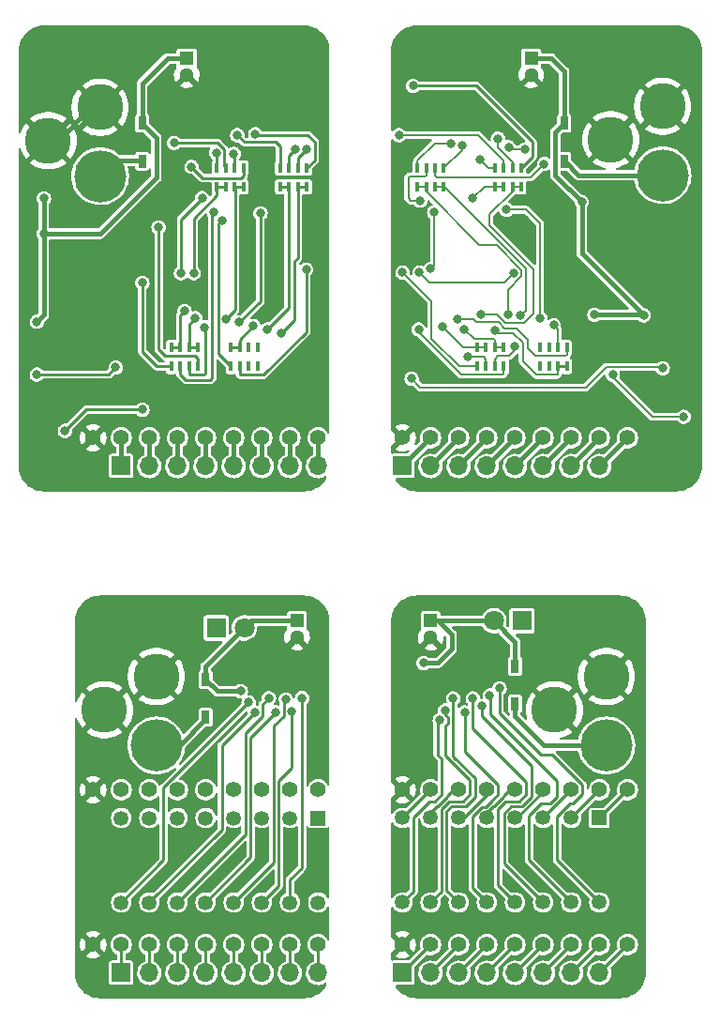
<source format=gbr>
%TF.GenerationSoftware,KiCad,Pcbnew,(6.0.5)*%
%TF.CreationDate,2022-08-15T12:20:47+02:00*%
%TF.ProjectId,Bus Tester,42757320-5465-4737-9465-722e6b696361,rev?*%
%TF.SameCoordinates,Original*%
%TF.FileFunction,Copper,L2,Bot*%
%TF.FilePolarity,Positive*%
%FSLAX46Y46*%
G04 Gerber Fmt 4.6, Leading zero omitted, Abs format (unit mm)*
G04 Created by KiCad (PCBNEW (6.0.5)) date 2022-08-15 12:20:47*
%MOMM*%
%LPD*%
G01*
G04 APERTURE LIST*
%TA.AperFunction,ComponentPad*%
%ADD10C,1.400000*%
%TD*%
%TA.AperFunction,ComponentPad*%
%ADD11R,1.300000X1.300000*%
%TD*%
%TA.AperFunction,ComponentPad*%
%ADD12C,1.300000*%
%TD*%
%TA.AperFunction,ComponentPad*%
%ADD13C,4.700000*%
%TD*%
%TA.AperFunction,ComponentPad*%
%ADD14C,4.150000*%
%TD*%
%TA.AperFunction,ComponentPad*%
%ADD15R,1.800000X1.800000*%
%TD*%
%TA.AperFunction,ComponentPad*%
%ADD16C,1.800000*%
%TD*%
%TA.AperFunction,ComponentPad*%
%ADD17R,1.350000X1.350000*%
%TD*%
%TA.AperFunction,ComponentPad*%
%ADD18C,1.350000*%
%TD*%
%TA.AperFunction,SMDPad,CuDef*%
%ADD19R,0.750000X1.200000*%
%TD*%
%TA.AperFunction,SMDPad,CuDef*%
%ADD20R,0.425000X0.900000*%
%TD*%
%TA.AperFunction,ComponentPad*%
%ADD21R,1.700000X1.700000*%
%TD*%
%TA.AperFunction,ComponentPad*%
%ADD22O,1.700000X1.700000*%
%TD*%
%TA.AperFunction,ViaPad*%
%ADD23C,0.800000*%
%TD*%
%TA.AperFunction,Conductor*%
%ADD24C,0.250000*%
%TD*%
%TA.AperFunction,Conductor*%
%ADD25C,0.450000*%
%TD*%
%TA.AperFunction,Conductor*%
%ADD26C,0.200000*%
%TD*%
G04 APERTURE END LIST*
D10*
%TO.P,RN1,1,PC*%
%TO.N,/Left Handed Bus LED/GND*%
X22860000Y-100012500D03*
%TO.P,RN1,2,R1*%
%TO.N,Net-(IC1-Pad2)*%
X25400000Y-100012500D03*
%TO.P,RN1,3,R2*%
%TO.N,Net-(IC1-Pad3)*%
X27940000Y-100012500D03*
%TO.P,RN1,4,R3*%
%TO.N,Net-(IC1-Pad4)*%
X30480000Y-100012500D03*
%TO.P,RN1,5,R4*%
%TO.N,Net-(IC1-Pad5)*%
X33020000Y-100012500D03*
%TO.P,RN1,6,R5*%
%TO.N,Net-(IC1-Pad6)*%
X35560000Y-100012500D03*
%TO.P,RN1,7,R6*%
%TO.N,Net-(IC1-Pad7)*%
X38100000Y-100012500D03*
%TO.P,RN1,8,R7*%
%TO.N,Net-(IC1-Pad8)*%
X40640000Y-100012500D03*
%TO.P,RN1,9,R8*%
%TO.N,Net-(IC1-Pad9)*%
X43180000Y-100012500D03*
%TD*%
D11*
%TO.P,C7,1*%
%TO.N,/Left Handed Bus 7-Segment/5V*%
X31305500Y-20066000D03*
D12*
%TO.P,C7,2*%
%TO.N,/Left Handed Bus 7-Segment/GND*%
X31305500Y-21566000D03*
%TD*%
D13*
%TO.P,J8,A1,VCC*%
%TO.N,Net-(D6-Pad2)*%
X74295000Y-30594300D03*
D14*
%TO.P,J8,B1,GND1*%
%TO.N,/Right Handed Bus 7-Segment/GND*%
X69595000Y-27394300D03*
%TO.P,J8,C1,GND2*%
X74295000Y-24394300D03*
%TD*%
D13*
%TO.P,J4,A1,VCC*%
%TO.N,Net-(D3-Pad2)*%
X69215000Y-82029300D03*
D14*
%TO.P,J4,B1,GND1*%
%TO.N,/Right Handed Bus LED/GND*%
X64515000Y-78829300D03*
%TO.P,J4,C1,GND2*%
X69215000Y-75829300D03*
%TD*%
D15*
%TO.P,LED1,1,K*%
%TO.N,Net-(LED1-Pad1)*%
X61595000Y-70802500D03*
D16*
%TO.P,LED1,2,A*%
%TO.N,/Right Handed Bus LED/5V*%
X59055000Y-70802500D03*
%TD*%
D10*
%TO.P,RN7,1,PC*%
%TO.N,/Left Handed Bus 7-Segment/GND*%
X22860000Y-54292500D03*
%TO.P,RN7,2,R1*%
%TO.N,/Left Handed Bus 7-Segment/AA*%
X25400000Y-54292500D03*
%TO.P,RN7,3,R2*%
%TO.N,/Left Handed Bus 7-Segment/AB*%
X27940000Y-54292500D03*
%TO.P,RN7,4,R3*%
%TO.N,/Left Handed Bus 7-Segment/AC*%
X30480000Y-54292500D03*
%TO.P,RN7,5,R4*%
%TO.N,/Left Handed Bus 7-Segment/AD*%
X33020000Y-54292500D03*
%TO.P,RN7,6,R5*%
%TO.N,/Left Handed Bus 7-Segment/BA*%
X35560000Y-54292500D03*
%TO.P,RN7,7,R6*%
%TO.N,/Left Handed Bus 7-Segment/BB*%
X38100000Y-54292500D03*
%TO.P,RN7,8,R7*%
%TO.N,/Left Handed Bus 7-Segment/BC*%
X40640000Y-54292500D03*
%TO.P,RN7,9,R8*%
%TO.N,/Left Handed Bus 7-Segment/BD*%
X43180000Y-54292500D03*
%TD*%
%TO.P,RN10,1,PC*%
%TO.N,/Right Handed Bus 7-Segment/GND*%
X50800000Y-54292500D03*
%TO.P,RN10,2,R1*%
%TO.N,/Right Handed Bus 7-Segment/AA*%
X53340000Y-54292500D03*
%TO.P,RN10,3,R2*%
%TO.N,/Right Handed Bus 7-Segment/AB*%
X55880000Y-54292500D03*
%TO.P,RN10,4,R3*%
%TO.N,/Right Handed Bus 7-Segment/AC*%
X58420000Y-54292500D03*
%TO.P,RN10,5,R4*%
%TO.N,/Right Handed Bus 7-Segment/AD*%
X60960000Y-54292500D03*
%TO.P,RN10,6,R5*%
%TO.N,/Right Handed Bus 7-Segment/BA*%
X63500000Y-54292500D03*
%TO.P,RN10,7,R6*%
%TO.N,/Right Handed Bus 7-Segment/BB*%
X66040000Y-54292500D03*
%TO.P,RN10,8,R7*%
%TO.N,/Right Handed Bus 7-Segment/BC*%
X68580000Y-54292500D03*
%TO.P,RN10,9,R8*%
%TO.N,/Right Handed Bus 7-Segment/BD*%
X71120000Y-54292500D03*
%TD*%
D17*
%TO.P,DS2,1,ANODE_A*%
%TO.N,Net-(DS2-Pad1)*%
X68580000Y-88582500D03*
D18*
%TO.P,DS2,2,ANODE_B*%
%TO.N,Net-(DS2-Pad2)*%
X66040000Y-88582500D03*
%TO.P,DS2,3,ANODE_C*%
%TO.N,Net-(DS2-Pad3)*%
X63500000Y-88582500D03*
%TO.P,DS2,4,ANODE_D*%
%TO.N,Net-(DS2-Pad4)*%
X60960000Y-88582500D03*
%TO.P,DS2,5,ANODE_E*%
%TO.N,Net-(DS2-Pad5)*%
X58420000Y-88582500D03*
%TO.P,DS2,6,ANODE_F*%
%TO.N,Net-(DS2-Pad6)*%
X55880000Y-88582500D03*
%TO.P,DS2,7,ANODE_G*%
%TO.N,Net-(DS2-Pad7)*%
X53340000Y-88582500D03*
%TO.P,DS2,8,ANODE_H*%
%TO.N,Net-(DS2-Pad8)*%
X50800000Y-88582500D03*
%TO.P,DS2,9,CATHODE_H*%
%TO.N,Net-(DS2-Pad9)*%
X50800000Y-96202500D03*
%TO.P,DS2,10,CATHODE_G*%
%TO.N,Net-(DS2-Pad10)*%
X53340000Y-96202500D03*
%TO.P,DS2,11,CATHODE_F*%
%TO.N,Net-(DS2-Pad11)*%
X55880000Y-96202500D03*
%TO.P,DS2,12,CATHODE_E*%
%TO.N,Net-(DS2-Pad12)*%
X58420000Y-96202500D03*
%TO.P,DS2,13,CATHODE_D*%
%TO.N,Net-(DS2-Pad13)*%
X60960000Y-96202500D03*
%TO.P,DS2,14,CATHODE_C*%
%TO.N,Net-(DS2-Pad14)*%
X63500000Y-96202500D03*
%TO.P,DS2,15,CATHODE_B*%
%TO.N,Net-(DS2-Pad15)*%
X66040000Y-96202500D03*
%TO.P,DS2,16,CATHODE_A*%
%TO.N,Net-(DS2-Pad16)*%
X68580000Y-96202500D03*
%TD*%
D15*
%TO.P,LED2,1,K*%
%TO.N,Net-(LED2-Pad1)*%
X33972500Y-71437500D03*
D16*
%TO.P,LED2,2,A*%
%TO.N,/Left Handed Bus LED/5V*%
X36512500Y-71437500D03*
%TD*%
D13*
%TO.P,J5,A1,VCC*%
%TO.N,Net-(D4-Pad2)*%
X23495000Y-30686500D03*
D14*
%TO.P,J5,B1,GND1*%
%TO.N,/Left Handed Bus 7-Segment/GND*%
X18795000Y-27486500D03*
%TO.P,J5,C1,GND2*%
X23495000Y-24486500D03*
%TD*%
D10*
%TO.P,RN2,1,PC*%
%TO.N,/Left Handed Bus LED/GND*%
X22860000Y-86042500D03*
%TO.P,RN2,2,R1*%
%TO.N,Net-(DS1-Pad8)*%
X25400000Y-86042500D03*
%TO.P,RN2,3,R2*%
%TO.N,Net-(DS1-Pad7)*%
X27940000Y-86042500D03*
%TO.P,RN2,4,R3*%
%TO.N,Net-(DS1-Pad6)*%
X30480000Y-86042500D03*
%TO.P,RN2,5,R4*%
%TO.N,Net-(DS1-Pad5)*%
X33020000Y-86042500D03*
%TO.P,RN2,6,R5*%
%TO.N,Net-(DS1-Pad4)*%
X35560000Y-86042500D03*
%TO.P,RN2,7,R6*%
%TO.N,Net-(DS1-Pad3)*%
X38100000Y-86042500D03*
%TO.P,RN2,8,R7*%
%TO.N,Net-(DS1-Pad2)*%
X40640000Y-86042500D03*
%TO.P,RN2,9,R8*%
%TO.N,Net-(DS1-Pad1)*%
X43180000Y-86042500D03*
%TD*%
D17*
%TO.P,DS1,1,ANODE_A*%
%TO.N,Net-(DS1-Pad1)*%
X43180000Y-88584500D03*
D18*
%TO.P,DS1,2,ANODE_B*%
%TO.N,Net-(DS1-Pad2)*%
X40640000Y-88584500D03*
%TO.P,DS1,3,ANODE_C*%
%TO.N,Net-(DS1-Pad3)*%
X38100000Y-88584500D03*
%TO.P,DS1,4,ANODE_D*%
%TO.N,Net-(DS1-Pad4)*%
X35560000Y-88584500D03*
%TO.P,DS1,5,ANODE_E*%
%TO.N,Net-(DS1-Pad5)*%
X33020000Y-88584500D03*
%TO.P,DS1,6,ANODE_F*%
%TO.N,Net-(DS1-Pad6)*%
X30480000Y-88584500D03*
%TO.P,DS1,7,ANODE_G*%
%TO.N,Net-(DS1-Pad7)*%
X27940000Y-88584500D03*
%TO.P,DS1,8,ANODE_H*%
%TO.N,Net-(DS1-Pad8)*%
X25400000Y-88584500D03*
%TO.P,DS1,9,CATHODE_H*%
%TO.N,Net-(DS1-Pad9)*%
X25400000Y-96204500D03*
%TO.P,DS1,10,CATHODE_G*%
%TO.N,Net-(DS1-Pad10)*%
X27940000Y-96204500D03*
%TO.P,DS1,11,CATHODE_F*%
%TO.N,Net-(DS1-Pad11)*%
X30480000Y-96204500D03*
%TO.P,DS1,12,CATHODE_E*%
%TO.N,Net-(DS1-Pad12)*%
X33020000Y-96204500D03*
%TO.P,DS1,13,CATHODE_D*%
%TO.N,Net-(DS1-Pad13)*%
X35560000Y-96204500D03*
%TO.P,DS1,14,CATHODE_C*%
%TO.N,Net-(DS1-Pad14)*%
X38100000Y-96204500D03*
%TO.P,DS1,15,CATHODE_B*%
%TO.N,Net-(DS1-Pad15)*%
X40640000Y-96204500D03*
%TO.P,DS1,16,CATHODE_A*%
%TO.N,Net-(DS1-Pad16)*%
X43180000Y-96204500D03*
%TD*%
D11*
%TO.P,C2,1*%
%TO.N,/Left Handed Bus LED/5V*%
X41275000Y-70802500D03*
D12*
%TO.P,C2,2*%
%TO.N,/Left Handed Bus LED/GND*%
X41275000Y-72302500D03*
%TD*%
D13*
%TO.P,J2,A1,VCC*%
%TO.N,Net-(D2-Pad2)*%
X28575000Y-82029300D03*
D14*
%TO.P,J2,B1,GND1*%
%TO.N,/Left Handed Bus LED/GND*%
X23875000Y-78829300D03*
%TO.P,J2,C1,GND2*%
X28575000Y-75829300D03*
%TD*%
D11*
%TO.P,C8,1*%
%TO.N,/Right Handed Bus 7-Segment/5V*%
X62420500Y-20066000D03*
D12*
%TO.P,C8,2*%
%TO.N,/Right Handed Bus 7-Segment/GND*%
X62420500Y-21566000D03*
%TD*%
D10*
%TO.P,RN3,1,PC*%
%TO.N,/Right Handed Bus LED/GND*%
X50800000Y-100012500D03*
%TO.P,RN3,2,R1*%
%TO.N,Net-(IC2-Pad2)*%
X53340000Y-100012500D03*
%TO.P,RN3,3,R2*%
%TO.N,Net-(IC2-Pad3)*%
X55880000Y-100012500D03*
%TO.P,RN3,4,R3*%
%TO.N,Net-(IC2-Pad4)*%
X58420000Y-100012500D03*
%TO.P,RN3,5,R4*%
%TO.N,Net-(IC2-Pad5)*%
X60960000Y-100012500D03*
%TO.P,RN3,6,R5*%
%TO.N,Net-(IC2-Pad6)*%
X63500000Y-100012500D03*
%TO.P,RN3,7,R6*%
%TO.N,Net-(IC2-Pad7)*%
X66040000Y-100012500D03*
%TO.P,RN3,8,R7*%
%TO.N,Net-(IC2-Pad8)*%
X68580000Y-100012500D03*
%TO.P,RN3,9,R8*%
%TO.N,Net-(IC2-Pad9)*%
X71120000Y-100012500D03*
%TD*%
D11*
%TO.P,C4,1*%
%TO.N,/Right Handed Bus LED/5V*%
X53340000Y-70802500D03*
D12*
%TO.P,C4,2*%
%TO.N,/Right Handed Bus LED/GND*%
X53340000Y-72302500D03*
%TD*%
D10*
%TO.P,RN4,1,PC*%
%TO.N,/Right Handed Bus LED/GND*%
X50800000Y-86042500D03*
%TO.P,RN4,2,R1*%
%TO.N,Net-(DS2-Pad8)*%
X53340000Y-86042500D03*
%TO.P,RN4,3,R2*%
%TO.N,Net-(DS2-Pad7)*%
X55880000Y-86042500D03*
%TO.P,RN4,4,R3*%
%TO.N,Net-(DS2-Pad6)*%
X58420000Y-86042500D03*
%TO.P,RN4,5,R4*%
%TO.N,Net-(DS2-Pad5)*%
X60960000Y-86042500D03*
%TO.P,RN4,6,R5*%
%TO.N,Net-(DS2-Pad4)*%
X63500000Y-86042500D03*
%TO.P,RN4,7,R6*%
%TO.N,Net-(DS2-Pad3)*%
X66040000Y-86042500D03*
%TO.P,RN4,8,R7*%
%TO.N,Net-(DS2-Pad2)*%
X68580000Y-86042500D03*
%TO.P,RN4,9,R8*%
%TO.N,Net-(DS2-Pad1)*%
X71120000Y-86042500D03*
%TD*%
D19*
%TO.P,D6,1*%
%TO.N,/Right Handed Bus 7-Segment/5V*%
X65405000Y-25922500D03*
%TO.P,D6,2*%
%TO.N,Net-(D6-Pad2)*%
X65405000Y-29322500D03*
%TD*%
D20*
%TO.P,RN8,1,R1*%
%TO.N,Net-(DS3-Pad15)*%
X34042500Y-29947500D03*
%TO.P,RN8,2,R2*%
%TO.N,Net-(DS3-Pad20)*%
X34842500Y-29947500D03*
%TO.P,RN8,3,R3*%
%TO.N,Net-(DS3-Pad14)*%
X35642500Y-29947500D03*
%TO.P,RN8,4,R4*%
%TO.N,Net-(DS3-Pad19)*%
X36442500Y-29947500D03*
%TO.P,RN8,5,R4*%
%TO.N,/Left Handed Bus 7-Segment/F Seg*%
X36442500Y-31647500D03*
%TO.P,RN8,6,R3*%
X35642500Y-31647500D03*
%TO.P,RN8,7,R2*%
%TO.N,/Left Handed Bus 7-Segment/G Seg*%
X34842500Y-31647500D03*
%TO.P,RN8,8,R1*%
X34042500Y-31647500D03*
%TD*%
D21*
%TO.P,J1,1,Pin_1*%
%TO.N,Net-(IC1-Pad2)*%
X25400000Y-102552500D03*
D22*
%TO.P,J1,2,Pin_2*%
%TO.N,Net-(IC1-Pad3)*%
X27940000Y-102552500D03*
%TO.P,J1,3,Pin_3*%
%TO.N,Net-(IC1-Pad4)*%
X30480000Y-102552500D03*
%TO.P,J1,4,Pin_4*%
%TO.N,Net-(IC1-Pad5)*%
X33020000Y-102552500D03*
%TO.P,J1,5,Pin_5*%
%TO.N,Net-(IC1-Pad6)*%
X35560000Y-102552500D03*
%TO.P,J1,6,Pin_6*%
%TO.N,Net-(IC1-Pad7)*%
X38100000Y-102552500D03*
%TO.P,J1,7,Pin_7*%
%TO.N,Net-(IC1-Pad8)*%
X40640000Y-102552500D03*
%TO.P,J1,8,Pin_8*%
%TO.N,Net-(IC1-Pad9)*%
X43180000Y-102552500D03*
%TD*%
D20*
%TO.P,RN12,1,R1*%
%TO.N,/Right Handed Bus 7-Segment/E Seg*%
X57537500Y-46140000D03*
%TO.P,RN12,2,R2*%
X58337500Y-46140000D03*
%TO.P,RN12,3,R3*%
%TO.N,/Right Handed Bus 7-Segment/D Seg*%
X59137500Y-46140000D03*
%TO.P,RN12,4,R4*%
X59937500Y-46140000D03*
%TO.P,RN12,5,R4*%
%TO.N,Net-(DS4-Pad2)*%
X59937500Y-47840000D03*
%TO.P,RN12,6,R3*%
%TO.N,Net-(DS4-Pad7)*%
X59137500Y-47840000D03*
%TO.P,RN12,7,R2*%
%TO.N,Net-(DS4-Pad6)*%
X58337500Y-47840000D03*
%TO.P,RN12,8,R1*%
%TO.N,Net-(DS4-Pad1)*%
X57537500Y-47840000D03*
%TD*%
D19*
%TO.P,D3,1*%
%TO.N,/Right Handed Bus LED/5V*%
X60960000Y-74881000D03*
%TO.P,D3,2*%
%TO.N,Net-(D3-Pad2)*%
X60960000Y-78281000D03*
%TD*%
D20*
%TO.P,RN14,1,R1*%
%TO.N,Net-(DS4-Pad17)*%
X52140000Y-29947500D03*
%TO.P,RN14,2,R2*%
%TO.N,Net-(DS4-Pad12)*%
X52940000Y-29947500D03*
%TO.P,RN14,3,R3*%
%TO.N,Net-(DS4-Pad11)*%
X53740000Y-29947500D03*
%TO.P,RN14,4,R4*%
%TO.N,Net-(DS4-Pad16)*%
X54540000Y-29947500D03*
%TO.P,RN14,5,R4*%
%TO.N,/Right Handed Bus 7-Segment/B Seg*%
X54540000Y-31647500D03*
%TO.P,RN14,6,R3*%
X53740000Y-31647500D03*
%TO.P,RN14,7,R2*%
%TO.N,/Right Handed Bus 7-Segment/A Seg*%
X52940000Y-31647500D03*
%TO.P,RN14,8,R1*%
X52140000Y-31647500D03*
%TD*%
D21*
%TO.P,J7,1,Pin_1*%
%TO.N,/Right Handed Bus 7-Segment/AA*%
X50800000Y-56832500D03*
D22*
%TO.P,J7,2,Pin_2*%
%TO.N,/Right Handed Bus 7-Segment/AB*%
X53340000Y-56832500D03*
%TO.P,J7,3,Pin_3*%
%TO.N,/Right Handed Bus 7-Segment/AC*%
X55880000Y-56832500D03*
%TO.P,J7,4,Pin_4*%
%TO.N,/Right Handed Bus 7-Segment/AD*%
X58420000Y-56832500D03*
%TO.P,J7,5,Pin_5*%
%TO.N,/Right Handed Bus 7-Segment/BA*%
X60960000Y-56832500D03*
%TO.P,J7,6,Pin_6*%
%TO.N,/Right Handed Bus 7-Segment/BB*%
X63500000Y-56832500D03*
%TO.P,J7,7,Pin_7*%
%TO.N,/Right Handed Bus 7-Segment/BC*%
X66040000Y-56832500D03*
%TO.P,J7,8,Pin_8*%
%TO.N,/Right Handed Bus 7-Segment/BD*%
X68580000Y-56832500D03*
%TD*%
D21*
%TO.P,J6,1,Pin_1*%
%TO.N,/Left Handed Bus 7-Segment/AA*%
X25400000Y-56832500D03*
D22*
%TO.P,J6,2,Pin_2*%
%TO.N,/Left Handed Bus 7-Segment/AB*%
X27940000Y-56832500D03*
%TO.P,J6,3,Pin_3*%
%TO.N,/Left Handed Bus 7-Segment/AC*%
X30480000Y-56832500D03*
%TO.P,J6,4,Pin_4*%
%TO.N,/Left Handed Bus 7-Segment/AD*%
X33020000Y-56832500D03*
%TO.P,J6,5,Pin_5*%
%TO.N,/Left Handed Bus 7-Segment/BA*%
X35560000Y-56832500D03*
%TO.P,J6,6,Pin_6*%
%TO.N,/Left Handed Bus 7-Segment/BB*%
X38100000Y-56832500D03*
%TO.P,J6,7,Pin_7*%
%TO.N,/Left Handed Bus 7-Segment/BC*%
X40640000Y-56832500D03*
%TO.P,J6,8,Pin_8*%
%TO.N,/Left Handed Bus 7-Segment/BD*%
X43180000Y-56832500D03*
%TD*%
D19*
%TO.P,D4,1*%
%TO.N,/Left Handed Bus 7-Segment/5V*%
X27305000Y-25922500D03*
%TO.P,D4,2*%
%TO.N,Net-(D4-Pad2)*%
X27305000Y-29322500D03*
%TD*%
D20*
%TO.P,RN6,1,R1*%
%TO.N,/Left Handed Bus 7-Segment/E Seg*%
X29915000Y-46140000D03*
%TO.P,RN6,2,R2*%
X30715000Y-46140000D03*
%TO.P,RN6,3,R3*%
%TO.N,/Left Handed Bus 7-Segment/D Seg*%
X31515000Y-46140000D03*
%TO.P,RN6,4,R4*%
X32315000Y-46140000D03*
%TO.P,RN6,5,R4*%
%TO.N,Net-(DS3-Pad2)*%
X32315000Y-47840000D03*
%TO.P,RN6,6,R3*%
%TO.N,Net-(DS3-Pad7)*%
X31515000Y-47840000D03*
%TO.P,RN6,7,R2*%
%TO.N,Net-(DS3-Pad6)*%
X30715000Y-47840000D03*
%TO.P,RN6,8,R1*%
%TO.N,Net-(DS3-Pad1)*%
X29915000Y-47840000D03*
%TD*%
%TO.P,RN5,1,R1*%
%TO.N,/Left Handed Bus 7-Segment/C Seg*%
X35312500Y-46140000D03*
%TO.P,RN5,2,R2*%
X36112500Y-46140000D03*
%TO.P,RN5,3,R3*%
%TO.N,unconnected-(RN5-Pad3)*%
X36912500Y-46140000D03*
%TO.P,RN5,4,R4*%
%TO.N,unconnected-(RN5-Pad4)*%
X37712500Y-46140000D03*
%TO.P,RN5,5,R4*%
%TO.N,unconnected-(RN5-Pad5)*%
X37712500Y-47840000D03*
%TO.P,RN5,6,R3*%
%TO.N,unconnected-(RN5-Pad6)*%
X36912500Y-47840000D03*
%TO.P,RN5,7,R2*%
%TO.N,Net-(DS3-Pad9)*%
X36112500Y-47840000D03*
%TO.P,RN5,8,R1*%
%TO.N,Net-(DS3-Pad4)*%
X35312500Y-47840000D03*
%TD*%
D19*
%TO.P,D2,1*%
%TO.N,/Left Handed Bus LED/5V*%
X33020000Y-76087500D03*
%TO.P,D2,2*%
%TO.N,Net-(D2-Pad2)*%
X33020000Y-79487500D03*
%TD*%
D21*
%TO.P,J3,1,Pin_1*%
%TO.N,Net-(IC2-Pad2)*%
X50800000Y-102552500D03*
D22*
%TO.P,J3,2,Pin_2*%
%TO.N,Net-(IC2-Pad3)*%
X53340000Y-102552500D03*
%TO.P,J3,3,Pin_3*%
%TO.N,Net-(IC2-Pad4)*%
X55880000Y-102552500D03*
%TO.P,J3,4,Pin_4*%
%TO.N,Net-(IC2-Pad5)*%
X58420000Y-102552500D03*
%TO.P,J3,5,Pin_5*%
%TO.N,Net-(IC2-Pad6)*%
X60960000Y-102552500D03*
%TO.P,J3,6,Pin_6*%
%TO.N,Net-(IC2-Pad7)*%
X63500000Y-102552500D03*
%TO.P,J3,7,Pin_7*%
%TO.N,Net-(IC2-Pad8)*%
X66040000Y-102552500D03*
%TO.P,J3,8,Pin_8*%
%TO.N,Net-(IC2-Pad9)*%
X68580000Y-102552500D03*
%TD*%
D20*
%TO.P,RN11,1,R1*%
%TO.N,/Right Handed Bus 7-Segment/C Seg*%
X65652500Y-47840000D03*
%TO.P,RN11,2,R2*%
X64852500Y-47840000D03*
%TO.P,RN11,3,R3*%
%TO.N,unconnected-(RN11-Pad3)*%
X64052500Y-47840000D03*
%TO.P,RN11,4,R4*%
%TO.N,unconnected-(RN11-Pad4)*%
X63252500Y-47840000D03*
%TO.P,RN11,5,R4*%
%TO.N,unconnected-(RN11-Pad5)*%
X63252500Y-46140000D03*
%TO.P,RN11,6,R3*%
%TO.N,unconnected-(RN11-Pad6)*%
X64052500Y-46140000D03*
%TO.P,RN11,7,R2*%
%TO.N,Net-(DS4-Pad9)*%
X64852500Y-46140000D03*
%TO.P,RN11,8,R1*%
%TO.N,Net-(DS4-Pad4)*%
X65652500Y-46140000D03*
%TD*%
%TO.P,RN13,1,R1*%
%TO.N,Net-(DS4-Pad15)*%
X59125000Y-29947500D03*
%TO.P,RN13,2,R2*%
%TO.N,Net-(DS4-Pad20)*%
X59925000Y-29947500D03*
%TO.P,RN13,3,R3*%
%TO.N,Net-(DS4-Pad14)*%
X60725000Y-29947500D03*
%TO.P,RN13,4,R4*%
%TO.N,Net-(DS4-Pad19)*%
X61525000Y-29947500D03*
%TO.P,RN13,5,R4*%
%TO.N,/Right Handed Bus 7-Segment/F Seg*%
X61525000Y-31647500D03*
%TO.P,RN13,6,R3*%
X60725000Y-31647500D03*
%TO.P,RN13,7,R2*%
%TO.N,/Right Handed Bus 7-Segment/G Seg*%
X59925000Y-31647500D03*
%TO.P,RN13,8,R1*%
X59125000Y-31647500D03*
%TD*%
%TO.P,RN9,1,R1*%
%TO.N,Net-(DS3-Pad17)*%
X39757500Y-29947500D03*
%TO.P,RN9,2,R2*%
%TO.N,Net-(DS3-Pad12)*%
X40557500Y-29947500D03*
%TO.P,RN9,3,R3*%
%TO.N,Net-(DS3-Pad11)*%
X41357500Y-29947500D03*
%TO.P,RN9,4,R4*%
%TO.N,Net-(DS3-Pad16)*%
X42157500Y-29947500D03*
%TO.P,RN9,5,R4*%
%TO.N,/Left Handed Bus 7-Segment/B Seg*%
X42157500Y-31647500D03*
%TO.P,RN9,6,R3*%
X41357500Y-31647500D03*
%TO.P,RN9,7,R2*%
%TO.N,/Left Handed Bus 7-Segment/A Seg*%
X40557500Y-31647500D03*
%TO.P,RN9,8,R1*%
X39757500Y-31647500D03*
%TD*%
D23*
%TO.N,Net-(DS1-Pad13)*%
X40271499Y-77914629D03*
%TO.N,Net-(DS1-Pad14)*%
X40819001Y-79008382D03*
%TO.N,Net-(DS1-Pad15)*%
X41720500Y-77762027D03*
%TO.N,Net-(DS1-Pad9)*%
X36901755Y-78168500D03*
%TO.N,Net-(DS1-Pad10)*%
X37465000Y-79057500D03*
%TO.N,Net-(DS1-Pad11)*%
X38735000Y-77787500D03*
%TO.N,Net-(DS1-Pad12)*%
X39370000Y-79057500D03*
%TO.N,/Left Handed Bus 7-Segment/Cathode Right*%
X30797500Y-39433500D03*
X32702500Y-32671543D03*
%TO.N,Net-(DS2-Pad9)*%
X54166120Y-79762438D03*
%TO.N,Net-(DS2-Pad10)*%
X54653081Y-78889584D03*
%TO.N,Net-(DS2-Pad11)*%
X55377581Y-77787500D03*
%TO.N,Net-(DS2-Pad12)*%
X56425500Y-79057500D03*
%TO.N,Net-(DS2-Pad13)*%
X57150000Y-77787500D03*
%TO.N,Net-(DS2-Pad14)*%
X57975500Y-78486000D03*
%TO.N,Net-(DS2-Pad15)*%
X58681302Y-77533500D03*
%TO.N,Net-(DS2-Pad16)*%
X59563000Y-76898500D03*
%TO.N,Net-(IC3-Pad3)*%
X24892000Y-47942500D03*
X17780000Y-48577500D03*
%TO.N,/Left Handed Bus 7-Segment/Clock*%
X27305000Y-51752500D03*
X20320000Y-53657500D03*
%TO.N,/Left Handed Bus 7-Segment/B Seg*%
X39878000Y-44831000D03*
%TO.N,/Left Handed Bus 7-Segment/A Seg*%
X38608000Y-44513500D03*
%TO.N,/Left Handed Bus 7-Segment/C Seg*%
X37338000Y-44196000D03*
%TO.N,/Left Handed Bus 7-Segment/F Seg*%
X34887500Y-43561000D03*
%TO.N,/Left Handed Bus 7-Segment/D Seg*%
X32067500Y-43497500D03*
%TO.N,/Left Handed Bus 7-Segment/G Seg*%
X31940500Y-39433500D03*
%TO.N,/Left Handed Bus 7-Segment/E Seg*%
X31115000Y-42862500D03*
%TO.N,/Right Handed Bus 7-Segment/Cathode Left*%
X63224229Y-43490590D03*
X60198000Y-33718500D03*
%TO.N,/Right Handed Bus 7-Segment/Cathode Right*%
X60833000Y-39433500D03*
X52324000Y-39370000D03*
%TO.N,/Right Handed Bus 7-Segment/Clock*%
X74295000Y-48006000D03*
X51625500Y-48958500D03*
%TO.N,/Left Handed Bus 7-Segment/GND*%
X19367500Y-43552000D03*
X21145500Y-42926000D03*
%TO.N,/Left Handed Bus 7-Segment/5V*%
X18415000Y-35877500D03*
X18415000Y-32702500D03*
X17780000Y-43815000D03*
%TO.N,/Right Handed Bus 7-Segment/5V*%
X66992500Y-33020000D03*
X72580500Y-43243500D03*
X68135500Y-43180000D03*
%TO.N,/Right Handed Bus 7-Segment/GND*%
X59563000Y-34697998D03*
X61894128Y-34625872D03*
%TO.N,/Right Handed Bus 7-Segment/B Seg*%
X61468000Y-43243500D03*
%TO.N,/Right Handed Bus 7-Segment/A Seg*%
X60325000Y-43180000D03*
%TO.N,/Right Handed Bus 7-Segment/C Seg*%
X59119500Y-44579001D03*
%TO.N,/Right Handed Bus 7-Segment/F Seg*%
X57859989Y-43180000D03*
%TO.N,/Right Handed Bus 7-Segment/D Seg*%
X56388000Y-44513500D03*
%TO.N,/Right Handed Bus 7-Segment/G Seg*%
X53657500Y-33972500D03*
X57150000Y-32702500D03*
X53340000Y-39052500D03*
%TO.N,/Right Handed Bus 7-Segment/E Seg*%
X54406119Y-44279381D03*
%TO.N,Net-(DS3-Pad1)*%
X27305000Y-40322500D03*
%TO.N,Net-(DS3-Pad2)*%
X28765500Y-35306000D03*
%TO.N,Net-(DS3-Pad4)*%
X34480500Y-34671000D03*
%TO.N,Net-(DS3-Pad6)*%
X33773745Y-33964245D03*
%TO.N,Net-(DS3-Pad7)*%
X37973000Y-34036000D03*
X36068000Y-43878500D03*
X32899488Y-44315761D03*
%TO.N,Net-(DS3-Pad9)*%
X42100500Y-39116000D03*
%TO.N,Net-(DS3-Pad11)*%
X42138000Y-28270048D03*
%TO.N,Net-(DS3-Pad12)*%
X41138629Y-28253836D03*
%TO.N,Net-(DS3-Pad14)*%
X35560000Y-28664500D03*
%TO.N,Net-(DS3-Pad15)*%
X33972500Y-28575000D03*
%TO.N,Net-(DS3-Pad16)*%
X37501050Y-26898000D03*
%TO.N,Net-(DS3-Pad17)*%
X35877500Y-26987500D03*
%TO.N,Net-(DS3-Pad19)*%
X31750000Y-29845000D03*
%TO.N,Net-(DS3-Pad20)*%
X30162500Y-27686000D03*
%TO.N,Net-(DS4-Pad1)*%
X50800000Y-39366698D03*
%TO.N,Net-(DS4-Pad2)*%
X52260500Y-44513500D03*
%TO.N,Net-(DS4-Pad4)*%
X55753000Y-43561000D03*
%TO.N,Net-(DS4-Pad6)*%
X56705500Y-46990000D03*
%TO.N,Net-(DS4-Pad7)*%
X60957221Y-46037500D03*
%TO.N,Net-(DS4-Pad9)*%
X64452500Y-44132500D03*
%TO.N,Net-(DS4-Pad11)*%
X63587073Y-29586756D03*
%TO.N,Net-(DS4-Pad12)*%
X61823000Y-28296803D03*
X52393736Y-32891825D03*
X60384805Y-28071185D03*
%TO.N,Net-(DS4-Pad14)*%
X59419503Y-27305000D03*
%TO.N,Net-(DS4-Pad15)*%
X57785000Y-29210000D03*
%TO.N,Net-(DS4-Pad16)*%
X56162377Y-27931620D03*
%TO.N,Net-(DS4-Pad17)*%
X55187301Y-27712000D03*
%TO.N,Net-(DS4-Pad19)*%
X51752500Y-22542500D03*
%TO.N,Net-(DS4-Pad20)*%
X50482500Y-26987500D03*
%TO.N,Net-(IC8-Pad13)*%
X69785500Y-48577500D03*
X76200000Y-52387500D03*
%TO.N,/Left Handed Bus LED/GND*%
X42545000Y-79692500D03*
X43180000Y-92392500D03*
%TO.N,/Left Handed Bus LED/5V*%
X36195000Y-77152500D03*
%TO.N,/Right Handed Bus LED/GND*%
X50800000Y-90868500D03*
X66675000Y-92392500D03*
%TO.N,/Right Handed Bus LED/5V*%
X52705000Y-74612500D03*
%TD*%
D24*
%TO.N,Net-(DS1-Pad13)*%
X39165979Y-92598521D02*
X39165979Y-80286121D01*
X39165979Y-80286121D02*
X40094501Y-79357599D01*
X40094501Y-78091627D02*
X40271499Y-77914629D01*
X35560000Y-96204500D02*
X39165979Y-92598521D01*
X40094501Y-79357599D02*
X40094501Y-78091627D01*
%TO.N,Net-(DS1-Pad14)*%
X40819001Y-84027810D02*
X40819001Y-79008382D01*
X38100000Y-96204500D02*
X39615489Y-94689011D01*
X39615489Y-85231322D02*
X40819001Y-84027810D01*
X39615489Y-94689011D02*
X39615489Y-85231322D01*
%TO.N,Net-(DS1-Pad15)*%
X40640000Y-96204500D02*
X40640000Y-94155375D01*
X40640000Y-94155375D02*
X41720500Y-93074875D01*
X41720500Y-93074875D02*
X41720500Y-77762027D01*
%TO.N,Net-(DS1-Pad9)*%
X29212000Y-85858255D02*
X36901755Y-78168500D01*
X29212000Y-92392500D02*
X29212000Y-85858255D01*
X25400000Y-96204500D02*
X29212000Y-92392500D01*
%TO.N,Net-(DS1-Pad10)*%
X27940000Y-96202500D02*
X34476522Y-89665978D01*
X34476522Y-89665978D02*
X34476522Y-82045978D01*
X34476522Y-82045978D02*
X37465000Y-79057500D01*
%TO.N,Net-(DS1-Pad11)*%
X36625979Y-90058521D02*
X36625979Y-80921121D01*
X36625979Y-80921121D02*
X38189501Y-79357599D01*
X38189501Y-79357599D02*
X38189501Y-78332999D01*
X30480000Y-96204500D02*
X36625979Y-90058521D01*
X38189501Y-78332999D02*
X38735000Y-77787500D01*
%TO.N,Net-(DS1-Pad12)*%
X37075489Y-86466867D02*
X37075489Y-81352011D01*
X37092989Y-92131511D02*
X37092989Y-86484367D01*
X37092989Y-86484367D02*
X37075489Y-86466867D01*
X33020000Y-96204500D02*
X37092989Y-92131511D01*
X37075489Y-81352011D02*
X39370000Y-79057500D01*
%TO.N,/Left Handed Bus 7-Segment/Cathode Right*%
X32702500Y-32671543D02*
X30797500Y-34576543D01*
X30797500Y-34576543D02*
X30797500Y-39433500D01*
%TO.N,Net-(DS2-Pad1)*%
X68580000Y-88582500D02*
X71120000Y-86042500D01*
%TO.N,Net-(DS2-Pad2)*%
X66040000Y-88582500D02*
X68580000Y-86042500D01*
%TO.N,Net-(DS2-Pad3)*%
X63500000Y-88582500D02*
X66040000Y-86042500D01*
%TO.N,Net-(DS2-Pad4)*%
X61140286Y-88582500D02*
X63500000Y-86222786D01*
%TO.N,Net-(DS2-Pad5)*%
X59894021Y-86628313D02*
X60479834Y-86042500D01*
X59894022Y-86653060D02*
X59894021Y-86628313D01*
X59030561Y-87516521D02*
X59894022Y-86653060D01*
X58420000Y-88102334D02*
X59005812Y-87516522D01*
X59005812Y-87516522D02*
X59030561Y-87516521D01*
%TO.N,Net-(DS2-Pad6)*%
X56370773Y-88582500D02*
X58420000Y-86533273D01*
%TO.N,Net-(DS2-Pad7)*%
X54814021Y-86628313D02*
X55399834Y-86042500D01*
X53340000Y-88102334D02*
X53925812Y-87516522D01*
X54814022Y-86653060D02*
X54814021Y-86628313D01*
X53925812Y-87516522D02*
X53950561Y-87516521D01*
X53950561Y-87516521D02*
X54814022Y-86653060D01*
%TO.N,Net-(DS2-Pad8)*%
X50800000Y-88582500D02*
X53340000Y-86042500D01*
%TO.N,Net-(DS2-Pad9)*%
X54364511Y-86466867D02*
X54364511Y-83258419D01*
X53975000Y-79953558D02*
X54166120Y-79762438D01*
X54364511Y-83258419D02*
X53975000Y-82868908D01*
X50800000Y-96202500D02*
X51799511Y-95202989D01*
X51799511Y-88535489D02*
X53267989Y-87067011D01*
X53267989Y-87067011D02*
X53764367Y-87067011D01*
X53764367Y-87067011D02*
X54364511Y-86466867D01*
X53975000Y-82868908D02*
X53975000Y-79953558D01*
X51799511Y-95202989D02*
X51799511Y-88535489D01*
%TO.N,Net-(DS2-Pad10)*%
X54699501Y-78936004D02*
X54653081Y-78889584D01*
X54339510Y-95202990D02*
X54339511Y-87763275D01*
X54699501Y-79271219D02*
X54699501Y-78936004D01*
X54339511Y-87763275D02*
X55035775Y-87067011D01*
X54890621Y-80062537D02*
X54890621Y-79462339D01*
X56304367Y-87067011D02*
X56904511Y-86466867D01*
X54699501Y-82957705D02*
X54699501Y-80253657D01*
X54890621Y-79462339D02*
X54699501Y-79271219D01*
X54699501Y-80253657D02*
X54890621Y-80062537D01*
X56904511Y-85162715D02*
X54699501Y-82957705D01*
X53340000Y-96202500D02*
X54339510Y-95202990D01*
X55035775Y-87067011D02*
X56304367Y-87067011D01*
X56904511Y-86466867D02*
X56904511Y-85162715D01*
%TO.N,Net-(DS2-Pad11)*%
X55259189Y-87516521D02*
X56490561Y-87516521D01*
X54789021Y-87986689D02*
X55259189Y-87516521D01*
X57354022Y-84976522D02*
X55377581Y-83000081D01*
X55377581Y-83000081D02*
X55377581Y-77787500D01*
X57354022Y-86653060D02*
X57354022Y-84976522D01*
X54789021Y-95111521D02*
X54789021Y-87986689D01*
X56490561Y-87516521D02*
X57354022Y-86653060D01*
X55880000Y-96202500D02*
X54789021Y-95111521D01*
%TO.N,Net-(DS2-Pad12)*%
X59444511Y-86466867D02*
X59444511Y-85618133D01*
X56425500Y-82599122D02*
X56425500Y-79057500D01*
X58844367Y-87067011D02*
X59444511Y-86466867D01*
X58420000Y-96202500D02*
X57150000Y-94932500D01*
X58005988Y-87582989D02*
X58303641Y-87582989D01*
X58819619Y-87067011D02*
X58844367Y-87067011D01*
X57150000Y-94932500D02*
X57150000Y-88438977D01*
X58303641Y-87582989D02*
X58819619Y-87067011D01*
X59444511Y-85618133D02*
X56425500Y-82599122D01*
X57150000Y-88438977D02*
X58005988Y-87582989D01*
%TO.N,Net-(DS2-Pad13)*%
X60960000Y-96202500D02*
X59419511Y-94662011D01*
X59419511Y-94662011D02*
X59419511Y-87763281D01*
X61984511Y-85308572D02*
X57150000Y-80474061D01*
X57150000Y-80474061D02*
X57150000Y-77787500D01*
X59419511Y-87763281D02*
X60115781Y-87067011D01*
X61384367Y-87067011D02*
X61984511Y-86466867D01*
X61984511Y-86466867D02*
X61984511Y-85308572D01*
X60115781Y-87067011D02*
X61384367Y-87067011D01*
%TO.N,Net-(DS2-Pad14)*%
X61570561Y-87516521D02*
X62434022Y-86653060D01*
X63500000Y-96202500D02*
X59960489Y-92662989D01*
X59960489Y-92662989D02*
X59960489Y-88168488D01*
X62434022Y-86653060D02*
X62434022Y-83897022D01*
X62434022Y-83897022D02*
X57975500Y-79438500D01*
X59960489Y-88168488D02*
X60612456Y-87516521D01*
X60612456Y-87516521D02*
X61570561Y-87516521D01*
X57975500Y-79438500D02*
X57975500Y-78486000D01*
%TO.N,Net-(DS2-Pad15)*%
X58700001Y-77552199D02*
X58681302Y-77533500D01*
X62230000Y-88366731D02*
X63284231Y-87312500D01*
X62230000Y-92392500D02*
X62230000Y-88366731D01*
X63284231Y-87312500D02*
X64134296Y-87312500D01*
X66040000Y-96202500D02*
X62230000Y-92392500D01*
X64770000Y-85280500D02*
X58700001Y-79210501D01*
X64134296Y-87312500D02*
X64770000Y-86676796D01*
X64770000Y-86676796D02*
X64770000Y-85280500D01*
X58700001Y-79210501D02*
X58700001Y-77552199D01*
%TO.N,Net-(DS2-Pad16)*%
X67064511Y-86466867D02*
X67064511Y-85618133D01*
X67064511Y-85618133D02*
X64313878Y-82867500D01*
X65896477Y-87312500D02*
X66218878Y-87312500D01*
X64770000Y-92392500D02*
X64770000Y-88438977D01*
X59563000Y-79121000D02*
X59563000Y-76898500D01*
X64770000Y-88438977D02*
X65896477Y-87312500D01*
X64313878Y-82867500D02*
X63309500Y-82867500D01*
X68580000Y-96202500D02*
X64770000Y-92392500D01*
X66218878Y-87312500D02*
X67064511Y-86466867D01*
X63309500Y-82867500D02*
X59563000Y-79121000D01*
%TO.N,Net-(IC3-Pad3)*%
X24257000Y-48577500D02*
X24892000Y-47942500D01*
X17780000Y-48577500D02*
X24257000Y-48577500D01*
%TO.N,/Left Handed Bus 7-Segment/Clock*%
X27305000Y-51752500D02*
X22225000Y-51752500D01*
X22225000Y-51752500D02*
X20320000Y-53657500D01*
D25*
%TO.N,/Left Handed Bus 7-Segment/AA*%
X25400000Y-56832500D02*
X25400000Y-54292500D01*
%TO.N,/Left Handed Bus 7-Segment/AB*%
X27940000Y-54292500D02*
X27940000Y-56832500D01*
%TO.N,/Left Handed Bus 7-Segment/AC*%
X30480000Y-56832500D02*
X30480000Y-54292500D01*
%TO.N,/Left Handed Bus 7-Segment/AD*%
X33020000Y-54292500D02*
X33020000Y-56832500D01*
D24*
%TO.N,/Left Handed Bus 7-Segment/B Seg*%
X42157500Y-31647500D02*
X41357500Y-31647500D01*
X41061750Y-43647250D02*
X39878000Y-44831000D01*
X41357500Y-38049651D02*
X41061750Y-38345401D01*
X41357500Y-31647500D02*
X41357500Y-38049651D01*
X41061750Y-38345401D02*
X41061750Y-43647250D01*
%TO.N,/Left Handed Bus 7-Segment/A Seg*%
X39757500Y-31647500D02*
X40557500Y-31647500D01*
X40521897Y-42599603D02*
X38608000Y-44513500D01*
X40521897Y-31683103D02*
X40521897Y-42599603D01*
%TO.N,/Left Handed Bus 7-Segment/C Seg*%
X35312500Y-46140000D02*
X36112500Y-46140000D01*
X36112500Y-46140000D02*
X36112500Y-45421500D01*
X36112500Y-45421500D02*
X37338000Y-44196000D01*
%TO.N,/Left Handed Bus 7-Segment/F Seg*%
X35642500Y-31647500D02*
X36442500Y-31647500D01*
X35696160Y-31701160D02*
X35696160Y-42752340D01*
X35696160Y-42752340D02*
X34887500Y-43561000D01*
%TO.N,/Left Handed Bus 7-Segment/D Seg*%
X31515000Y-46140000D02*
X31515000Y-44050000D01*
X31515000Y-44050000D02*
X32067500Y-43497500D01*
X32315000Y-46140000D02*
X31515000Y-46140000D01*
%TO.N,/Left Handed Bus 7-Segment/G Seg*%
X31940500Y-34549500D02*
X31940500Y-39433500D01*
X34042500Y-32447500D02*
X31940500Y-34549500D01*
X34042500Y-31647500D02*
X34842500Y-31647500D01*
X34042500Y-31647500D02*
X34042500Y-32447500D01*
%TO.N,/Left Handed Bus 7-Segment/E Seg*%
X31115000Y-42862500D02*
X30715000Y-43262500D01*
X30715000Y-43262500D02*
X30715000Y-46140000D01*
X30715000Y-46140000D02*
X29915000Y-46140000D01*
D25*
%TO.N,/Left Handed Bus 7-Segment/BA*%
X35560000Y-56832500D02*
X35560000Y-54292500D01*
%TO.N,/Left Handed Bus 7-Segment/BB*%
X38100000Y-54292500D02*
X38100000Y-56832500D01*
%TO.N,/Left Handed Bus 7-Segment/BC*%
X40640000Y-56832500D02*
X40640000Y-54292500D01*
%TO.N,/Left Handed Bus 7-Segment/BD*%
X43180000Y-56832500D02*
X43180000Y-54292500D01*
%TO.N,/Right Handed Bus 7-Segment/AA*%
X50800000Y-56832500D02*
X53340000Y-54292500D01*
%TO.N,/Right Handed Bus 7-Segment/AB*%
X53340000Y-56832500D02*
X55880000Y-54292500D01*
%TO.N,/Right Handed Bus 7-Segment/AC*%
X55880000Y-56832500D02*
X58420000Y-54292500D01*
%TO.N,/Right Handed Bus 7-Segment/AD*%
X58420000Y-56832500D02*
X60960000Y-54292500D01*
D26*
%TO.N,/Right Handed Bus 7-Segment/Cathode Left*%
X63224229Y-34966729D02*
X61976000Y-33718500D01*
X63224229Y-43490590D02*
X63224229Y-34966729D01*
X61976000Y-33718500D02*
X60198000Y-33718500D01*
D25*
%TO.N,/Right Handed Bus 7-Segment/BA*%
X60960000Y-56832500D02*
X63500000Y-54292500D01*
%TO.N,/Right Handed Bus 7-Segment/BB*%
X63500000Y-56832500D02*
X66040000Y-54292500D01*
%TO.N,/Right Handed Bus 7-Segment/BC*%
X66040000Y-56832500D02*
X68580000Y-54292500D01*
D26*
%TO.N,/Right Handed Bus 7-Segment/Cathode Right*%
X52324000Y-39370000D02*
X53214001Y-40260001D01*
X60006499Y-40260001D02*
X60833000Y-39433500D01*
X53214001Y-40260001D02*
X60006499Y-40260001D01*
D25*
%TO.N,/Right Handed Bus 7-Segment/BD*%
X68580000Y-56832500D02*
X71120000Y-54292500D01*
D26*
%TO.N,/Right Handed Bus 7-Segment/Clock*%
X67352995Y-49741005D02*
X69216001Y-47877999D01*
X69216001Y-47877999D02*
X74166999Y-47877999D01*
X52408005Y-49741005D02*
X67352995Y-49741005D01*
X74166999Y-47877999D02*
X74295000Y-48006000D01*
X51625500Y-48958500D02*
X52408005Y-49741005D01*
D25*
%TO.N,/Left Handed Bus 7-Segment/GND*%
X19691500Y-27486500D02*
X22691500Y-24486500D01*
X17834500Y-45085000D02*
X19367500Y-43552000D01*
X17462500Y-45085000D02*
X17834500Y-45085000D01*
X16720000Y-29561500D02*
X16720000Y-44342500D01*
X19993500Y-42926000D02*
X21145500Y-42926000D01*
X19367500Y-43552000D02*
X19993500Y-42926000D01*
X16720000Y-44342500D02*
X17462500Y-45085000D01*
X18795000Y-27486500D02*
X16720000Y-29561500D01*
%TO.N,/Left Handed Bus 7-Segment/5V*%
X28575000Y-27242500D02*
X27305000Y-25972500D01*
X27305000Y-22331500D02*
X29570500Y-20066000D01*
X29570500Y-20066000D02*
X31305500Y-20066000D01*
X28575000Y-30797500D02*
X28575000Y-27242500D01*
X18415000Y-35877500D02*
X18415000Y-32702500D01*
X18415000Y-35877500D02*
X18415000Y-43180000D01*
X18415000Y-35877500D02*
X23495000Y-35877500D01*
X27305000Y-25922500D02*
X27305000Y-22331500D01*
X18415000Y-43180000D02*
X17780000Y-43815000D01*
X23495000Y-35877500D02*
X28575000Y-30797500D01*
%TO.N,/Right Handed Bus 7-Segment/5V*%
X65405000Y-25922500D02*
X64605489Y-26722011D01*
X64219000Y-20066000D02*
X62420500Y-20066000D01*
X64605489Y-30632989D02*
X66992500Y-33020000D01*
X66992500Y-37655500D02*
X72580500Y-43243500D01*
X65405000Y-25922500D02*
X65405000Y-21252000D01*
X66992500Y-33020000D02*
X66992500Y-37655500D01*
X65405000Y-21252000D02*
X64219000Y-20066000D01*
X68135500Y-43180000D02*
X72517000Y-43180000D01*
X64605489Y-26722011D02*
X64605489Y-30632989D01*
X72517000Y-43180000D02*
X72580500Y-43243500D01*
D26*
%TO.N,/Right Handed Bus 7-Segment/GND*%
X59635126Y-34625872D02*
X59563000Y-34697998D01*
X61894128Y-34625872D02*
X59635126Y-34625872D01*
%TO.N,/Right Handed Bus 7-Segment/B Seg*%
X61932012Y-42779488D02*
X61468000Y-43243500D01*
X53740000Y-31647500D02*
X54601238Y-31647500D01*
X61932012Y-38978274D02*
X61932012Y-42779488D01*
X54601238Y-31647500D02*
X61932012Y-38978274D01*
X53740000Y-31647500D02*
X54540000Y-31647500D01*
%TO.N,/Right Handed Bus 7-Segment/A Seg*%
X59282245Y-36893500D02*
X61532501Y-39143756D01*
X57724478Y-36893500D02*
X59282245Y-36893500D01*
X52940000Y-31647500D02*
X52940000Y-32109022D01*
X52940000Y-32109022D02*
X57724478Y-36893500D01*
X52140000Y-31647500D02*
X52940000Y-31647500D01*
X61532501Y-39143756D02*
X61532501Y-39723244D01*
X61532501Y-39723244D02*
X60325000Y-40930745D01*
X60325000Y-40930745D02*
X60325000Y-43180000D01*
%TO.N,/Right Handed Bus 7-Segment/C Seg*%
X61659501Y-47372001D02*
X61659501Y-45714495D01*
X60794517Y-44849511D02*
X59390010Y-44849511D01*
X64852500Y-47840000D02*
X64852500Y-48540000D01*
D24*
X64852500Y-47840000D02*
X65652500Y-47840000D01*
D26*
X62902011Y-48614511D02*
X61659501Y-47372001D01*
X64777989Y-48614511D02*
X62902011Y-48614511D01*
X61659501Y-45714495D02*
X60794517Y-44849511D01*
X64852500Y-48540000D02*
X64777989Y-48614511D01*
X59390010Y-44849511D02*
X59119500Y-44579001D01*
%TO.N,/Right Handed Bus 7-Segment/F Seg*%
X62612001Y-39093267D02*
X62612001Y-43088744D01*
X60725000Y-32061878D02*
X58644015Y-34142863D01*
X58644015Y-35125281D02*
X62612001Y-39093267D01*
X60098756Y-43943001D02*
X59335755Y-43180000D01*
X58644015Y-34142863D02*
X58644015Y-35125281D01*
X61757744Y-43943001D02*
X60098756Y-43943001D01*
X59335755Y-43180000D02*
X57859989Y-43180000D01*
X62612001Y-43088744D02*
X61757744Y-43943001D01*
X60725000Y-31647500D02*
X60725000Y-32061878D01*
X61525000Y-31647500D02*
X60725000Y-31647500D01*
%TO.N,/Right Handed Bus 7-Segment/D Seg*%
X59037989Y-45390489D02*
X57264989Y-45390489D01*
X59137500Y-46140000D02*
X59137500Y-45490000D01*
X59137500Y-45490000D02*
X59037989Y-45390489D01*
X59137500Y-46140000D02*
X59937500Y-46140000D01*
X57264989Y-45390489D02*
X56388000Y-44513500D01*
%TO.N,/Right Handed Bus 7-Segment/G Seg*%
X59125000Y-31647500D02*
X59925000Y-31647500D01*
X59925000Y-31647500D02*
X58205000Y-31647500D01*
X53657500Y-33972500D02*
X53657500Y-38735000D01*
X53657500Y-38735000D02*
X53340000Y-39052500D01*
X58205000Y-31647500D02*
X57150000Y-32702500D01*
%TO.N,/Right Handed Bus 7-Segment/E Seg*%
X57537500Y-46140000D02*
X58337500Y-46140000D01*
X57537500Y-46140000D02*
X56266738Y-46140000D01*
X56266738Y-46140000D02*
X54406119Y-44279381D01*
D24*
%TO.N,Net-(DS3-Pad1)*%
X27305000Y-46545500D02*
X27305000Y-40322500D01*
X29915000Y-47840000D02*
X28599500Y-47840000D01*
X28599500Y-47840000D02*
X27305000Y-46545500D01*
%TO.N,Net-(DS3-Pad2)*%
X32315000Y-47140000D02*
X32089511Y-46914511D01*
X28765500Y-46302022D02*
X28765500Y-35306000D01*
X29377989Y-46914511D02*
X28765500Y-46302022D01*
X32089511Y-46914511D02*
X29377989Y-46914511D01*
X32315000Y-47840000D02*
X32315000Y-47140000D01*
%TO.N,Net-(DS3-Pad4)*%
X34163000Y-34988500D02*
X34480500Y-34671000D01*
X34163000Y-46690500D02*
X34163000Y-34988500D01*
X35312500Y-47840000D02*
X34163000Y-46690500D01*
%TO.N,Net-(DS3-Pad6)*%
X33623988Y-48884532D02*
X33623988Y-34114002D01*
X33623988Y-34114002D02*
X33773745Y-33964245D01*
X31239022Y-49064022D02*
X33444498Y-49064022D01*
X30715000Y-47840000D02*
X30715000Y-48540000D01*
X30715000Y-48540000D02*
X31239022Y-49064022D01*
X33444498Y-49064022D02*
X33623988Y-48884532D01*
%TO.N,Net-(DS3-Pad7)*%
X31515000Y-47840000D02*
X31515000Y-48540000D01*
X36068000Y-43878500D02*
X37973000Y-41973500D01*
X31515000Y-48540000D02*
X31589511Y-48614511D01*
X37973000Y-41973500D02*
X37973000Y-34036000D01*
X32852011Y-48614511D02*
X32951065Y-48515457D01*
X31589511Y-48614511D02*
X32852011Y-48614511D01*
X32951065Y-48515457D02*
X32951065Y-44367338D01*
X32951065Y-44367338D02*
X32899488Y-44315761D01*
%TO.N,Net-(DS3-Pad9)*%
X38249511Y-48614511D02*
X42100500Y-44763522D01*
X36112500Y-47840000D02*
X36112500Y-48540000D01*
X42100500Y-44763522D02*
X42100500Y-39116000D01*
X36112500Y-48540000D02*
X36187011Y-48614511D01*
X36187011Y-48614511D02*
X38249511Y-48614511D01*
%TO.N,Net-(DS3-Pad11)*%
X41357500Y-29947500D02*
X41357500Y-29059565D01*
X42138000Y-28279065D02*
X42138000Y-28270048D01*
X41357500Y-29059565D02*
X42138000Y-28279065D01*
%TO.N,Net-(DS3-Pad12)*%
X40557500Y-29947500D02*
X40557500Y-28834965D01*
X40557500Y-28834965D02*
X41138629Y-28253836D01*
%TO.N,Net-(DS3-Pad14)*%
X35642500Y-28747000D02*
X35560000Y-28664500D01*
X35642500Y-29947500D02*
X35642500Y-28747000D01*
%TO.N,Net-(DS3-Pad15)*%
X34042500Y-28645000D02*
X33972500Y-28575000D01*
X34042500Y-29947500D02*
X34042500Y-28645000D01*
%TO.N,Net-(DS3-Pad16)*%
X42862500Y-27622500D02*
X42227500Y-26987500D01*
X42862500Y-29242500D02*
X42862500Y-27622500D01*
X42227500Y-26987500D02*
X37590550Y-26987500D01*
X37590550Y-26987500D02*
X37501050Y-26898000D01*
X42157500Y-29947500D02*
X42862500Y-29242500D01*
%TO.N,Net-(DS3-Pad17)*%
X39757500Y-29947500D02*
X39757500Y-28010000D01*
X36512500Y-27622500D02*
X35877500Y-26987500D01*
X39757500Y-28010000D02*
X39370000Y-27622500D01*
X39370000Y-27622500D02*
X36512500Y-27622500D01*
%TO.N,Net-(DS3-Pad19)*%
X32777989Y-30872989D02*
X31750000Y-29845000D01*
X36442500Y-29947500D02*
X36442500Y-30647500D01*
X36217011Y-30872989D02*
X32777989Y-30872989D01*
X36442500Y-30647500D02*
X36217011Y-30872989D01*
%TO.N,Net-(DS3-Pad20)*%
X34108100Y-27686000D02*
X30162500Y-27686000D01*
X34697001Y-28274901D02*
X34108100Y-27686000D01*
X34697001Y-29802001D02*
X34697001Y-28274901D01*
X34842500Y-29947500D02*
X34697001Y-29802001D01*
D26*
%TO.N,Net-(DS4-Pad1)*%
X57537500Y-47840000D02*
X55904500Y-47840000D01*
X53404501Y-45340001D02*
X53404501Y-41971199D01*
X55904500Y-47840000D02*
X53404501Y-45340001D01*
X53404501Y-41971199D02*
X50800000Y-39366698D01*
%TO.N,Net-(DS4-Pad2)*%
X59937500Y-48490000D02*
X59837989Y-48589511D01*
X59937500Y-47840000D02*
X59937500Y-48490000D01*
X56089018Y-48589511D02*
X52260500Y-44760993D01*
X59837989Y-48589511D02*
X56089018Y-48589511D01*
X52260500Y-44760993D02*
X52260500Y-44513500D01*
%TO.N,Net-(DS4-Pad4)*%
X60040761Y-44450000D02*
X59470262Y-43879501D01*
X62076521Y-45428794D02*
X61097727Y-44450000D01*
X57495256Y-43879501D02*
X57176755Y-43561000D01*
X65652500Y-46140000D02*
X65652500Y-46790000D01*
X65527989Y-46914511D02*
X62789511Y-46914511D01*
X62789511Y-46914511D02*
X62076521Y-46201521D01*
X59470262Y-43879501D02*
X57495256Y-43879501D01*
X65652500Y-46790000D02*
X65527989Y-46914511D01*
X61097727Y-44450000D02*
X60040761Y-44450000D01*
X62076521Y-46201521D02*
X62076521Y-45428794D01*
X57176755Y-43561000D02*
X55753000Y-43561000D01*
%TO.N,Net-(DS4-Pad6)*%
X58137500Y-46990000D02*
X56705500Y-46990000D01*
X58337500Y-47190000D02*
X58137500Y-46990000D01*
X58337500Y-47840000D02*
X58337500Y-47190000D01*
%TO.N,Net-(DS4-Pad7)*%
X59137500Y-47840000D02*
X59137500Y-47190000D01*
X60957221Y-46381801D02*
X60957221Y-46037500D01*
X59137500Y-47190000D02*
X59437989Y-46889511D01*
X59437989Y-46889511D02*
X60449511Y-46889511D01*
X60449511Y-46889511D02*
X60957221Y-46381801D01*
%TO.N,Net-(DS4-Pad9)*%
X64852500Y-46140000D02*
X64852500Y-44532500D01*
X64852500Y-44532500D02*
X64452500Y-44132500D01*
%TO.N,Net-(DS4-Pad11)*%
X53940000Y-30797500D02*
X62376329Y-30797500D01*
X53740000Y-30597500D02*
X53940000Y-30797500D01*
X53740000Y-29947500D02*
X53740000Y-30597500D01*
X62376329Y-30797500D02*
X63587073Y-29586756D01*
%TO.N,Net-(DS4-Pad12)*%
X52940000Y-29947500D02*
X52940000Y-30597500D01*
X51327989Y-32697011D02*
X51522803Y-32891825D01*
X51522803Y-32891825D02*
X52393736Y-32891825D01*
X52940000Y-30597500D02*
X52840489Y-30697011D01*
X60610423Y-28296803D02*
X60384805Y-28071185D01*
X61823000Y-28296803D02*
X60610423Y-28296803D01*
X52840489Y-30697011D02*
X51427011Y-30697011D01*
X51427011Y-30697011D02*
X51327989Y-30796033D01*
X51327989Y-30796033D02*
X51327989Y-32697011D01*
%TO.N,Net-(DS4-Pad14)*%
X59419503Y-28130481D02*
X59419503Y-27305000D01*
X60725000Y-29435978D02*
X59419503Y-28130481D01*
X60725000Y-29947500D02*
X60725000Y-29435978D01*
%TO.N,Net-(DS4-Pad15)*%
X59125000Y-29947500D02*
X58522500Y-29947500D01*
X58522500Y-29947500D02*
X57785000Y-29210000D01*
%TO.N,Net-(DS4-Pad16)*%
X56162377Y-27931620D02*
X56162377Y-28325123D01*
X56162377Y-28325123D02*
X54540000Y-29947500D01*
%TO.N,Net-(DS4-Pad17)*%
X55187301Y-27712000D02*
X53725500Y-27712000D01*
X53725500Y-27712000D02*
X52140000Y-29297500D01*
X52140000Y-29297500D02*
X52140000Y-29947500D01*
D24*
%TO.N,Net-(DS4-Pad19)*%
X57467500Y-22542500D02*
X51752500Y-22542500D01*
X61525000Y-29947500D02*
X62547500Y-28925000D01*
X62547500Y-28925000D02*
X62547500Y-27622500D01*
X62547500Y-27622500D02*
X57467500Y-22542500D01*
D26*
%TO.N,Net-(DS4-Pad20)*%
X59925000Y-29947500D02*
X59925000Y-29297500D01*
X59925000Y-29297500D02*
X57615000Y-26987500D01*
X57615000Y-26987500D02*
X50482500Y-26987500D01*
%TO.N,Net-(IC8-Pad13)*%
X73342500Y-52387500D02*
X69785500Y-48830500D01*
X69785500Y-48830500D02*
X69785500Y-48577500D01*
X76200000Y-52387500D02*
X73342500Y-52387500D01*
D25*
%TO.N,/Left Handed Bus LED/GND*%
X24765000Y-98107500D02*
X41275000Y-98107500D01*
X42080489Y-97302011D02*
X42080489Y-93492011D01*
X42080489Y-93492011D02*
X43180000Y-92392500D01*
X22860000Y-100012500D02*
X24765000Y-98107500D01*
X42545000Y-73572500D02*
X41275000Y-72302500D01*
X42545000Y-79692500D02*
X42545000Y-73572500D01*
X41275000Y-98107500D02*
X42080489Y-97302011D01*
%TO.N,/Left Handed Bus LED/5V*%
X36195000Y-77152500D02*
X34085000Y-77152500D01*
X34085000Y-77152500D02*
X33020000Y-76087500D01*
X33020000Y-76087500D02*
X33020000Y-74930000D01*
X37147500Y-70802500D02*
X41275000Y-70802500D01*
X33020000Y-74930000D02*
X37147500Y-70802500D01*
%TO.N,/Right Handed Bus LED/GND*%
X66675000Y-92392500D02*
X69215000Y-92392500D01*
X69215000Y-92392500D02*
X70485000Y-93662500D01*
X70485000Y-98107500D02*
X52070000Y-98107500D01*
X70485000Y-93662500D02*
X70485000Y-98107500D01*
X52070000Y-98107500D02*
X52070000Y-98742500D01*
X52070000Y-98742500D02*
X50800000Y-100012500D01*
%TO.N,/Right Handed Bus LED/5V*%
X60960000Y-74881000D02*
X60960000Y-72707500D01*
X52705000Y-74612500D02*
X53975000Y-74612500D01*
X55245000Y-73342500D02*
X55245000Y-72072500D01*
X53975000Y-74612500D02*
X55245000Y-73342500D01*
X53975000Y-70802500D02*
X53340000Y-70802500D01*
X59055000Y-70802500D02*
X53340000Y-70802500D01*
X60960000Y-72707500D02*
X59055000Y-70802500D01*
X55245000Y-72072500D02*
X53975000Y-70802500D01*
%TO.N,Net-(D2-Pad2)*%
X30683200Y-82029300D02*
X33020000Y-79692500D01*
%TO.N,Net-(D3-Pad2)*%
X69215000Y-82029300D02*
X63551800Y-82029300D01*
X63551800Y-82029300D02*
X60960000Y-79437500D01*
X60960000Y-79437500D02*
X60960000Y-78281000D01*
%TO.N,Net-(D4-Pad2)*%
X27305000Y-29272500D02*
X24909000Y-29272500D01*
%TO.N,Net-(D6-Pad2)*%
X66726800Y-30594300D02*
X65405000Y-29272500D01*
X74295000Y-30594300D02*
X66726800Y-30594300D01*
D24*
%TO.N,Net-(IC1-Pad2)*%
X25400000Y-102552500D02*
X25400000Y-100012500D01*
%TO.N,Net-(IC1-Pad3)*%
X27940000Y-102552500D02*
X27940000Y-100012500D01*
%TO.N,Net-(IC1-Pad4)*%
X30480000Y-102552500D02*
X30480000Y-100012500D01*
%TO.N,Net-(IC1-Pad5)*%
X33020000Y-102552500D02*
X33020000Y-100012500D01*
%TO.N,Net-(IC1-Pad6)*%
X35560000Y-102552500D02*
X35560000Y-100012500D01*
%TO.N,Net-(IC1-Pad7)*%
X38100000Y-102552500D02*
X38100000Y-100012500D01*
%TO.N,Net-(IC1-Pad8)*%
X40640000Y-102552500D02*
X40640000Y-100012500D01*
%TO.N,Net-(IC1-Pad9)*%
X43180000Y-102552500D02*
X43180000Y-100012500D01*
%TO.N,Net-(IC2-Pad2)*%
X50800000Y-102552500D02*
X53340000Y-100012500D01*
%TO.N,Net-(IC2-Pad3)*%
X53340000Y-102552500D02*
X55880000Y-100012500D01*
%TO.N,Net-(IC2-Pad4)*%
X55880000Y-102552500D02*
X58420000Y-100012500D01*
%TO.N,Net-(IC2-Pad5)*%
X58420000Y-102552500D02*
X60960000Y-100012500D01*
%TO.N,Net-(IC2-Pad6)*%
X60960000Y-102552500D02*
X63500000Y-100012500D01*
%TO.N,Net-(IC2-Pad7)*%
X63500000Y-102552500D02*
X66040000Y-100012500D01*
%TO.N,Net-(IC2-Pad8)*%
X66040000Y-102552500D02*
X68580000Y-100012500D01*
%TO.N,Net-(IC2-Pad9)*%
X68580000Y-102552500D02*
X71120000Y-100012500D01*
%TD*%
%TA.AperFunction,Conductor*%
%TO.N,/Left Handed Bus LED/GND*%
G36*
X41894888Y-68514902D02*
G01*
X41900437Y-68516006D01*
X41900438Y-68516006D01*
X41910000Y-68517908D01*
X41919564Y-68516005D01*
X41925675Y-68516005D01*
X41941679Y-68514916D01*
X42023447Y-68519862D01*
X42179997Y-68529332D01*
X42191853Y-68530771D01*
X42452029Y-68578451D01*
X42463623Y-68581308D01*
X42673174Y-68646606D01*
X42716149Y-68659998D01*
X42727327Y-68664237D01*
X42968523Y-68772790D01*
X42979109Y-68778346D01*
X43205461Y-68915181D01*
X43215299Y-68921972D01*
X43423499Y-69085087D01*
X43432448Y-69093014D01*
X43619486Y-69280052D01*
X43627413Y-69289001D01*
X43790528Y-69497201D01*
X43797319Y-69507039D01*
X43934154Y-69733391D01*
X43939710Y-69743977D01*
X44048263Y-69985173D01*
X44052502Y-69996351D01*
X44124687Y-70228000D01*
X44131190Y-70248870D01*
X44134049Y-70260471D01*
X44181186Y-70517684D01*
X44181728Y-70520641D01*
X44183169Y-70532509D01*
X44197584Y-70770821D01*
X44196495Y-70786825D01*
X44196495Y-70792936D01*
X44194592Y-70802500D01*
X44196494Y-70812062D01*
X44196494Y-70812063D01*
X44197598Y-70817612D01*
X44199500Y-70836926D01*
X44199500Y-85538129D01*
X44180593Y-85596320D01*
X44131093Y-85632284D01*
X44069907Y-85632284D01*
X44020407Y-85596320D01*
X44013088Y-85584607D01*
X43977794Y-85518229D01*
X43975522Y-85513956D01*
X43857710Y-85369505D01*
X43853981Y-85366420D01*
X43717812Y-85253770D01*
X43717810Y-85253769D01*
X43714085Y-85250687D01*
X43550116Y-85162029D01*
X43372049Y-85106909D01*
X43367239Y-85106403D01*
X43367237Y-85106403D01*
X43191484Y-85087930D01*
X43191482Y-85087930D01*
X43186668Y-85087424D01*
X43124673Y-85093066D01*
X43005852Y-85103879D01*
X43005848Y-85103880D01*
X43001032Y-85104318D01*
X42996390Y-85105684D01*
X42996386Y-85105685D01*
X42826861Y-85155580D01*
X42826858Y-85155581D01*
X42822214Y-85156948D01*
X42657023Y-85243307D01*
X42653247Y-85246343D01*
X42653244Y-85246345D01*
X42530989Y-85344641D01*
X42511752Y-85360108D01*
X42508644Y-85363812D01*
X42395044Y-85499195D01*
X42395041Y-85499199D01*
X42391935Y-85502901D01*
X42302135Y-85666246D01*
X42300672Y-85670859D01*
X42300670Y-85670863D01*
X42289366Y-85706499D01*
X42253748Y-85756248D01*
X42195691Y-85775562D01*
X42137370Y-85757061D01*
X42101061Y-85707813D01*
X42096000Y-85676564D01*
X42096000Y-78342465D01*
X42114907Y-78284274D01*
X42130705Y-78267185D01*
X42198310Y-78209445D01*
X42198311Y-78209444D01*
X42202848Y-78205569D01*
X42272031Y-78109291D01*
X42291240Y-78082559D01*
X42291241Y-78082557D01*
X42294724Y-78077710D01*
X42302707Y-78057853D01*
X42351226Y-77937158D01*
X42351227Y-77937156D01*
X42353450Y-77931625D01*
X42354415Y-77924849D01*
X42375178Y-77778956D01*
X42375178Y-77778952D01*
X42375634Y-77775750D01*
X42375778Y-77762027D01*
X42365326Y-77675653D01*
X42357580Y-77611643D01*
X42357579Y-77611640D01*
X42356863Y-77605721D01*
X42354738Y-77600096D01*
X42303320Y-77464023D01*
X42301210Y-77458439D01*
X42212031Y-77328684D01*
X42207578Y-77324717D01*
X42207575Y-77324713D01*
X42127520Y-77253387D01*
X42094476Y-77223946D01*
X42081962Y-77217320D01*
X41960605Y-77153064D01*
X41960602Y-77153063D01*
X41955331Y-77150272D01*
X41878980Y-77131094D01*
X41808418Y-77113370D01*
X41808415Y-77113370D01*
X41802628Y-77111916D01*
X41723064Y-77111500D01*
X41651150Y-77111123D01*
X41651148Y-77111123D01*
X41645184Y-77111092D01*
X41492088Y-77147847D01*
X41437430Y-77176058D01*
X41357485Y-77217320D01*
X41357483Y-77217322D01*
X41352179Y-77220059D01*
X41233534Y-77323560D01*
X41143001Y-77452375D01*
X41085809Y-77599066D01*
X41081159Y-77634387D01*
X41075726Y-77675653D01*
X41049385Y-77730878D01*
X40995614Y-77760073D01*
X40934952Y-77752087D01*
X40890570Y-77709970D01*
X40884964Y-77697725D01*
X40854319Y-77616625D01*
X40852209Y-77611041D01*
X40775606Y-77499584D01*
X40766411Y-77486205D01*
X40766410Y-77486204D01*
X40763030Y-77481286D01*
X40758577Y-77477319D01*
X40758574Y-77477315D01*
X40651595Y-77382001D01*
X40645475Y-77376548D01*
X40632961Y-77369922D01*
X40511604Y-77305666D01*
X40511601Y-77305665D01*
X40506330Y-77302874D01*
X40429978Y-77283696D01*
X40359417Y-77265972D01*
X40359414Y-77265972D01*
X40353627Y-77264518D01*
X40274063Y-77264102D01*
X40202149Y-77263725D01*
X40202147Y-77263725D01*
X40196183Y-77263694D01*
X40043087Y-77300449D01*
X39978852Y-77333603D01*
X39908484Y-77369922D01*
X39908482Y-77369924D01*
X39903178Y-77372661D01*
X39784533Y-77476162D01*
X39694000Y-77604977D01*
X39636808Y-77751668D01*
X39636030Y-77757579D01*
X39636029Y-77757582D01*
X39629862Y-77804429D01*
X39616257Y-77907767D01*
X39616912Y-77913700D01*
X39616912Y-77913704D01*
X39624202Y-77979732D01*
X39633534Y-78064262D01*
X39638819Y-78078703D01*
X39677875Y-78185429D01*
X39687642Y-78212119D01*
X39690971Y-78217073D01*
X39702172Y-78233742D01*
X39719001Y-78288959D01*
X39719001Y-78347480D01*
X39700094Y-78405671D01*
X39650594Y-78441635D01*
X39595884Y-78443497D01*
X39484334Y-78415478D01*
X39452128Y-78407389D01*
X39375033Y-78406986D01*
X39300653Y-78406596D01*
X39300651Y-78406596D01*
X39294684Y-78406565D01*
X39289119Y-78407901D01*
X39229235Y-78395827D01*
X39187819Y-78350790D01*
X39180786Y-78290010D01*
X39209952Y-78240396D01*
X39208771Y-78239310D01*
X39212809Y-78234919D01*
X39217348Y-78231042D01*
X39271440Y-78155765D01*
X39305740Y-78108032D01*
X39305741Y-78108030D01*
X39309224Y-78103183D01*
X39316845Y-78084227D01*
X39365726Y-77962631D01*
X39365727Y-77962629D01*
X39367950Y-77957098D01*
X39370643Y-77938181D01*
X39389678Y-77804429D01*
X39389678Y-77804425D01*
X39390134Y-77801223D01*
X39390278Y-77787500D01*
X39374096Y-77653777D01*
X39372080Y-77637116D01*
X39372079Y-77637113D01*
X39371363Y-77631194D01*
X39361457Y-77604977D01*
X39317820Y-77489496D01*
X39315710Y-77483912D01*
X39244647Y-77380516D01*
X39229912Y-77359076D01*
X39229911Y-77359075D01*
X39226531Y-77354157D01*
X39222078Y-77350190D01*
X39222075Y-77350186D01*
X39154557Y-77290031D01*
X39108976Y-77249419D01*
X39096462Y-77242793D01*
X38975105Y-77178537D01*
X38975102Y-77178536D01*
X38969831Y-77175745D01*
X38890151Y-77155731D01*
X38822918Y-77138843D01*
X38822915Y-77138843D01*
X38817128Y-77137389D01*
X38737564Y-77136973D01*
X38665650Y-77136596D01*
X38665648Y-77136596D01*
X38659684Y-77136565D01*
X38506588Y-77173320D01*
X38448373Y-77203367D01*
X38371985Y-77242793D01*
X38371983Y-77242795D01*
X38366679Y-77245532D01*
X38248034Y-77349033D01*
X38157501Y-77477848D01*
X38100309Y-77624539D01*
X38099531Y-77630450D01*
X38099530Y-77630453D01*
X38093580Y-77675653D01*
X38079758Y-77780638D01*
X38080413Y-77786571D01*
X38080413Y-77786575D01*
X38087572Y-77851422D01*
X38075164Y-77911336D01*
X38059174Y-77932289D01*
X37959776Y-78031687D01*
X37943476Y-78044851D01*
X37933291Y-78051427D01*
X37911782Y-78078710D01*
X37906537Y-78084614D01*
X37904806Y-78086657D01*
X37901926Y-78089537D01*
X37899556Y-78092853D01*
X37899553Y-78092857D01*
X37890477Y-78105558D01*
X37887675Y-78109291D01*
X37862329Y-78141442D01*
X37855898Y-78149599D01*
X37853363Y-78156817D01*
X37852077Y-78159294D01*
X37847629Y-78165518D01*
X37845284Y-78173359D01*
X37845283Y-78173361D01*
X37832926Y-78214681D01*
X37831485Y-78219117D01*
X37817555Y-78258786D01*
X37814478Y-78267547D01*
X37814001Y-78273054D01*
X37814001Y-78275192D01*
X37813949Y-78276398D01*
X37813743Y-78278824D01*
X37811811Y-78285286D01*
X37812132Y-78293458D01*
X37812132Y-78293459D01*
X37813925Y-78339089D01*
X37814001Y-78342976D01*
X37814001Y-78347480D01*
X37795094Y-78405671D01*
X37745594Y-78441635D01*
X37690884Y-78443497D01*
X37612067Y-78423700D01*
X37560235Y-78391187D01*
X37537413Y-78334417D01*
X37538172Y-78313734D01*
X37538236Y-78313289D01*
X37553432Y-78206513D01*
X37556433Y-78185429D01*
X37556433Y-78185425D01*
X37556889Y-78182223D01*
X37557033Y-78168500D01*
X37547769Y-78091942D01*
X37538835Y-78018116D01*
X37538834Y-78018113D01*
X37538118Y-78012194D01*
X37498659Y-77907767D01*
X37484575Y-77870496D01*
X37482465Y-77864912D01*
X37412612Y-77763276D01*
X37396667Y-77740076D01*
X37396666Y-77740075D01*
X37393286Y-77735157D01*
X37388833Y-77731190D01*
X37388830Y-77731186D01*
X37301947Y-77653777D01*
X37275731Y-77630419D01*
X37270050Y-77627411D01*
X37141860Y-77559537D01*
X37141857Y-77559536D01*
X37136586Y-77556745D01*
X37060235Y-77537567D01*
X36989673Y-77519843D01*
X36989670Y-77519843D01*
X36983883Y-77518389D01*
X36895208Y-77517925D01*
X36837117Y-77498713D01*
X36801413Y-77449026D01*
X36803870Y-77382001D01*
X36825725Y-77327635D01*
X36825727Y-77327629D01*
X36827950Y-77322098D01*
X36829577Y-77310670D01*
X36849678Y-77169429D01*
X36849678Y-77169425D01*
X36850134Y-77166223D01*
X36850278Y-77152500D01*
X36841353Y-77078747D01*
X36832080Y-77002116D01*
X36832079Y-77002113D01*
X36831363Y-76996194D01*
X36803882Y-76923466D01*
X36777820Y-76854496D01*
X36775710Y-76848912D01*
X36686531Y-76719157D01*
X36682078Y-76715190D01*
X36682075Y-76715186D01*
X36614557Y-76655031D01*
X36568976Y-76614419D01*
X36556462Y-76607793D01*
X36435105Y-76543537D01*
X36435102Y-76543536D01*
X36429831Y-76540745D01*
X36353479Y-76521567D01*
X36282918Y-76503843D01*
X36282915Y-76503843D01*
X36277128Y-76502389D01*
X36197564Y-76501973D01*
X36125650Y-76501596D01*
X36125648Y-76501596D01*
X36119684Y-76501565D01*
X35966588Y-76538320D01*
X35826679Y-76610532D01*
X35778452Y-76652603D01*
X35722175Y-76676608D01*
X35713374Y-76677000D01*
X34322967Y-76677000D01*
X34264776Y-76658093D01*
X34252963Y-76648004D01*
X33674496Y-76069538D01*
X33646719Y-76015021D01*
X33645500Y-75999534D01*
X33645500Y-75462826D01*
X33630966Y-75389760D01*
X33575601Y-75306899D01*
X33539499Y-75282777D01*
X33501619Y-75234728D01*
X33495500Y-75200461D01*
X33495500Y-75167966D01*
X33514407Y-75109775D01*
X33524496Y-75097962D01*
X35340351Y-73282107D01*
X40660432Y-73282107D01*
X40660439Y-73282152D01*
X40665962Y-73288367D01*
X40716306Y-73322006D01*
X40724257Y-73326323D01*
X40911455Y-73406750D01*
X40920050Y-73409543D01*
X41118777Y-73454510D01*
X41127737Y-73455690D01*
X41331332Y-73463689D01*
X41340359Y-73463215D01*
X41541991Y-73433980D01*
X41550790Y-73431868D01*
X41743718Y-73366378D01*
X41751980Y-73362700D01*
X41881891Y-73289946D01*
X41890093Y-73281072D01*
X41885191Y-73271901D01*
X41286086Y-72672796D01*
X41274203Y-72666742D01*
X41269172Y-72667538D01*
X40666486Y-73270224D01*
X40660432Y-73282107D01*
X35340351Y-73282107D01*
X36060524Y-72561934D01*
X36115041Y-72534157D01*
X36155240Y-72537318D01*
X36155453Y-72536378D01*
X36357260Y-72582043D01*
X36357265Y-72582044D01*
X36361686Y-72583044D01*
X36463689Y-72587052D01*
X36568437Y-72591168D01*
X36568438Y-72591168D01*
X36572970Y-72591346D01*
X36782230Y-72561004D01*
X36786529Y-72559545D01*
X36786532Y-72559544D01*
X36978154Y-72494497D01*
X36982455Y-72493037D01*
X36989982Y-72488822D01*
X37162981Y-72391937D01*
X37166942Y-72389719D01*
X37329512Y-72254512D01*
X37464719Y-72091942D01*
X37524320Y-71985517D01*
X37565819Y-71911416D01*
X37565820Y-71911414D01*
X37568037Y-71907455D01*
X37636004Y-71707230D01*
X37642048Y-71665545D01*
X37665926Y-71500869D01*
X37665926Y-71500863D01*
X37666346Y-71497970D01*
X37666891Y-71477174D01*
X37667853Y-71440414D01*
X37667853Y-71440409D01*
X37667929Y-71437500D01*
X37663202Y-71386058D01*
X37676706Y-71326382D01*
X37722707Y-71286040D01*
X37761787Y-71278000D01*
X40275500Y-71278000D01*
X40333691Y-71296907D01*
X40369655Y-71346407D01*
X40374500Y-71377000D01*
X40374500Y-71477174D01*
X40380933Y-71509514D01*
X40381003Y-71509866D01*
X40373811Y-71570627D01*
X40361651Y-71590471D01*
X40302467Y-71665545D01*
X40297546Y-71673122D01*
X40202674Y-71853443D01*
X40199220Y-71861783D01*
X40138799Y-72056368D01*
X40136918Y-72065218D01*
X40112971Y-72267552D01*
X40112735Y-72276585D01*
X40126060Y-72479901D01*
X40127473Y-72488822D01*
X40177627Y-72686302D01*
X40180647Y-72694830D01*
X40265945Y-72879856D01*
X40270466Y-72887687D01*
X40286318Y-72910117D01*
X40297005Y-72918097D01*
X40297754Y-72918107D01*
X40303885Y-72914405D01*
X41204996Y-72013294D01*
X41259513Y-71985517D01*
X41319945Y-71995088D01*
X41345004Y-72013294D01*
X42243697Y-72911987D01*
X42254459Y-72917470D01*
X42261959Y-72910259D01*
X42335200Y-72779480D01*
X42338878Y-72771218D01*
X42404368Y-72578290D01*
X42406480Y-72569491D01*
X42435947Y-72366265D01*
X42436444Y-72360439D01*
X42437885Y-72305414D01*
X42437695Y-72299601D01*
X42418902Y-72095087D01*
X42417254Y-72086195D01*
X42361952Y-71890107D01*
X42358708Y-71881656D01*
X42268595Y-71698927D01*
X42263870Y-71691217D01*
X42186841Y-71588062D01*
X42167173Y-71530124D01*
X42169067Y-71509514D01*
X42175500Y-71477174D01*
X42175500Y-70127826D01*
X42160966Y-70054760D01*
X42105601Y-69971899D01*
X42022740Y-69916534D01*
X41949674Y-69902000D01*
X40600326Y-69902000D01*
X40527260Y-69916534D01*
X40444399Y-69971899D01*
X40389034Y-70054760D01*
X40374500Y-70127826D01*
X40374500Y-70228000D01*
X40355593Y-70286191D01*
X40306093Y-70322155D01*
X40275500Y-70327000D01*
X37211856Y-70327000D01*
X37199944Y-70325669D01*
X37199935Y-70325780D01*
X37192905Y-70325214D01*
X37186026Y-70323658D01*
X37135221Y-70326810D01*
X37129091Y-70327000D01*
X37113355Y-70327000D01*
X37102913Y-70328495D01*
X37095023Y-70329304D01*
X37083511Y-70330018D01*
X37057122Y-70331655D01*
X37057120Y-70331655D01*
X37050083Y-70332092D01*
X37041399Y-70335227D01*
X37021818Y-70340109D01*
X37012671Y-70341419D01*
X36984503Y-70354226D01*
X36923707Y-70361099D01*
X36906843Y-70356056D01*
X36852779Y-70334487D01*
X36840660Y-70329652D01*
X36633275Y-70288401D01*
X36529099Y-70287037D01*
X36426386Y-70285692D01*
X36426381Y-70285692D01*
X36421846Y-70285633D01*
X36417373Y-70286402D01*
X36417368Y-70286402D01*
X36329306Y-70301534D01*
X36213453Y-70321441D01*
X36015075Y-70394627D01*
X36011176Y-70396946D01*
X36011171Y-70396949D01*
X35837262Y-70500414D01*
X35833356Y-70502738D01*
X35829941Y-70505733D01*
X35829938Y-70505735D01*
X35726762Y-70596218D01*
X35674381Y-70642155D01*
X35671573Y-70645717D01*
X35547976Y-70802500D01*
X35543476Y-70808208D01*
X35445023Y-70995336D01*
X35382320Y-71197273D01*
X35357467Y-71407254D01*
X35361731Y-71472316D01*
X35366839Y-71550240D01*
X35371296Y-71618249D01*
X35372412Y-71622642D01*
X35372412Y-71622644D01*
X35415767Y-71793353D01*
X35411765Y-71854407D01*
X35389819Y-71887723D01*
X35292001Y-71985541D01*
X35237487Y-72013316D01*
X35177055Y-72003745D01*
X35133790Y-71960480D01*
X35123000Y-71915535D01*
X35123000Y-70512826D01*
X35108466Y-70439760D01*
X35053101Y-70356899D01*
X35025821Y-70338671D01*
X35006361Y-70325669D01*
X34970240Y-70301534D01*
X34897174Y-70287000D01*
X33047826Y-70287000D01*
X32974760Y-70301534D01*
X32938639Y-70325669D01*
X32919180Y-70338671D01*
X32891899Y-70356899D01*
X32836534Y-70439760D01*
X32822000Y-70512826D01*
X32822000Y-72362174D01*
X32836534Y-72435240D01*
X32841951Y-72443347D01*
X32876128Y-72494497D01*
X32891899Y-72518101D01*
X32974760Y-72573466D01*
X33047826Y-72588000D01*
X34450534Y-72588000D01*
X34508725Y-72606907D01*
X34544689Y-72656407D01*
X34544689Y-72717593D01*
X34520538Y-72757004D01*
X32729278Y-74548264D01*
X32719913Y-74555746D01*
X32719985Y-74555831D01*
X32714615Y-74560401D01*
X32708650Y-74564165D01*
X32694795Y-74579853D01*
X32674950Y-74602323D01*
X32670750Y-74606792D01*
X32659627Y-74617915D01*
X32657517Y-74620731D01*
X32657513Y-74620735D01*
X32653311Y-74626342D01*
X32648297Y-74632500D01*
X32623154Y-74660969D01*
X32623150Y-74660975D01*
X32618487Y-74666255D01*
X32615493Y-74672633D01*
X32615490Y-74672637D01*
X32614562Y-74674614D01*
X32604166Y-74691915D01*
X32602860Y-74693657D01*
X32602857Y-74693663D01*
X32598628Y-74699305D01*
X32596153Y-74705907D01*
X32596152Y-74705909D01*
X32582819Y-74741476D01*
X32579740Y-74748784D01*
X32560601Y-74789548D01*
X32559180Y-74798673D01*
X32554060Y-74818190D01*
X32550816Y-74826843D01*
X32550294Y-74833873D01*
X32547480Y-74871748D01*
X32546575Y-74879633D01*
X32544500Y-74892956D01*
X32544500Y-74908168D01*
X32544228Y-74915503D01*
X32540723Y-74962674D01*
X32542195Y-74969568D01*
X32542195Y-74969573D01*
X32542319Y-74970152D01*
X32544500Y-74990818D01*
X32544500Y-75200461D01*
X32525593Y-75258652D01*
X32500502Y-75282776D01*
X32464399Y-75306899D01*
X32409034Y-75389760D01*
X32394500Y-75462826D01*
X32394500Y-76712174D01*
X32409034Y-76785240D01*
X32414451Y-76793347D01*
X32455309Y-76854496D01*
X32464399Y-76868101D01*
X32547260Y-76923466D01*
X32620326Y-76938000D01*
X33157034Y-76938000D01*
X33215225Y-76956907D01*
X33227038Y-76966996D01*
X33703264Y-77443222D01*
X33710746Y-77452587D01*
X33710831Y-77452515D01*
X33715401Y-77457885D01*
X33719165Y-77463850D01*
X33741308Y-77483406D01*
X33757323Y-77497550D01*
X33761792Y-77501750D01*
X33772915Y-77512873D01*
X33775731Y-77514983D01*
X33775735Y-77514987D01*
X33781342Y-77519189D01*
X33787500Y-77524203D01*
X33815969Y-77549346D01*
X33815975Y-77549350D01*
X33821255Y-77554013D01*
X33827633Y-77557007D01*
X33827637Y-77557010D01*
X33829614Y-77557938D01*
X33846915Y-77568334D01*
X33848660Y-77569642D01*
X33848665Y-77569645D01*
X33854305Y-77573872D01*
X33860903Y-77576345D01*
X33860904Y-77576346D01*
X33896477Y-77589681D01*
X33903801Y-77592768D01*
X33931390Y-77605721D01*
X33944548Y-77611899D01*
X33951522Y-77612985D01*
X33951525Y-77612986D01*
X33953681Y-77613322D01*
X33973188Y-77618439D01*
X33981843Y-77621683D01*
X33988876Y-77622206D01*
X33988878Y-77622206D01*
X34026745Y-77625020D01*
X34034635Y-77625926D01*
X34047956Y-77628000D01*
X34063171Y-77628000D01*
X34070508Y-77628272D01*
X34117674Y-77631777D01*
X34124574Y-77630304D01*
X34124575Y-77630304D01*
X34125149Y-77630182D01*
X34145818Y-77628000D01*
X35712672Y-77628000D01*
X35770863Y-77646907D01*
X35779287Y-77653766D01*
X35815410Y-77686635D01*
X35875941Y-77719501D01*
X35948530Y-77758914D01*
X35948532Y-77758915D01*
X35953776Y-77761762D01*
X36025728Y-77780638D01*
X36100300Y-77800202D01*
X36100304Y-77800202D01*
X36106069Y-77801715D01*
X36112030Y-77801809D01*
X36112033Y-77801809D01*
X36187576Y-77802995D01*
X36202642Y-77803232D01*
X36260529Y-77823051D01*
X36295710Y-77873110D01*
X36293325Y-77938181D01*
X36270859Y-77995805D01*
X36267064Y-78005539D01*
X36266286Y-78011450D01*
X36266285Y-78011453D01*
X36259716Y-78061349D01*
X36246513Y-78161638D01*
X36247168Y-78167571D01*
X36247168Y-78167575D01*
X36254327Y-78232422D01*
X36241919Y-78292336D01*
X36225929Y-78313289D01*
X30751275Y-83787943D01*
X30696758Y-83815720D01*
X30636326Y-83806149D01*
X30593061Y-83762884D01*
X30583490Y-83702452D01*
X30604497Y-83655435D01*
X30688800Y-83551885D01*
X30688801Y-83551884D01*
X30690683Y-83549572D01*
X30858001Y-83284390D01*
X30893569Y-83209316D01*
X30990969Y-83003727D01*
X30992248Y-83001028D01*
X31091481Y-82703589D01*
X31108304Y-82621270D01*
X31153665Y-82399307D01*
X31153666Y-82399298D01*
X31154262Y-82396383D01*
X31160867Y-82315186D01*
X31165983Y-82252283D01*
X31189546Y-82195817D01*
X31194653Y-82190305D01*
X33017962Y-80366996D01*
X33072479Y-80339219D01*
X33087966Y-80338000D01*
X33419674Y-80338000D01*
X33492740Y-80323466D01*
X33545243Y-80288385D01*
X33567491Y-80273520D01*
X33575601Y-80268101D01*
X33630966Y-80185240D01*
X33645500Y-80112174D01*
X33645500Y-78862826D01*
X33630966Y-78789760D01*
X33575601Y-78706899D01*
X33492740Y-78651534D01*
X33419674Y-78637000D01*
X32620326Y-78637000D01*
X32547260Y-78651534D01*
X32464399Y-78706899D01*
X32409034Y-78789760D01*
X32394500Y-78862826D01*
X32394500Y-79604534D01*
X32375593Y-79662725D01*
X32365504Y-79674538D01*
X31088739Y-80951303D01*
X31034222Y-80979080D01*
X30973790Y-80969509D01*
X30928400Y-80921803D01*
X30887940Y-80831564D01*
X30883785Y-80822297D01*
X30856013Y-80776167D01*
X30723596Y-80556224D01*
X30723595Y-80556222D01*
X30722057Y-80553668D01*
X30706567Y-80533805D01*
X30531068Y-80308773D01*
X30529229Y-80306415D01*
X30308093Y-80084119D01*
X30061853Y-79889999D01*
X29794076Y-79726867D01*
X29791360Y-79725632D01*
X29791356Y-79725630D01*
X29511358Y-79598323D01*
X29511354Y-79598322D01*
X29508639Y-79597087D01*
X29209679Y-79502538D01*
X29175071Y-79496030D01*
X28904456Y-79445141D01*
X28904453Y-79445141D01*
X28901525Y-79444590D01*
X28588641Y-79424083D01*
X28585660Y-79424247D01*
X28585653Y-79424247D01*
X28278536Y-79441149D01*
X28278532Y-79441149D01*
X28275560Y-79441313D01*
X27966816Y-79496030D01*
X27963958Y-79496901D01*
X27963954Y-79496902D01*
X27841078Y-79534352D01*
X27666882Y-79587443D01*
X27664156Y-79588648D01*
X27664151Y-79588650D01*
X27382834Y-79713019D01*
X27380102Y-79714227D01*
X27110631Y-79874546D01*
X26862371Y-80066077D01*
X26860248Y-80068167D01*
X26665387Y-80259991D01*
X26638920Y-80286045D01*
X26443513Y-80531266D01*
X26441948Y-80533805D01*
X26292555Y-80776167D01*
X26278982Y-80798186D01*
X26277734Y-80800894D01*
X26277732Y-80800897D01*
X26252482Y-80855669D01*
X26147709Y-81082939D01*
X26051596Y-81381400D01*
X25992035Y-81689246D01*
X25991825Y-81692208D01*
X25991825Y-81692210D01*
X25984782Y-81791682D01*
X25969890Y-82002018D01*
X25970038Y-82004992D01*
X25970038Y-82004997D01*
X25972478Y-82054002D01*
X25985480Y-82315186D01*
X26038581Y-82624212D01*
X26128422Y-82924620D01*
X26129614Y-82927354D01*
X26129614Y-82927355D01*
X26162901Y-83003727D01*
X26253703Y-83212060D01*
X26255215Y-83214632D01*
X26255217Y-83214636D01*
X26297704Y-83286908D01*
X26412608Y-83482367D01*
X26602836Y-83731626D01*
X26604909Y-83733754D01*
X26604915Y-83733761D01*
X26699900Y-83831265D01*
X26821632Y-83956226D01*
X26823950Y-83958093D01*
X26823951Y-83958094D01*
X27063495Y-84151037D01*
X27063501Y-84151041D01*
X27065826Y-84152914D01*
X27068356Y-84154492D01*
X27068359Y-84154494D01*
X27152202Y-84206783D01*
X27331881Y-84318841D01*
X27334579Y-84320102D01*
X27415528Y-84357935D01*
X27615942Y-84451603D01*
X27913896Y-84549277D01*
X27916823Y-84549859D01*
X27916826Y-84549860D01*
X28218509Y-84609869D01*
X28218516Y-84609870D01*
X28221427Y-84610449D01*
X28224389Y-84610674D01*
X28224394Y-84610675D01*
X28531104Y-84634006D01*
X28531108Y-84634006D01*
X28534078Y-84634232D01*
X28641328Y-84629455D01*
X28844347Y-84620414D01*
X28844355Y-84620413D01*
X28847323Y-84620281D01*
X29156623Y-84568800D01*
X29457498Y-84480532D01*
X29527765Y-84450343D01*
X29742851Y-84357935D01*
X29742854Y-84357933D01*
X29745590Y-84356758D01*
X29808699Y-84320102D01*
X30014146Y-84200769D01*
X30016725Y-84199271D01*
X30198515Y-84062033D01*
X30256350Y-84042063D01*
X30314877Y-84059900D01*
X30351742Y-84108733D01*
X30352863Y-84169908D01*
X30328168Y-84211050D01*
X28982275Y-85556943D01*
X28965975Y-85570107D01*
X28955790Y-85576683D01*
X28938093Y-85599132D01*
X28887218Y-85633124D01*
X28826080Y-85630722D01*
X28778031Y-85592841D01*
X28772935Y-85584319D01*
X28737794Y-85518229D01*
X28735522Y-85513956D01*
X28617710Y-85369505D01*
X28613981Y-85366420D01*
X28477812Y-85253770D01*
X28477810Y-85253769D01*
X28474085Y-85250687D01*
X28310116Y-85162029D01*
X28132049Y-85106909D01*
X28127239Y-85106403D01*
X28127237Y-85106403D01*
X27951484Y-85087930D01*
X27951482Y-85087930D01*
X27946668Y-85087424D01*
X27884673Y-85093066D01*
X27765852Y-85103879D01*
X27765848Y-85103880D01*
X27761032Y-85104318D01*
X27756390Y-85105684D01*
X27756386Y-85105685D01*
X27586861Y-85155580D01*
X27586858Y-85155581D01*
X27582214Y-85156948D01*
X27417023Y-85243307D01*
X27413247Y-85246343D01*
X27413244Y-85246345D01*
X27290989Y-85344641D01*
X27271752Y-85360108D01*
X27268644Y-85363812D01*
X27155044Y-85499195D01*
X27155041Y-85499199D01*
X27151935Y-85502901D01*
X27062135Y-85666246D01*
X27060672Y-85670859D01*
X27060670Y-85670863D01*
X27033016Y-85758039D01*
X27005772Y-85843924D01*
X26984994Y-86029165D01*
X27000592Y-86214914D01*
X27001925Y-86219562D01*
X27001925Y-86219563D01*
X27050165Y-86387796D01*
X27051971Y-86394095D01*
X27137176Y-86559885D01*
X27252959Y-86705968D01*
X27256646Y-86709106D01*
X27256648Y-86709108D01*
X27391224Y-86823641D01*
X27391229Y-86823644D01*
X27394912Y-86826779D01*
X27399134Y-86829139D01*
X27399139Y-86829142D01*
X27503578Y-86887510D01*
X27557627Y-86917717D01*
X27562225Y-86919211D01*
X27730302Y-86973823D01*
X27730304Y-86973824D01*
X27734907Y-86975319D01*
X27919998Y-86997390D01*
X27924820Y-86997019D01*
X27924823Y-86997019D01*
X28101023Y-86983461D01*
X28101028Y-86983460D01*
X28105851Y-86983089D01*
X28285387Y-86932962D01*
X28289700Y-86930783D01*
X28289706Y-86930781D01*
X28447447Y-86851100D01*
X28447449Y-86851098D01*
X28451768Y-86848917D01*
X28598655Y-86734156D01*
X28601812Y-86730499D01*
X28601820Y-86730491D01*
X28662558Y-86660125D01*
X28714893Y-86628430D01*
X28775864Y-86633550D01*
X28822181Y-86673529D01*
X28836500Y-86724814D01*
X28836500Y-87939122D01*
X28817593Y-87997313D01*
X28768093Y-88033277D01*
X28706907Y-88033277D01*
X28663929Y-88005366D01*
X28566162Y-87896784D01*
X28566158Y-87896781D01*
X28562692Y-87892931D01*
X28405299Y-87778578D01*
X28308838Y-87735631D01*
X28232309Y-87701558D01*
X28232305Y-87701557D01*
X28227571Y-87699449D01*
X28222501Y-87698371D01*
X28222500Y-87698371D01*
X28186185Y-87690652D01*
X28037274Y-87659000D01*
X27842726Y-87659000D01*
X27693815Y-87690652D01*
X27657500Y-87698371D01*
X27657499Y-87698371D01*
X27652429Y-87699449D01*
X27647695Y-87701557D01*
X27647691Y-87701558D01*
X27571162Y-87735631D01*
X27474701Y-87778578D01*
X27317308Y-87892931D01*
X27313842Y-87896781D01*
X27313838Y-87896784D01*
X27275717Y-87939122D01*
X27187130Y-88037508D01*
X27089856Y-88205992D01*
X27029738Y-88391018D01*
X27009402Y-88584500D01*
X27029738Y-88777982D01*
X27089856Y-88963008D01*
X27187130Y-89131492D01*
X27190602Y-89135348D01*
X27313838Y-89272216D01*
X27313842Y-89272219D01*
X27317308Y-89276069D01*
X27474701Y-89390422D01*
X27515090Y-89408404D01*
X27647691Y-89467442D01*
X27647695Y-89467443D01*
X27652429Y-89469551D01*
X27657499Y-89470629D01*
X27657500Y-89470629D01*
X27693815Y-89478348D01*
X27842726Y-89510000D01*
X28037274Y-89510000D01*
X28186185Y-89478348D01*
X28222500Y-89470629D01*
X28222501Y-89470629D01*
X28227571Y-89469551D01*
X28232305Y-89467443D01*
X28232309Y-89467442D01*
X28364910Y-89408404D01*
X28405299Y-89390422D01*
X28562692Y-89276069D01*
X28566158Y-89272219D01*
X28566162Y-89272216D01*
X28663929Y-89163634D01*
X28716917Y-89133041D01*
X28777767Y-89139437D01*
X28823237Y-89180378D01*
X28836500Y-89229878D01*
X28836500Y-92195955D01*
X28817593Y-92254146D01*
X28807504Y-92265959D01*
X25780188Y-95293275D01*
X25725671Y-95321052D01*
X25687862Y-95318082D01*
X25687571Y-95319449D01*
X25497274Y-95279000D01*
X25302726Y-95279000D01*
X25153815Y-95310652D01*
X25117500Y-95318371D01*
X25117499Y-95318371D01*
X25112429Y-95319449D01*
X25107695Y-95321557D01*
X25107691Y-95321558D01*
X25038201Y-95352497D01*
X24934701Y-95398578D01*
X24777308Y-95512931D01*
X24773842Y-95516781D01*
X24773838Y-95516784D01*
X24656110Y-95647535D01*
X24647130Y-95657508D01*
X24549856Y-95825992D01*
X24489738Y-96011018D01*
X24469402Y-96204500D01*
X24489738Y-96397982D01*
X24549856Y-96583008D01*
X24647130Y-96751492D01*
X24650602Y-96755348D01*
X24773838Y-96892216D01*
X24773842Y-96892219D01*
X24777308Y-96896069D01*
X24934701Y-97010422D01*
X24997456Y-97038362D01*
X25107691Y-97087442D01*
X25107695Y-97087443D01*
X25112429Y-97089551D01*
X25117499Y-97090629D01*
X25117500Y-97090629D01*
X25153815Y-97098348D01*
X25302726Y-97130000D01*
X25497274Y-97130000D01*
X25646185Y-97098348D01*
X25682500Y-97090629D01*
X25682501Y-97090629D01*
X25687571Y-97089551D01*
X25692305Y-97087443D01*
X25692309Y-97087442D01*
X25802544Y-97038362D01*
X25865299Y-97010422D01*
X26022692Y-96896069D01*
X26026158Y-96892219D01*
X26026162Y-96892216D01*
X26149398Y-96755348D01*
X26152870Y-96751492D01*
X26250144Y-96583008D01*
X26310262Y-96397982D01*
X26330598Y-96204500D01*
X26310262Y-96011018D01*
X26308659Y-96006083D01*
X26308658Y-96006078D01*
X26283459Y-95928525D01*
X26283458Y-95867340D01*
X26307609Y-95827928D01*
X29441725Y-92693812D01*
X29458025Y-92680648D01*
X29468210Y-92674072D01*
X29489719Y-92646789D01*
X29494964Y-92640885D01*
X29496695Y-92638842D01*
X29499575Y-92635962D01*
X29501945Y-92632646D01*
X29501948Y-92632642D01*
X29511024Y-92619941D01*
X29513826Y-92616208D01*
X29540538Y-92582325D01*
X29540538Y-92582324D01*
X29545603Y-92575900D01*
X29548138Y-92568682D01*
X29549424Y-92566205D01*
X29553872Y-92559981D01*
X29568576Y-92510815D01*
X29570017Y-92506379D01*
X29584961Y-92463825D01*
X29584962Y-92463822D01*
X29587023Y-92457952D01*
X29587500Y-92452445D01*
X29587500Y-92450308D01*
X29587552Y-92449102D01*
X29587758Y-92446676D01*
X29589690Y-92440214D01*
X29588372Y-92406657D01*
X29587576Y-92386411D01*
X29587500Y-92382524D01*
X29587500Y-89234321D01*
X29606407Y-89176130D01*
X29655907Y-89140166D01*
X29717093Y-89140166D01*
X29760071Y-89168077D01*
X29853838Y-89272216D01*
X29853842Y-89272219D01*
X29857308Y-89276069D01*
X30014701Y-89390422D01*
X30055090Y-89408404D01*
X30187691Y-89467442D01*
X30187695Y-89467443D01*
X30192429Y-89469551D01*
X30197499Y-89470629D01*
X30197500Y-89470629D01*
X30233815Y-89478348D01*
X30382726Y-89510000D01*
X30577274Y-89510000D01*
X30726185Y-89478348D01*
X30762500Y-89470629D01*
X30762501Y-89470629D01*
X30767571Y-89469551D01*
X30772305Y-89467443D01*
X30772309Y-89467442D01*
X30904910Y-89408404D01*
X30945299Y-89390422D01*
X31102692Y-89276069D01*
X31106158Y-89272219D01*
X31106162Y-89272216D01*
X31229398Y-89135348D01*
X31232870Y-89131492D01*
X31330144Y-88963008D01*
X31390262Y-88777982D01*
X31410598Y-88584500D01*
X31390262Y-88391018D01*
X31330144Y-88205992D01*
X31232870Y-88037508D01*
X31144283Y-87939122D01*
X31106162Y-87896784D01*
X31106158Y-87896781D01*
X31102692Y-87892931D01*
X30945299Y-87778578D01*
X30848838Y-87735631D01*
X30772309Y-87701558D01*
X30772305Y-87701557D01*
X30767571Y-87699449D01*
X30762501Y-87698371D01*
X30762500Y-87698371D01*
X30726185Y-87690652D01*
X30577274Y-87659000D01*
X30382726Y-87659000D01*
X30233815Y-87690652D01*
X30197500Y-87698371D01*
X30197499Y-87698371D01*
X30192429Y-87699449D01*
X30187695Y-87701557D01*
X30187691Y-87701558D01*
X30111162Y-87735631D01*
X30014701Y-87778578D01*
X29857308Y-87892931D01*
X29853842Y-87896781D01*
X29853838Y-87896784D01*
X29760071Y-88000923D01*
X29707083Y-88031516D01*
X29646233Y-88025120D01*
X29600763Y-87984179D01*
X29587500Y-87934679D01*
X29587500Y-86731032D01*
X29606407Y-86672841D01*
X29655907Y-86636877D01*
X29717093Y-86636877D01*
X29764086Y-86669539D01*
X29792959Y-86705968D01*
X29796646Y-86709106D01*
X29796648Y-86709108D01*
X29931224Y-86823641D01*
X29931229Y-86823644D01*
X29934912Y-86826779D01*
X29939134Y-86829139D01*
X29939139Y-86829142D01*
X30043578Y-86887510D01*
X30097627Y-86917717D01*
X30102225Y-86919211D01*
X30270302Y-86973823D01*
X30270304Y-86973824D01*
X30274907Y-86975319D01*
X30459998Y-86997390D01*
X30464820Y-86997019D01*
X30464823Y-86997019D01*
X30641023Y-86983461D01*
X30641028Y-86983460D01*
X30645851Y-86983089D01*
X30825387Y-86932962D01*
X30829700Y-86930783D01*
X30829706Y-86930781D01*
X30987447Y-86851100D01*
X30987449Y-86851098D01*
X30991768Y-86848917D01*
X31138655Y-86734156D01*
X31260454Y-86593050D01*
X31314420Y-86498053D01*
X31350137Y-86435180D01*
X31350138Y-86435177D01*
X31352526Y-86430974D01*
X31360323Y-86407538D01*
X31409837Y-86258692D01*
X31409837Y-86258690D01*
X31411364Y-86254101D01*
X31434727Y-86069168D01*
X31435099Y-86042500D01*
X31416909Y-85856987D01*
X31363033Y-85678540D01*
X31275522Y-85513956D01*
X31157710Y-85369505D01*
X31153981Y-85366420D01*
X31017812Y-85253770D01*
X31017810Y-85253769D01*
X31014085Y-85250687D01*
X30850116Y-85162029D01*
X30797455Y-85145728D01*
X30693156Y-85113442D01*
X30643159Y-85078172D01*
X30623441Y-85020251D01*
X30641534Y-84961802D01*
X30652427Y-84948865D01*
X36642817Y-78958476D01*
X36697334Y-78930699D01*
X36757766Y-78940270D01*
X36801031Y-78983535D01*
X36810518Y-79038751D01*
X36810600Y-79038752D01*
X36810595Y-79039199D01*
X36810974Y-79041402D01*
X36809758Y-79050638D01*
X36810413Y-79056571D01*
X36810413Y-79056575D01*
X36817572Y-79121422D01*
X36805164Y-79181336D01*
X36789174Y-79202289D01*
X34246797Y-81744666D01*
X34230497Y-81757830D01*
X34220312Y-81764406D01*
X34198803Y-81791689D01*
X34193558Y-81797593D01*
X34191827Y-81799636D01*
X34188947Y-81802516D01*
X34186577Y-81805832D01*
X34186574Y-81805836D01*
X34177498Y-81818537D01*
X34174701Y-81822263D01*
X34142919Y-81862578D01*
X34140384Y-81869796D01*
X34139098Y-81872273D01*
X34134650Y-81878497D01*
X34132305Y-81886338D01*
X34132304Y-81886340D01*
X34119947Y-81927660D01*
X34118506Y-81932096D01*
X34101499Y-81980526D01*
X34101022Y-81986033D01*
X34101022Y-81988171D01*
X34100970Y-81989377D01*
X34100764Y-81991803D01*
X34098832Y-81998265D01*
X34099153Y-82006437D01*
X34099153Y-82006438D01*
X34100946Y-82052068D01*
X34101022Y-82055955D01*
X34101022Y-85663884D01*
X34082115Y-85722075D01*
X34032615Y-85758039D01*
X33971429Y-85758039D01*
X33921929Y-85722075D01*
X33907247Y-85692497D01*
X33905364Y-85686262D01*
X33903033Y-85678540D01*
X33815522Y-85513956D01*
X33697710Y-85369505D01*
X33693981Y-85366420D01*
X33557812Y-85253770D01*
X33557810Y-85253769D01*
X33554085Y-85250687D01*
X33390116Y-85162029D01*
X33212049Y-85106909D01*
X33207239Y-85106403D01*
X33207237Y-85106403D01*
X33031484Y-85087930D01*
X33031482Y-85087930D01*
X33026668Y-85087424D01*
X32964673Y-85093066D01*
X32845852Y-85103879D01*
X32845848Y-85103880D01*
X32841032Y-85104318D01*
X32836390Y-85105684D01*
X32836386Y-85105685D01*
X32666861Y-85155580D01*
X32666858Y-85155581D01*
X32662214Y-85156948D01*
X32497023Y-85243307D01*
X32493247Y-85246343D01*
X32493244Y-85246345D01*
X32370989Y-85344641D01*
X32351752Y-85360108D01*
X32348644Y-85363812D01*
X32235044Y-85499195D01*
X32235041Y-85499199D01*
X32231935Y-85502901D01*
X32142135Y-85666246D01*
X32140672Y-85670859D01*
X32140670Y-85670863D01*
X32113016Y-85758039D01*
X32085772Y-85843924D01*
X32064994Y-86029165D01*
X32080592Y-86214914D01*
X32081925Y-86219562D01*
X32081925Y-86219563D01*
X32130165Y-86387796D01*
X32131971Y-86394095D01*
X32217176Y-86559885D01*
X32332959Y-86705968D01*
X32336646Y-86709106D01*
X32336648Y-86709108D01*
X32471224Y-86823641D01*
X32471229Y-86823644D01*
X32474912Y-86826779D01*
X32479134Y-86829139D01*
X32479139Y-86829142D01*
X32583578Y-86887510D01*
X32637627Y-86917717D01*
X32642225Y-86919211D01*
X32810302Y-86973823D01*
X32810304Y-86973824D01*
X32814907Y-86975319D01*
X32999998Y-86997390D01*
X33004820Y-86997019D01*
X33004823Y-86997019D01*
X33181023Y-86983461D01*
X33181028Y-86983460D01*
X33185851Y-86983089D01*
X33365387Y-86932962D01*
X33369700Y-86930783D01*
X33369706Y-86930781D01*
X33527447Y-86851100D01*
X33527449Y-86851098D01*
X33531768Y-86848917D01*
X33678655Y-86734156D01*
X33800454Y-86593050D01*
X33854420Y-86498053D01*
X33890137Y-86435180D01*
X33890138Y-86435177D01*
X33892526Y-86430974D01*
X33908083Y-86384208D01*
X33944392Y-86334960D01*
X34002713Y-86316459D01*
X34060771Y-86335773D01*
X34096388Y-86385522D01*
X34101022Y-86415457D01*
X34101022Y-88291501D01*
X34082115Y-88349692D01*
X34032615Y-88385656D01*
X33971429Y-88385656D01*
X33921929Y-88349692D01*
X33907867Y-88322093D01*
X33871747Y-88210926D01*
X33870144Y-88205992D01*
X33772870Y-88037508D01*
X33684283Y-87939122D01*
X33646162Y-87896784D01*
X33646158Y-87896781D01*
X33642692Y-87892931D01*
X33485299Y-87778578D01*
X33388838Y-87735631D01*
X33312309Y-87701558D01*
X33312305Y-87701557D01*
X33307571Y-87699449D01*
X33302501Y-87698371D01*
X33302500Y-87698371D01*
X33266185Y-87690652D01*
X33117274Y-87659000D01*
X32922726Y-87659000D01*
X32773815Y-87690652D01*
X32737500Y-87698371D01*
X32737499Y-87698371D01*
X32732429Y-87699449D01*
X32727695Y-87701557D01*
X32727691Y-87701558D01*
X32651162Y-87735631D01*
X32554701Y-87778578D01*
X32397308Y-87892931D01*
X32393842Y-87896781D01*
X32393838Y-87896784D01*
X32355717Y-87939122D01*
X32267130Y-88037508D01*
X32169856Y-88205992D01*
X32109738Y-88391018D01*
X32089402Y-88584500D01*
X32109738Y-88777982D01*
X32169856Y-88963008D01*
X32267130Y-89131492D01*
X32270602Y-89135348D01*
X32393838Y-89272216D01*
X32393842Y-89272219D01*
X32397308Y-89276069D01*
X32554701Y-89390422D01*
X32595090Y-89408404D01*
X32727691Y-89467442D01*
X32727695Y-89467443D01*
X32732429Y-89469551D01*
X32737499Y-89470629D01*
X32737500Y-89470629D01*
X32773815Y-89478348D01*
X32922726Y-89510000D01*
X33117274Y-89510000D01*
X33266185Y-89478348D01*
X33302500Y-89470629D01*
X33302501Y-89470629D01*
X33307571Y-89469551D01*
X33312305Y-89467443D01*
X33312309Y-89467442D01*
X33444910Y-89408404D01*
X33485299Y-89390422D01*
X33642692Y-89276069D01*
X33646158Y-89272219D01*
X33646162Y-89272216D01*
X33769398Y-89135348D01*
X33772870Y-89131492D01*
X33870144Y-88963008D01*
X33907867Y-88846907D01*
X33943831Y-88797407D01*
X34002022Y-88778499D01*
X34060212Y-88797406D01*
X34096176Y-88846906D01*
X34101022Y-88877499D01*
X34101022Y-89469433D01*
X34082115Y-89527624D01*
X34072026Y-89539437D01*
X28318678Y-95292785D01*
X28264161Y-95320562D01*
X28227941Y-95317710D01*
X28227571Y-95319449D01*
X28037274Y-95279000D01*
X27842726Y-95279000D01*
X27693815Y-95310652D01*
X27657500Y-95318371D01*
X27657499Y-95318371D01*
X27652429Y-95319449D01*
X27647695Y-95321557D01*
X27647691Y-95321558D01*
X27578201Y-95352497D01*
X27474701Y-95398578D01*
X27317308Y-95512931D01*
X27313842Y-95516781D01*
X27313838Y-95516784D01*
X27196110Y-95647535D01*
X27187130Y-95657508D01*
X27089856Y-95825992D01*
X27029738Y-96011018D01*
X27009402Y-96204500D01*
X27029738Y-96397982D01*
X27089856Y-96583008D01*
X27187130Y-96751492D01*
X27190602Y-96755348D01*
X27313838Y-96892216D01*
X27313842Y-96892219D01*
X27317308Y-96896069D01*
X27474701Y-97010422D01*
X27537456Y-97038362D01*
X27647691Y-97087442D01*
X27647695Y-97087443D01*
X27652429Y-97089551D01*
X27657499Y-97090629D01*
X27657500Y-97090629D01*
X27693815Y-97098348D01*
X27842726Y-97130000D01*
X28037274Y-97130000D01*
X28186185Y-97098348D01*
X28222500Y-97090629D01*
X28222501Y-97090629D01*
X28227571Y-97089551D01*
X28232305Y-97087443D01*
X28232309Y-97087442D01*
X28342544Y-97038362D01*
X28405299Y-97010422D01*
X28562692Y-96896069D01*
X28566158Y-96892219D01*
X28566162Y-96892216D01*
X28689398Y-96755348D01*
X28692870Y-96751492D01*
X28790144Y-96583008D01*
X28850262Y-96397982D01*
X28870598Y-96204500D01*
X28850262Y-96011018D01*
X28822968Y-95927014D01*
X28822969Y-95865829D01*
X28847119Y-95826418D01*
X34706247Y-89967290D01*
X34722547Y-89954126D01*
X34732732Y-89947550D01*
X34754241Y-89920267D01*
X34759486Y-89914363D01*
X34761217Y-89912320D01*
X34764097Y-89909440D01*
X34766467Y-89906124D01*
X34766470Y-89906120D01*
X34775546Y-89893419D01*
X34778348Y-89889686D01*
X34805060Y-89855803D01*
X34805060Y-89855802D01*
X34810125Y-89849378D01*
X34812660Y-89842160D01*
X34813946Y-89839683D01*
X34818394Y-89833459D01*
X34833097Y-89784296D01*
X34834538Y-89779860D01*
X34849483Y-89737303D01*
X34849484Y-89737300D01*
X34851545Y-89731430D01*
X34852022Y-89725923D01*
X34852022Y-89723785D01*
X34852074Y-89722579D01*
X34852280Y-89720153D01*
X34854212Y-89713691D01*
X34852098Y-89659888D01*
X34852022Y-89656001D01*
X34852022Y-89408404D01*
X34870929Y-89350213D01*
X34920429Y-89314249D01*
X34981615Y-89314249D01*
X35009212Y-89328311D01*
X35094701Y-89390422D01*
X35135090Y-89408404D01*
X35267691Y-89467442D01*
X35267695Y-89467443D01*
X35272429Y-89469551D01*
X35277499Y-89470629D01*
X35277500Y-89470629D01*
X35313815Y-89478348D01*
X35462726Y-89510000D01*
X35657274Y-89510000D01*
X35806185Y-89478348D01*
X35842500Y-89470629D01*
X35842501Y-89470629D01*
X35847571Y-89469551D01*
X35852305Y-89467443D01*
X35852309Y-89467442D01*
X35984910Y-89408404D01*
X36025299Y-89390422D01*
X36093288Y-89341025D01*
X36151479Y-89322118D01*
X36209670Y-89341025D01*
X36245634Y-89390525D01*
X36250479Y-89421118D01*
X36250479Y-89861976D01*
X36231572Y-89920167D01*
X36221483Y-89931980D01*
X30860188Y-95293275D01*
X30805671Y-95321052D01*
X30767862Y-95318082D01*
X30767571Y-95319449D01*
X30577274Y-95279000D01*
X30382726Y-95279000D01*
X30233815Y-95310652D01*
X30197500Y-95318371D01*
X30197499Y-95318371D01*
X30192429Y-95319449D01*
X30187695Y-95321557D01*
X30187691Y-95321558D01*
X30118201Y-95352497D01*
X30014701Y-95398578D01*
X29857308Y-95512931D01*
X29853842Y-95516781D01*
X29853838Y-95516784D01*
X29736110Y-95647535D01*
X29727130Y-95657508D01*
X29629856Y-95825992D01*
X29569738Y-96011018D01*
X29549402Y-96204500D01*
X29569738Y-96397982D01*
X29629856Y-96583008D01*
X29727130Y-96751492D01*
X29730602Y-96755348D01*
X29853838Y-96892216D01*
X29853842Y-96892219D01*
X29857308Y-96896069D01*
X30014701Y-97010422D01*
X30077456Y-97038362D01*
X30187691Y-97087442D01*
X30187695Y-97087443D01*
X30192429Y-97089551D01*
X30197499Y-97090629D01*
X30197500Y-97090629D01*
X30233815Y-97098348D01*
X30382726Y-97130000D01*
X30577274Y-97130000D01*
X30726185Y-97098348D01*
X30762500Y-97090629D01*
X30762501Y-97090629D01*
X30767571Y-97089551D01*
X30772305Y-97087443D01*
X30772309Y-97087442D01*
X30882544Y-97038362D01*
X30945299Y-97010422D01*
X31102692Y-96896069D01*
X31106158Y-96892219D01*
X31106162Y-96892216D01*
X31229398Y-96755348D01*
X31232870Y-96751492D01*
X31330144Y-96583008D01*
X31390262Y-96397982D01*
X31410598Y-96204500D01*
X31390262Y-96011018D01*
X31388659Y-96006083D01*
X31388658Y-96006078D01*
X31363459Y-95928525D01*
X31363458Y-95867340D01*
X31387609Y-95827928D01*
X36548485Y-90667052D01*
X36603002Y-90639275D01*
X36663434Y-90648846D01*
X36706699Y-90692111D01*
X36717489Y-90737056D01*
X36717489Y-91934966D01*
X36698582Y-91993157D01*
X36688493Y-92004970D01*
X33400188Y-95293275D01*
X33345671Y-95321052D01*
X33307862Y-95318082D01*
X33307571Y-95319449D01*
X33117274Y-95279000D01*
X32922726Y-95279000D01*
X32773815Y-95310652D01*
X32737500Y-95318371D01*
X32737499Y-95318371D01*
X32732429Y-95319449D01*
X32727695Y-95321557D01*
X32727691Y-95321558D01*
X32658201Y-95352497D01*
X32554701Y-95398578D01*
X32397308Y-95512931D01*
X32393842Y-95516781D01*
X32393838Y-95516784D01*
X32276110Y-95647535D01*
X32267130Y-95657508D01*
X32169856Y-95825992D01*
X32109738Y-96011018D01*
X32089402Y-96204500D01*
X32109738Y-96397982D01*
X32169856Y-96583008D01*
X32267130Y-96751492D01*
X32270602Y-96755348D01*
X32393838Y-96892216D01*
X32393842Y-96892219D01*
X32397308Y-96896069D01*
X32554701Y-97010422D01*
X32617456Y-97038362D01*
X32727691Y-97087442D01*
X32727695Y-97087443D01*
X32732429Y-97089551D01*
X32737499Y-97090629D01*
X32737500Y-97090629D01*
X32773815Y-97098348D01*
X32922726Y-97130000D01*
X33117274Y-97130000D01*
X33266185Y-97098348D01*
X33302500Y-97090629D01*
X33302501Y-97090629D01*
X33307571Y-97089551D01*
X33312305Y-97087443D01*
X33312309Y-97087442D01*
X33422544Y-97038362D01*
X33485299Y-97010422D01*
X33642692Y-96896069D01*
X33646158Y-96892219D01*
X33646162Y-96892216D01*
X33769398Y-96755348D01*
X33772870Y-96751492D01*
X33870144Y-96583008D01*
X33930262Y-96397982D01*
X33950598Y-96204500D01*
X33930262Y-96011018D01*
X33928659Y-96006083D01*
X33928658Y-96006078D01*
X33903459Y-95928525D01*
X33903458Y-95867340D01*
X33927609Y-95827928D01*
X37322714Y-92432823D01*
X37339014Y-92419659D01*
X37349199Y-92413083D01*
X37370708Y-92385800D01*
X37375953Y-92379896D01*
X37377684Y-92377853D01*
X37380564Y-92374973D01*
X37382934Y-92371657D01*
X37382937Y-92371653D01*
X37392013Y-92358952D01*
X37394815Y-92355219D01*
X37421527Y-92321336D01*
X37421527Y-92321335D01*
X37426592Y-92314911D01*
X37429127Y-92307693D01*
X37430413Y-92305216D01*
X37434861Y-92298992D01*
X37449565Y-92249826D01*
X37451006Y-92245390D01*
X37465950Y-92202836D01*
X37465951Y-92202833D01*
X37468012Y-92196963D01*
X37468489Y-92191456D01*
X37468489Y-92189319D01*
X37468541Y-92188113D01*
X37468747Y-92185687D01*
X37470679Y-92179225D01*
X37468565Y-92125422D01*
X37468489Y-92121535D01*
X37468489Y-89463961D01*
X37487396Y-89405770D01*
X37536896Y-89369806D01*
X37598082Y-89369806D01*
X37625679Y-89383868D01*
X37630505Y-89387374D01*
X37630509Y-89387376D01*
X37634701Y-89390422D01*
X37675090Y-89408404D01*
X37807691Y-89467442D01*
X37807695Y-89467443D01*
X37812429Y-89469551D01*
X37817499Y-89470629D01*
X37817500Y-89470629D01*
X37853815Y-89478348D01*
X38002726Y-89510000D01*
X38197274Y-89510000D01*
X38346185Y-89478348D01*
X38382500Y-89470629D01*
X38382501Y-89470629D01*
X38387571Y-89469551D01*
X38392305Y-89467443D01*
X38392309Y-89467442D01*
X38524910Y-89408404D01*
X38565299Y-89390422D01*
X38633288Y-89341025D01*
X38691479Y-89322118D01*
X38749670Y-89341025D01*
X38785634Y-89390525D01*
X38790479Y-89421118D01*
X38790479Y-92401976D01*
X38771572Y-92460167D01*
X38761483Y-92471980D01*
X35940188Y-95293275D01*
X35885671Y-95321052D01*
X35847862Y-95318082D01*
X35847571Y-95319449D01*
X35657274Y-95279000D01*
X35462726Y-95279000D01*
X35313815Y-95310652D01*
X35277500Y-95318371D01*
X35277499Y-95318371D01*
X35272429Y-95319449D01*
X35267695Y-95321557D01*
X35267691Y-95321558D01*
X35198201Y-95352497D01*
X35094701Y-95398578D01*
X34937308Y-95512931D01*
X34933842Y-95516781D01*
X34933838Y-95516784D01*
X34816110Y-95647535D01*
X34807130Y-95657508D01*
X34709856Y-95825992D01*
X34649738Y-96011018D01*
X34629402Y-96204500D01*
X34649738Y-96397982D01*
X34709856Y-96583008D01*
X34807130Y-96751492D01*
X34810602Y-96755348D01*
X34933838Y-96892216D01*
X34933842Y-96892219D01*
X34937308Y-96896069D01*
X35094701Y-97010422D01*
X35157456Y-97038362D01*
X35267691Y-97087442D01*
X35267695Y-97087443D01*
X35272429Y-97089551D01*
X35277499Y-97090629D01*
X35277500Y-97090629D01*
X35313815Y-97098348D01*
X35462726Y-97130000D01*
X35657274Y-97130000D01*
X35806185Y-97098348D01*
X35842500Y-97090629D01*
X35842501Y-97090629D01*
X35847571Y-97089551D01*
X35852305Y-97087443D01*
X35852309Y-97087442D01*
X35962544Y-97038362D01*
X36025299Y-97010422D01*
X36182692Y-96896069D01*
X36186158Y-96892219D01*
X36186162Y-96892216D01*
X36309398Y-96755348D01*
X36312870Y-96751492D01*
X36410144Y-96583008D01*
X36470262Y-96397982D01*
X36490598Y-96204500D01*
X36470262Y-96011018D01*
X36468659Y-96006083D01*
X36468658Y-96006078D01*
X36443459Y-95928525D01*
X36443458Y-95867340D01*
X36467609Y-95827928D01*
X39070985Y-93224552D01*
X39125502Y-93196775D01*
X39185934Y-93206346D01*
X39229199Y-93249611D01*
X39239989Y-93294556D01*
X39239989Y-94492466D01*
X39221082Y-94550657D01*
X39210993Y-94562470D01*
X38480188Y-95293275D01*
X38425671Y-95321052D01*
X38387862Y-95318082D01*
X38387571Y-95319449D01*
X38197274Y-95279000D01*
X38002726Y-95279000D01*
X37853815Y-95310652D01*
X37817500Y-95318371D01*
X37817499Y-95318371D01*
X37812429Y-95319449D01*
X37807695Y-95321557D01*
X37807691Y-95321558D01*
X37738201Y-95352497D01*
X37634701Y-95398578D01*
X37477308Y-95512931D01*
X37473842Y-95516781D01*
X37473838Y-95516784D01*
X37356110Y-95647535D01*
X37347130Y-95657508D01*
X37249856Y-95825992D01*
X37189738Y-96011018D01*
X37169402Y-96204500D01*
X37189738Y-96397982D01*
X37249856Y-96583008D01*
X37347130Y-96751492D01*
X37350602Y-96755348D01*
X37473838Y-96892216D01*
X37473842Y-96892219D01*
X37477308Y-96896069D01*
X37634701Y-97010422D01*
X37697456Y-97038362D01*
X37807691Y-97087442D01*
X37807695Y-97087443D01*
X37812429Y-97089551D01*
X37817499Y-97090629D01*
X37817500Y-97090629D01*
X37853815Y-97098348D01*
X38002726Y-97130000D01*
X38197274Y-97130000D01*
X38346185Y-97098348D01*
X38382500Y-97090629D01*
X38382501Y-97090629D01*
X38387571Y-97089551D01*
X38392305Y-97087443D01*
X38392309Y-97087442D01*
X38502544Y-97038362D01*
X38565299Y-97010422D01*
X38722692Y-96896069D01*
X38726158Y-96892219D01*
X38726162Y-96892216D01*
X38849398Y-96755348D01*
X38852870Y-96751492D01*
X38950144Y-96583008D01*
X39010262Y-96397982D01*
X39030598Y-96204500D01*
X39010262Y-96011018D01*
X39008659Y-96006083D01*
X39008658Y-96006078D01*
X38983459Y-95928525D01*
X38983458Y-95867340D01*
X39007609Y-95827928D01*
X39845214Y-94990323D01*
X39861514Y-94977159D01*
X39871699Y-94970583D01*
X39893208Y-94943300D01*
X39898453Y-94937396D01*
X39900184Y-94935353D01*
X39903064Y-94932473D01*
X39905434Y-94929157D01*
X39905437Y-94929153D01*
X39914513Y-94916452D01*
X39917315Y-94912719D01*
X39944027Y-94878836D01*
X39944027Y-94878835D01*
X39949092Y-94872411D01*
X39951627Y-94865193D01*
X39952913Y-94862716D01*
X39957361Y-94856492D01*
X39972065Y-94807326D01*
X39973506Y-94802890D01*
X39988450Y-94760336D01*
X39988451Y-94760333D01*
X39990512Y-94754463D01*
X39990989Y-94748956D01*
X39990989Y-94746819D01*
X39991041Y-94745613D01*
X39991247Y-94743187D01*
X39993179Y-94736725D01*
X39991065Y-94682922D01*
X39990989Y-94679035D01*
X39990989Y-89451246D01*
X40009896Y-89393055D01*
X40059396Y-89357091D01*
X40120582Y-89357091D01*
X40148180Y-89371154D01*
X40170504Y-89387374D01*
X40170513Y-89387379D01*
X40174701Y-89390422D01*
X40215090Y-89408404D01*
X40347691Y-89467442D01*
X40347695Y-89467443D01*
X40352429Y-89469551D01*
X40357499Y-89470629D01*
X40357500Y-89470629D01*
X40393815Y-89478348D01*
X40542726Y-89510000D01*
X40737274Y-89510000D01*
X40886185Y-89478348D01*
X40922500Y-89470629D01*
X40922501Y-89470629D01*
X40927571Y-89469551D01*
X40932305Y-89467443D01*
X40932309Y-89467442D01*
X41064910Y-89408404D01*
X41105299Y-89390422D01*
X41173288Y-89341025D01*
X41187809Y-89330475D01*
X41246000Y-89311568D01*
X41304191Y-89330475D01*
X41340155Y-89379975D01*
X41345000Y-89410568D01*
X41345000Y-92878330D01*
X41326093Y-92936521D01*
X41316004Y-92948334D01*
X40410275Y-93854063D01*
X40393975Y-93867227D01*
X40383790Y-93873803D01*
X40362281Y-93901086D01*
X40357036Y-93906990D01*
X40355305Y-93909033D01*
X40352425Y-93911913D01*
X40350055Y-93915229D01*
X40350052Y-93915233D01*
X40340976Y-93927934D01*
X40338179Y-93931660D01*
X40306397Y-93971975D01*
X40303862Y-93979193D01*
X40302576Y-93981670D01*
X40298128Y-93987894D01*
X40295783Y-93995735D01*
X40295782Y-93995737D01*
X40283425Y-94037057D01*
X40281984Y-94041493D01*
X40264977Y-94089923D01*
X40264500Y-94095430D01*
X40264500Y-94097568D01*
X40264448Y-94098774D01*
X40264242Y-94101200D01*
X40262310Y-94107662D01*
X40262631Y-94115834D01*
X40262631Y-94115835D01*
X40264424Y-94161465D01*
X40264500Y-94165352D01*
X40264500Y-95294306D01*
X40245593Y-95352497D01*
X40205769Y-95384746D01*
X40174701Y-95398578D01*
X40017308Y-95512931D01*
X40013842Y-95516781D01*
X40013838Y-95516784D01*
X39896110Y-95647535D01*
X39887130Y-95657508D01*
X39789856Y-95825992D01*
X39729738Y-96011018D01*
X39709402Y-96204500D01*
X39729738Y-96397982D01*
X39789856Y-96583008D01*
X39887130Y-96751492D01*
X39890602Y-96755348D01*
X40013838Y-96892216D01*
X40013842Y-96892219D01*
X40017308Y-96896069D01*
X40174701Y-97010422D01*
X40237456Y-97038362D01*
X40347691Y-97087442D01*
X40347695Y-97087443D01*
X40352429Y-97089551D01*
X40357499Y-97090629D01*
X40357500Y-97090629D01*
X40393815Y-97098348D01*
X40542726Y-97130000D01*
X40737274Y-97130000D01*
X40886185Y-97098348D01*
X40922500Y-97090629D01*
X40922501Y-97090629D01*
X40927571Y-97089551D01*
X40932305Y-97087443D01*
X40932309Y-97087442D01*
X41042544Y-97038362D01*
X41105299Y-97010422D01*
X41262692Y-96896069D01*
X41266158Y-96892219D01*
X41266162Y-96892216D01*
X41389398Y-96755348D01*
X41392870Y-96751492D01*
X41490144Y-96583008D01*
X41550262Y-96397982D01*
X41570598Y-96204500D01*
X41550262Y-96011018D01*
X41490144Y-95825992D01*
X41392870Y-95657508D01*
X41383890Y-95647535D01*
X41266162Y-95516784D01*
X41266158Y-95516781D01*
X41262692Y-95512931D01*
X41105299Y-95398578D01*
X41074232Y-95384746D01*
X41028764Y-95343807D01*
X41015500Y-95294306D01*
X41015500Y-94351920D01*
X41034407Y-94293729D01*
X41044496Y-94281916D01*
X41950230Y-93376183D01*
X41966526Y-93363023D01*
X41976710Y-93356447D01*
X41998213Y-93329171D01*
X42003468Y-93323257D01*
X42005198Y-93321215D01*
X42008076Y-93318337D01*
X42010445Y-93315021D01*
X42010449Y-93315017D01*
X42019535Y-93302303D01*
X42022334Y-93298574D01*
X42049040Y-93264697D01*
X42054103Y-93258275D01*
X42056637Y-93251059D01*
X42057927Y-93248576D01*
X42062372Y-93242356D01*
X42068610Y-93221496D01*
X42077078Y-93193184D01*
X42078519Y-93188750D01*
X42093460Y-93146203D01*
X42093461Y-93146199D01*
X42095523Y-93140327D01*
X42096000Y-93134820D01*
X42096000Y-93132679D01*
X42096051Y-93131495D01*
X42096258Y-93129052D01*
X42098191Y-93122588D01*
X42096076Y-93068760D01*
X42096000Y-93064873D01*
X42096000Y-89424636D01*
X42114907Y-89366445D01*
X42164407Y-89330481D01*
X42225593Y-89330481D01*
X42277316Y-89369635D01*
X42324399Y-89440101D01*
X42407260Y-89495466D01*
X42480326Y-89510000D01*
X43879674Y-89510000D01*
X43952740Y-89495466D01*
X44035601Y-89440101D01*
X44035790Y-89439817D01*
X44085013Y-89414738D01*
X44145445Y-89424309D01*
X44188710Y-89467574D01*
X44199500Y-89512519D01*
X44199500Y-95749851D01*
X44180593Y-95808042D01*
X44131093Y-95844006D01*
X44069907Y-95844006D01*
X44020407Y-95808042D01*
X44014763Y-95799351D01*
X43935463Y-95661999D01*
X43935462Y-95661998D01*
X43932870Y-95657508D01*
X43923890Y-95647535D01*
X43806162Y-95516784D01*
X43806158Y-95516781D01*
X43802692Y-95512931D01*
X43645299Y-95398578D01*
X43541799Y-95352497D01*
X43472309Y-95321558D01*
X43472305Y-95321557D01*
X43467571Y-95319449D01*
X43462501Y-95318371D01*
X43462500Y-95318371D01*
X43426185Y-95310652D01*
X43277274Y-95279000D01*
X43082726Y-95279000D01*
X42933815Y-95310652D01*
X42897500Y-95318371D01*
X42897499Y-95318371D01*
X42892429Y-95319449D01*
X42887695Y-95321557D01*
X42887691Y-95321558D01*
X42818201Y-95352497D01*
X42714701Y-95398578D01*
X42557308Y-95512931D01*
X42553842Y-95516781D01*
X42553838Y-95516784D01*
X42436110Y-95647535D01*
X42427130Y-95657508D01*
X42329856Y-95825992D01*
X42269738Y-96011018D01*
X42249402Y-96204500D01*
X42269738Y-96397982D01*
X42329856Y-96583008D01*
X42427130Y-96751492D01*
X42430602Y-96755348D01*
X42553838Y-96892216D01*
X42553842Y-96892219D01*
X42557308Y-96896069D01*
X42714701Y-97010422D01*
X42777456Y-97038362D01*
X42887691Y-97087442D01*
X42887695Y-97087443D01*
X42892429Y-97089551D01*
X42897499Y-97090629D01*
X42897500Y-97090629D01*
X42933815Y-97098348D01*
X43082726Y-97130000D01*
X43277274Y-97130000D01*
X43426185Y-97098348D01*
X43462500Y-97090629D01*
X43462501Y-97090629D01*
X43467571Y-97089551D01*
X43472305Y-97087443D01*
X43472309Y-97087442D01*
X43582544Y-97038362D01*
X43645299Y-97010422D01*
X43802692Y-96896069D01*
X43806158Y-96892219D01*
X43806162Y-96892216D01*
X43929398Y-96755348D01*
X43932870Y-96751492D01*
X44014763Y-96609649D01*
X44060233Y-96568708D01*
X44121083Y-96562312D01*
X44174071Y-96592905D01*
X44198958Y-96648801D01*
X44199500Y-96659149D01*
X44199500Y-99508129D01*
X44180593Y-99566320D01*
X44131093Y-99602284D01*
X44069907Y-99602284D01*
X44020407Y-99566320D01*
X44013088Y-99554607D01*
X43977794Y-99488229D01*
X43975522Y-99483956D01*
X43857710Y-99339505D01*
X43853981Y-99336420D01*
X43717812Y-99223770D01*
X43717810Y-99223769D01*
X43714085Y-99220687D01*
X43550116Y-99132029D01*
X43372049Y-99076909D01*
X43367239Y-99076403D01*
X43367237Y-99076403D01*
X43191484Y-99057930D01*
X43191482Y-99057930D01*
X43186668Y-99057424D01*
X43124673Y-99063066D01*
X43005852Y-99073879D01*
X43005848Y-99073880D01*
X43001032Y-99074318D01*
X42996390Y-99075684D01*
X42996386Y-99075685D01*
X42826861Y-99125580D01*
X42826858Y-99125581D01*
X42822214Y-99126948D01*
X42657023Y-99213307D01*
X42653247Y-99216343D01*
X42653244Y-99216345D01*
X42515523Y-99327076D01*
X42511752Y-99330108D01*
X42508644Y-99333812D01*
X42395044Y-99469195D01*
X42395041Y-99469199D01*
X42391935Y-99472901D01*
X42302135Y-99636246D01*
X42300672Y-99640859D01*
X42300670Y-99640863D01*
X42251013Y-99797402D01*
X42245772Y-99813924D01*
X42224994Y-99999165D01*
X42240592Y-100184914D01*
X42241925Y-100189562D01*
X42241925Y-100189563D01*
X42251829Y-100224101D01*
X42291971Y-100364095D01*
X42377176Y-100529885D01*
X42492959Y-100675968D01*
X42496646Y-100679106D01*
X42496648Y-100679108D01*
X42631224Y-100793641D01*
X42631229Y-100793644D01*
X42634912Y-100796779D01*
X42639134Y-100799139D01*
X42639139Y-100799142D01*
X42753798Y-100863222D01*
X42795370Y-100908115D01*
X42804500Y-100949641D01*
X42804500Y-101448945D01*
X42785593Y-101507136D01*
X42739765Y-101541826D01*
X42704193Y-101554949D01*
X42530371Y-101658362D01*
X42526956Y-101661357D01*
X42526953Y-101661359D01*
X42507119Y-101678753D01*
X42378305Y-101791720D01*
X42253089Y-101950557D01*
X42158914Y-102129553D01*
X42098937Y-102322713D01*
X42075164Y-102523569D01*
X42088392Y-102725394D01*
X42089508Y-102729787D01*
X42089508Y-102729789D01*
X42116065Y-102834359D01*
X42138178Y-102921428D01*
X42222856Y-103105107D01*
X42339588Y-103270280D01*
X42484466Y-103411413D01*
X42652637Y-103523782D01*
X42838470Y-103603622D01*
X43035740Y-103648260D01*
X43237842Y-103656200D01*
X43247651Y-103654778D01*
X43433519Y-103627829D01*
X43433522Y-103627828D01*
X43438007Y-103627178D01*
X43567853Y-103583101D01*
X43625234Y-103563623D01*
X43625237Y-103563621D01*
X43629531Y-103562164D01*
X43784111Y-103475596D01*
X43802043Y-103465554D01*
X43802046Y-103465552D01*
X43806001Y-103463337D01*
X43806017Y-103463366D01*
X43863294Y-103446406D01*
X43920968Y-103466836D01*
X43955619Y-103517264D01*
X43954011Y-103578428D01*
X43950980Y-103585982D01*
X43939705Y-103611033D01*
X43934155Y-103621607D01*
X43913243Y-103656200D01*
X43797319Y-103847961D01*
X43790528Y-103857799D01*
X43627413Y-104065999D01*
X43619486Y-104074948D01*
X43432448Y-104261986D01*
X43423499Y-104269913D01*
X43215299Y-104433028D01*
X43205461Y-104439819D01*
X42979109Y-104576654D01*
X42968523Y-104582210D01*
X42727327Y-104690763D01*
X42716149Y-104695002D01*
X42463623Y-104773692D01*
X42452029Y-104776549D01*
X42191853Y-104824229D01*
X42179997Y-104825668D01*
X42023447Y-104835138D01*
X41941679Y-104840084D01*
X41925675Y-104838995D01*
X41919564Y-104838995D01*
X41910000Y-104837092D01*
X41900438Y-104838994D01*
X41900437Y-104838994D01*
X41894888Y-104840098D01*
X41875574Y-104842000D01*
X23529426Y-104842000D01*
X23510112Y-104840098D01*
X23504563Y-104838994D01*
X23504562Y-104838994D01*
X23495000Y-104837092D01*
X23485436Y-104838995D01*
X23479325Y-104838995D01*
X23463321Y-104840084D01*
X23381553Y-104835138D01*
X23225003Y-104825668D01*
X23213147Y-104824229D01*
X22952971Y-104776549D01*
X22941377Y-104773692D01*
X22688851Y-104695002D01*
X22677673Y-104690763D01*
X22436477Y-104582210D01*
X22425891Y-104576654D01*
X22199539Y-104439819D01*
X22189701Y-104433028D01*
X21981501Y-104269913D01*
X21972552Y-104261986D01*
X21785514Y-104074948D01*
X21777587Y-104065999D01*
X21614472Y-103857799D01*
X21607681Y-103847961D01*
X21491757Y-103656200D01*
X21470845Y-103621607D01*
X21465290Y-103611023D01*
X21452724Y-103583101D01*
X21382547Y-103427174D01*
X24299500Y-103427174D01*
X24314034Y-103500240D01*
X24319451Y-103508347D01*
X24355410Y-103562164D01*
X24369399Y-103583101D01*
X24377509Y-103588520D01*
X24410381Y-103610484D01*
X24452260Y-103638466D01*
X24525326Y-103653000D01*
X26274674Y-103653000D01*
X26347740Y-103638466D01*
X26389619Y-103610484D01*
X26422491Y-103588520D01*
X26430601Y-103583101D01*
X26444591Y-103562164D01*
X26480549Y-103508347D01*
X26485966Y-103500240D01*
X26500500Y-103427174D01*
X26500500Y-102523569D01*
X26835164Y-102523569D01*
X26848392Y-102725394D01*
X26849508Y-102729787D01*
X26849508Y-102729789D01*
X26876065Y-102834359D01*
X26898178Y-102921428D01*
X26982856Y-103105107D01*
X27099588Y-103270280D01*
X27244466Y-103411413D01*
X27412637Y-103523782D01*
X27598470Y-103603622D01*
X27795740Y-103648260D01*
X27997842Y-103656200D01*
X28007651Y-103654778D01*
X28193519Y-103627829D01*
X28193522Y-103627828D01*
X28198007Y-103627178D01*
X28327853Y-103583101D01*
X28385234Y-103563623D01*
X28385237Y-103563621D01*
X28389531Y-103562164D01*
X28566001Y-103463337D01*
X28721505Y-103334005D01*
X28850837Y-103178501D01*
X28949664Y-103002031D01*
X29014678Y-102810507D01*
X29043700Y-102610342D01*
X29044385Y-102584179D01*
X29045139Y-102555413D01*
X29045139Y-102555408D01*
X29045215Y-102552500D01*
X29044337Y-102542937D01*
X29042557Y-102523569D01*
X29375164Y-102523569D01*
X29388392Y-102725394D01*
X29389508Y-102729787D01*
X29389508Y-102729789D01*
X29416065Y-102834359D01*
X29438178Y-102921428D01*
X29522856Y-103105107D01*
X29639588Y-103270280D01*
X29784466Y-103411413D01*
X29952637Y-103523782D01*
X30138470Y-103603622D01*
X30335740Y-103648260D01*
X30537842Y-103656200D01*
X30547651Y-103654778D01*
X30733519Y-103627829D01*
X30733522Y-103627828D01*
X30738007Y-103627178D01*
X30867853Y-103583101D01*
X30925234Y-103563623D01*
X30925237Y-103563621D01*
X30929531Y-103562164D01*
X31106001Y-103463337D01*
X31261505Y-103334005D01*
X31390837Y-103178501D01*
X31489664Y-103002031D01*
X31554678Y-102810507D01*
X31583700Y-102610342D01*
X31584385Y-102584179D01*
X31585139Y-102555413D01*
X31585139Y-102555408D01*
X31585215Y-102552500D01*
X31584337Y-102542937D01*
X31582557Y-102523569D01*
X31915164Y-102523569D01*
X31928392Y-102725394D01*
X31929508Y-102729787D01*
X31929508Y-102729789D01*
X31956065Y-102834359D01*
X31978178Y-102921428D01*
X32062856Y-103105107D01*
X32179588Y-103270280D01*
X32324466Y-103411413D01*
X32492637Y-103523782D01*
X32678470Y-103603622D01*
X32875740Y-103648260D01*
X33077842Y-103656200D01*
X33087651Y-103654778D01*
X33273519Y-103627829D01*
X33273522Y-103627828D01*
X33278007Y-103627178D01*
X33407853Y-103583101D01*
X33465234Y-103563623D01*
X33465237Y-103563621D01*
X33469531Y-103562164D01*
X33646001Y-103463337D01*
X33801505Y-103334005D01*
X33930837Y-103178501D01*
X34029664Y-103002031D01*
X34094678Y-102810507D01*
X34123700Y-102610342D01*
X34124385Y-102584179D01*
X34125139Y-102555413D01*
X34125139Y-102555408D01*
X34125215Y-102552500D01*
X34124337Y-102542937D01*
X34122557Y-102523569D01*
X34455164Y-102523569D01*
X34468392Y-102725394D01*
X34469508Y-102729787D01*
X34469508Y-102729789D01*
X34496065Y-102834359D01*
X34518178Y-102921428D01*
X34602856Y-103105107D01*
X34719588Y-103270280D01*
X34864466Y-103411413D01*
X35032637Y-103523782D01*
X35218470Y-103603622D01*
X35415740Y-103648260D01*
X35617842Y-103656200D01*
X35627651Y-103654778D01*
X35813519Y-103627829D01*
X35813522Y-103627828D01*
X35818007Y-103627178D01*
X35947853Y-103583101D01*
X36005234Y-103563623D01*
X36005237Y-103563621D01*
X36009531Y-103562164D01*
X36186001Y-103463337D01*
X36341505Y-103334005D01*
X36470837Y-103178501D01*
X36569664Y-103002031D01*
X36634678Y-102810507D01*
X36663700Y-102610342D01*
X36664385Y-102584179D01*
X36665139Y-102555413D01*
X36665139Y-102555408D01*
X36665215Y-102552500D01*
X36664337Y-102542937D01*
X36662557Y-102523569D01*
X36995164Y-102523569D01*
X37008392Y-102725394D01*
X37009508Y-102729787D01*
X37009508Y-102729789D01*
X37036065Y-102834359D01*
X37058178Y-102921428D01*
X37142856Y-103105107D01*
X37259588Y-103270280D01*
X37404466Y-103411413D01*
X37572637Y-103523782D01*
X37758470Y-103603622D01*
X37955740Y-103648260D01*
X38157842Y-103656200D01*
X38167651Y-103654778D01*
X38353519Y-103627829D01*
X38353522Y-103627828D01*
X38358007Y-103627178D01*
X38487853Y-103583101D01*
X38545234Y-103563623D01*
X38545237Y-103563621D01*
X38549531Y-103562164D01*
X38726001Y-103463337D01*
X38881505Y-103334005D01*
X39010837Y-103178501D01*
X39109664Y-103002031D01*
X39174678Y-102810507D01*
X39203700Y-102610342D01*
X39204385Y-102584179D01*
X39205139Y-102555413D01*
X39205139Y-102555408D01*
X39205215Y-102552500D01*
X39204337Y-102542937D01*
X39202557Y-102523569D01*
X39535164Y-102523569D01*
X39548392Y-102725394D01*
X39549508Y-102729787D01*
X39549508Y-102729789D01*
X39576065Y-102834359D01*
X39598178Y-102921428D01*
X39682856Y-103105107D01*
X39799588Y-103270280D01*
X39944466Y-103411413D01*
X40112637Y-103523782D01*
X40298470Y-103603622D01*
X40495740Y-103648260D01*
X40697842Y-103656200D01*
X40707651Y-103654778D01*
X40893519Y-103627829D01*
X40893522Y-103627828D01*
X40898007Y-103627178D01*
X41027853Y-103583101D01*
X41085234Y-103563623D01*
X41085237Y-103563621D01*
X41089531Y-103562164D01*
X41266001Y-103463337D01*
X41421505Y-103334005D01*
X41550837Y-103178501D01*
X41649664Y-103002031D01*
X41714678Y-102810507D01*
X41743700Y-102610342D01*
X41744385Y-102584179D01*
X41745139Y-102555413D01*
X41745139Y-102555408D01*
X41745215Y-102552500D01*
X41744337Y-102542937D01*
X41727123Y-102355609D01*
X41726708Y-102351091D01*
X41671807Y-102156426D01*
X41582351Y-101975027D01*
X41461335Y-101812967D01*
X41312812Y-101675674D01*
X41290125Y-101661359D01*
X41145594Y-101570167D01*
X41141757Y-101567746D01*
X41137546Y-101566066D01*
X41137542Y-101566064D01*
X41077815Y-101542236D01*
X41030773Y-101503112D01*
X41015500Y-101450284D01*
X41015500Y-100948656D01*
X41034407Y-100890465D01*
X41069863Y-100860290D01*
X41147447Y-100821100D01*
X41147449Y-100821099D01*
X41151768Y-100818917D01*
X41298655Y-100704156D01*
X41420454Y-100563050D01*
X41474420Y-100468053D01*
X41510137Y-100405180D01*
X41510138Y-100405177D01*
X41512526Y-100400974D01*
X41520323Y-100377538D01*
X41569837Y-100228692D01*
X41569837Y-100228690D01*
X41571364Y-100224101D01*
X41594727Y-100039168D01*
X41595099Y-100012500D01*
X41576909Y-99826987D01*
X41523033Y-99648540D01*
X41435522Y-99483956D01*
X41317710Y-99339505D01*
X41313981Y-99336420D01*
X41177812Y-99223770D01*
X41177810Y-99223769D01*
X41174085Y-99220687D01*
X41010116Y-99132029D01*
X40832049Y-99076909D01*
X40827239Y-99076403D01*
X40827237Y-99076403D01*
X40651484Y-99057930D01*
X40651482Y-99057930D01*
X40646668Y-99057424D01*
X40584673Y-99063066D01*
X40465852Y-99073879D01*
X40465848Y-99073880D01*
X40461032Y-99074318D01*
X40456390Y-99075684D01*
X40456386Y-99075685D01*
X40286861Y-99125580D01*
X40286858Y-99125581D01*
X40282214Y-99126948D01*
X40117023Y-99213307D01*
X40113247Y-99216343D01*
X40113244Y-99216345D01*
X39975523Y-99327076D01*
X39971752Y-99330108D01*
X39968644Y-99333812D01*
X39855044Y-99469195D01*
X39855041Y-99469199D01*
X39851935Y-99472901D01*
X39762135Y-99636246D01*
X39760672Y-99640859D01*
X39760670Y-99640863D01*
X39711013Y-99797402D01*
X39705772Y-99813924D01*
X39684994Y-99999165D01*
X39700592Y-100184914D01*
X39701925Y-100189562D01*
X39701925Y-100189563D01*
X39711829Y-100224101D01*
X39751971Y-100364095D01*
X39837176Y-100529885D01*
X39952959Y-100675968D01*
X39956646Y-100679106D01*
X39956648Y-100679108D01*
X40091224Y-100793641D01*
X40091229Y-100793644D01*
X40094912Y-100796779D01*
X40099134Y-100799139D01*
X40099139Y-100799142D01*
X40213798Y-100863222D01*
X40255370Y-100908115D01*
X40264500Y-100949641D01*
X40264500Y-101448945D01*
X40245593Y-101507136D01*
X40199765Y-101541826D01*
X40164193Y-101554949D01*
X39990371Y-101658362D01*
X39986956Y-101661357D01*
X39986953Y-101661359D01*
X39967119Y-101678753D01*
X39838305Y-101791720D01*
X39713089Y-101950557D01*
X39618914Y-102129553D01*
X39558937Y-102322713D01*
X39535164Y-102523569D01*
X39202557Y-102523569D01*
X39187123Y-102355609D01*
X39186708Y-102351091D01*
X39131807Y-102156426D01*
X39042351Y-101975027D01*
X38921335Y-101812967D01*
X38772812Y-101675674D01*
X38750125Y-101661359D01*
X38605594Y-101570167D01*
X38601757Y-101567746D01*
X38597546Y-101566066D01*
X38597542Y-101566064D01*
X38537815Y-101542236D01*
X38490773Y-101503112D01*
X38475500Y-101450284D01*
X38475500Y-100948656D01*
X38494407Y-100890465D01*
X38529863Y-100860290D01*
X38607447Y-100821100D01*
X38607449Y-100821099D01*
X38611768Y-100818917D01*
X38758655Y-100704156D01*
X38880454Y-100563050D01*
X38934420Y-100468053D01*
X38970137Y-100405180D01*
X38970138Y-100405177D01*
X38972526Y-100400974D01*
X38980323Y-100377538D01*
X39029837Y-100228692D01*
X39029837Y-100228690D01*
X39031364Y-100224101D01*
X39054727Y-100039168D01*
X39055099Y-100012500D01*
X39036909Y-99826987D01*
X38983033Y-99648540D01*
X38895522Y-99483956D01*
X38777710Y-99339505D01*
X38773981Y-99336420D01*
X38637812Y-99223770D01*
X38637810Y-99223769D01*
X38634085Y-99220687D01*
X38470116Y-99132029D01*
X38292049Y-99076909D01*
X38287239Y-99076403D01*
X38287237Y-99076403D01*
X38111484Y-99057930D01*
X38111482Y-99057930D01*
X38106668Y-99057424D01*
X38044673Y-99063066D01*
X37925852Y-99073879D01*
X37925848Y-99073880D01*
X37921032Y-99074318D01*
X37916390Y-99075684D01*
X37916386Y-99075685D01*
X37746861Y-99125580D01*
X37746858Y-99125581D01*
X37742214Y-99126948D01*
X37577023Y-99213307D01*
X37573247Y-99216343D01*
X37573244Y-99216345D01*
X37435523Y-99327076D01*
X37431752Y-99330108D01*
X37428644Y-99333812D01*
X37315044Y-99469195D01*
X37315041Y-99469199D01*
X37311935Y-99472901D01*
X37222135Y-99636246D01*
X37220672Y-99640859D01*
X37220670Y-99640863D01*
X37171013Y-99797402D01*
X37165772Y-99813924D01*
X37144994Y-99999165D01*
X37160592Y-100184914D01*
X37161925Y-100189562D01*
X37161925Y-100189563D01*
X37171829Y-100224101D01*
X37211971Y-100364095D01*
X37297176Y-100529885D01*
X37412959Y-100675968D01*
X37416646Y-100679106D01*
X37416648Y-100679108D01*
X37551224Y-100793641D01*
X37551229Y-100793644D01*
X37554912Y-100796779D01*
X37559134Y-100799139D01*
X37559139Y-100799142D01*
X37673798Y-100863222D01*
X37715370Y-100908115D01*
X37724500Y-100949641D01*
X37724500Y-101448945D01*
X37705593Y-101507136D01*
X37659765Y-101541826D01*
X37624193Y-101554949D01*
X37450371Y-101658362D01*
X37446956Y-101661357D01*
X37446953Y-101661359D01*
X37427119Y-101678753D01*
X37298305Y-101791720D01*
X37173089Y-101950557D01*
X37078914Y-102129553D01*
X37018937Y-102322713D01*
X36995164Y-102523569D01*
X36662557Y-102523569D01*
X36647123Y-102355609D01*
X36646708Y-102351091D01*
X36591807Y-102156426D01*
X36502351Y-101975027D01*
X36381335Y-101812967D01*
X36232812Y-101675674D01*
X36210125Y-101661359D01*
X36065594Y-101570167D01*
X36061757Y-101567746D01*
X36057546Y-101566066D01*
X36057542Y-101566064D01*
X35997815Y-101542236D01*
X35950773Y-101503112D01*
X35935500Y-101450284D01*
X35935500Y-100948656D01*
X35954407Y-100890465D01*
X35989863Y-100860290D01*
X36067447Y-100821100D01*
X36067449Y-100821099D01*
X36071768Y-100818917D01*
X36218655Y-100704156D01*
X36340454Y-100563050D01*
X36394420Y-100468053D01*
X36430137Y-100405180D01*
X36430138Y-100405177D01*
X36432526Y-100400974D01*
X36440323Y-100377538D01*
X36489837Y-100228692D01*
X36489837Y-100228690D01*
X36491364Y-100224101D01*
X36514727Y-100039168D01*
X36515099Y-100012500D01*
X36496909Y-99826987D01*
X36443033Y-99648540D01*
X36355522Y-99483956D01*
X36237710Y-99339505D01*
X36233981Y-99336420D01*
X36097812Y-99223770D01*
X36097810Y-99223769D01*
X36094085Y-99220687D01*
X35930116Y-99132029D01*
X35752049Y-99076909D01*
X35747239Y-99076403D01*
X35747237Y-99076403D01*
X35571484Y-99057930D01*
X35571482Y-99057930D01*
X35566668Y-99057424D01*
X35504673Y-99063066D01*
X35385852Y-99073879D01*
X35385848Y-99073880D01*
X35381032Y-99074318D01*
X35376390Y-99075684D01*
X35376386Y-99075685D01*
X35206861Y-99125580D01*
X35206858Y-99125581D01*
X35202214Y-99126948D01*
X35037023Y-99213307D01*
X35033247Y-99216343D01*
X35033244Y-99216345D01*
X34895523Y-99327076D01*
X34891752Y-99330108D01*
X34888644Y-99333812D01*
X34775044Y-99469195D01*
X34775041Y-99469199D01*
X34771935Y-99472901D01*
X34682135Y-99636246D01*
X34680672Y-99640859D01*
X34680670Y-99640863D01*
X34631013Y-99797402D01*
X34625772Y-99813924D01*
X34604994Y-99999165D01*
X34620592Y-100184914D01*
X34621925Y-100189562D01*
X34621925Y-100189563D01*
X34631829Y-100224101D01*
X34671971Y-100364095D01*
X34757176Y-100529885D01*
X34872959Y-100675968D01*
X34876646Y-100679106D01*
X34876648Y-100679108D01*
X35011224Y-100793641D01*
X35011229Y-100793644D01*
X35014912Y-100796779D01*
X35019134Y-100799139D01*
X35019139Y-100799142D01*
X35133798Y-100863222D01*
X35175370Y-100908115D01*
X35184500Y-100949641D01*
X35184500Y-101448945D01*
X35165593Y-101507136D01*
X35119765Y-101541826D01*
X35084193Y-101554949D01*
X34910371Y-101658362D01*
X34906956Y-101661357D01*
X34906953Y-101661359D01*
X34887119Y-101678753D01*
X34758305Y-101791720D01*
X34633089Y-101950557D01*
X34538914Y-102129553D01*
X34478937Y-102322713D01*
X34455164Y-102523569D01*
X34122557Y-102523569D01*
X34107123Y-102355609D01*
X34106708Y-102351091D01*
X34051807Y-102156426D01*
X33962351Y-101975027D01*
X33841335Y-101812967D01*
X33692812Y-101675674D01*
X33670125Y-101661359D01*
X33525594Y-101570167D01*
X33521757Y-101567746D01*
X33517546Y-101566066D01*
X33517542Y-101566064D01*
X33457815Y-101542236D01*
X33410773Y-101503112D01*
X33395500Y-101450284D01*
X33395500Y-100948656D01*
X33414407Y-100890465D01*
X33449863Y-100860290D01*
X33527447Y-100821100D01*
X33527449Y-100821099D01*
X33531768Y-100818917D01*
X33678655Y-100704156D01*
X33800454Y-100563050D01*
X33854420Y-100468053D01*
X33890137Y-100405180D01*
X33890138Y-100405177D01*
X33892526Y-100400974D01*
X33900323Y-100377538D01*
X33949837Y-100228692D01*
X33949837Y-100228690D01*
X33951364Y-100224101D01*
X33974727Y-100039168D01*
X33975099Y-100012500D01*
X33956909Y-99826987D01*
X33903033Y-99648540D01*
X33815522Y-99483956D01*
X33697710Y-99339505D01*
X33693981Y-99336420D01*
X33557812Y-99223770D01*
X33557810Y-99223769D01*
X33554085Y-99220687D01*
X33390116Y-99132029D01*
X33212049Y-99076909D01*
X33207239Y-99076403D01*
X33207237Y-99076403D01*
X33031484Y-99057930D01*
X33031482Y-99057930D01*
X33026668Y-99057424D01*
X32964673Y-99063066D01*
X32845852Y-99073879D01*
X32845848Y-99073880D01*
X32841032Y-99074318D01*
X32836390Y-99075684D01*
X32836386Y-99075685D01*
X32666861Y-99125580D01*
X32666858Y-99125581D01*
X32662214Y-99126948D01*
X32497023Y-99213307D01*
X32493247Y-99216343D01*
X32493244Y-99216345D01*
X32355523Y-99327076D01*
X32351752Y-99330108D01*
X32348644Y-99333812D01*
X32235044Y-99469195D01*
X32235041Y-99469199D01*
X32231935Y-99472901D01*
X32142135Y-99636246D01*
X32140672Y-99640859D01*
X32140670Y-99640863D01*
X32091013Y-99797402D01*
X32085772Y-99813924D01*
X32064994Y-99999165D01*
X32080592Y-100184914D01*
X32081925Y-100189562D01*
X32081925Y-100189563D01*
X32091829Y-100224101D01*
X32131971Y-100364095D01*
X32217176Y-100529885D01*
X32332959Y-100675968D01*
X32336646Y-100679106D01*
X32336648Y-100679108D01*
X32471224Y-100793641D01*
X32471229Y-100793644D01*
X32474912Y-100796779D01*
X32479134Y-100799139D01*
X32479139Y-100799142D01*
X32593798Y-100863222D01*
X32635370Y-100908115D01*
X32644500Y-100949641D01*
X32644500Y-101448945D01*
X32625593Y-101507136D01*
X32579765Y-101541826D01*
X32544193Y-101554949D01*
X32370371Y-101658362D01*
X32366956Y-101661357D01*
X32366953Y-101661359D01*
X32347119Y-101678753D01*
X32218305Y-101791720D01*
X32093089Y-101950557D01*
X31998914Y-102129553D01*
X31938937Y-102322713D01*
X31915164Y-102523569D01*
X31582557Y-102523569D01*
X31567123Y-102355609D01*
X31566708Y-102351091D01*
X31511807Y-102156426D01*
X31422351Y-101975027D01*
X31301335Y-101812967D01*
X31152812Y-101675674D01*
X31130125Y-101661359D01*
X30985594Y-101570167D01*
X30981757Y-101567746D01*
X30977546Y-101566066D01*
X30977542Y-101566064D01*
X30917815Y-101542236D01*
X30870773Y-101503112D01*
X30855500Y-101450284D01*
X30855500Y-100948656D01*
X30874407Y-100890465D01*
X30909863Y-100860290D01*
X30987447Y-100821100D01*
X30987449Y-100821099D01*
X30991768Y-100818917D01*
X31138655Y-100704156D01*
X31260454Y-100563050D01*
X31314420Y-100468053D01*
X31350137Y-100405180D01*
X31350138Y-100405177D01*
X31352526Y-100400974D01*
X31360323Y-100377538D01*
X31409837Y-100228692D01*
X31409837Y-100228690D01*
X31411364Y-100224101D01*
X31434727Y-100039168D01*
X31435099Y-100012500D01*
X31416909Y-99826987D01*
X31363033Y-99648540D01*
X31275522Y-99483956D01*
X31157710Y-99339505D01*
X31153981Y-99336420D01*
X31017812Y-99223770D01*
X31017810Y-99223769D01*
X31014085Y-99220687D01*
X30850116Y-99132029D01*
X30672049Y-99076909D01*
X30667239Y-99076403D01*
X30667237Y-99076403D01*
X30491484Y-99057930D01*
X30491482Y-99057930D01*
X30486668Y-99057424D01*
X30424673Y-99063066D01*
X30305852Y-99073879D01*
X30305848Y-99073880D01*
X30301032Y-99074318D01*
X30296390Y-99075684D01*
X30296386Y-99075685D01*
X30126861Y-99125580D01*
X30126858Y-99125581D01*
X30122214Y-99126948D01*
X29957023Y-99213307D01*
X29953247Y-99216343D01*
X29953244Y-99216345D01*
X29815523Y-99327076D01*
X29811752Y-99330108D01*
X29808644Y-99333812D01*
X29695044Y-99469195D01*
X29695041Y-99469199D01*
X29691935Y-99472901D01*
X29602135Y-99636246D01*
X29600672Y-99640859D01*
X29600670Y-99640863D01*
X29551013Y-99797402D01*
X29545772Y-99813924D01*
X29524994Y-99999165D01*
X29540592Y-100184914D01*
X29541925Y-100189562D01*
X29541925Y-100189563D01*
X29551829Y-100224101D01*
X29591971Y-100364095D01*
X29677176Y-100529885D01*
X29792959Y-100675968D01*
X29796646Y-100679106D01*
X29796648Y-100679108D01*
X29931224Y-100793641D01*
X29931229Y-100793644D01*
X29934912Y-100796779D01*
X29939134Y-100799139D01*
X29939139Y-100799142D01*
X30053798Y-100863222D01*
X30095370Y-100908115D01*
X30104500Y-100949641D01*
X30104500Y-101448945D01*
X30085593Y-101507136D01*
X30039765Y-101541826D01*
X30004193Y-101554949D01*
X29830371Y-101658362D01*
X29826956Y-101661357D01*
X29826953Y-101661359D01*
X29807119Y-101678753D01*
X29678305Y-101791720D01*
X29553089Y-101950557D01*
X29458914Y-102129553D01*
X29398937Y-102322713D01*
X29375164Y-102523569D01*
X29042557Y-102523569D01*
X29027123Y-102355609D01*
X29026708Y-102351091D01*
X28971807Y-102156426D01*
X28882351Y-101975027D01*
X28761335Y-101812967D01*
X28612812Y-101675674D01*
X28590125Y-101661359D01*
X28445594Y-101570167D01*
X28441757Y-101567746D01*
X28437546Y-101566066D01*
X28437542Y-101566064D01*
X28377815Y-101542236D01*
X28330773Y-101503112D01*
X28315500Y-101450284D01*
X28315500Y-100948656D01*
X28334407Y-100890465D01*
X28369863Y-100860290D01*
X28447447Y-100821100D01*
X28447449Y-100821099D01*
X28451768Y-100818917D01*
X28598655Y-100704156D01*
X28720454Y-100563050D01*
X28774420Y-100468053D01*
X28810137Y-100405180D01*
X28810138Y-100405177D01*
X28812526Y-100400974D01*
X28820323Y-100377538D01*
X28869837Y-100228692D01*
X28869837Y-100228690D01*
X28871364Y-100224101D01*
X28894727Y-100039168D01*
X28895099Y-100012500D01*
X28876909Y-99826987D01*
X28823033Y-99648540D01*
X28735522Y-99483956D01*
X28617710Y-99339505D01*
X28613981Y-99336420D01*
X28477812Y-99223770D01*
X28477810Y-99223769D01*
X28474085Y-99220687D01*
X28310116Y-99132029D01*
X28132049Y-99076909D01*
X28127239Y-99076403D01*
X28127237Y-99076403D01*
X27951484Y-99057930D01*
X27951482Y-99057930D01*
X27946668Y-99057424D01*
X27884673Y-99063066D01*
X27765852Y-99073879D01*
X27765848Y-99073880D01*
X27761032Y-99074318D01*
X27756390Y-99075684D01*
X27756386Y-99075685D01*
X27586861Y-99125580D01*
X27586858Y-99125581D01*
X27582214Y-99126948D01*
X27417023Y-99213307D01*
X27413247Y-99216343D01*
X27413244Y-99216345D01*
X27275523Y-99327076D01*
X27271752Y-99330108D01*
X27268644Y-99333812D01*
X27155044Y-99469195D01*
X27155041Y-99469199D01*
X27151935Y-99472901D01*
X27062135Y-99636246D01*
X27060672Y-99640859D01*
X27060670Y-99640863D01*
X27011013Y-99797402D01*
X27005772Y-99813924D01*
X26984994Y-99999165D01*
X27000592Y-100184914D01*
X27001925Y-100189562D01*
X27001925Y-100189563D01*
X27011829Y-100224101D01*
X27051971Y-100364095D01*
X27137176Y-100529885D01*
X27252959Y-100675968D01*
X27256646Y-100679106D01*
X27256648Y-100679108D01*
X27391224Y-100793641D01*
X27391229Y-100793644D01*
X27394912Y-100796779D01*
X27399134Y-100799139D01*
X27399139Y-100799142D01*
X27513798Y-100863222D01*
X27555370Y-100908115D01*
X27564500Y-100949641D01*
X27564500Y-101448945D01*
X27545593Y-101507136D01*
X27499765Y-101541826D01*
X27464193Y-101554949D01*
X27290371Y-101658362D01*
X27286956Y-101661357D01*
X27286953Y-101661359D01*
X27267119Y-101678753D01*
X27138305Y-101791720D01*
X27013089Y-101950557D01*
X26918914Y-102129553D01*
X26858937Y-102322713D01*
X26835164Y-102523569D01*
X26500500Y-102523569D01*
X26500500Y-101677826D01*
X26485966Y-101604760D01*
X26430601Y-101521899D01*
X26347740Y-101466534D01*
X26274674Y-101452000D01*
X25874500Y-101452000D01*
X25816309Y-101433093D01*
X25780345Y-101383593D01*
X25775500Y-101353000D01*
X25775500Y-100948656D01*
X25794407Y-100890465D01*
X25829863Y-100860290D01*
X25907447Y-100821100D01*
X25907449Y-100821099D01*
X25911768Y-100818917D01*
X26058655Y-100704156D01*
X26180454Y-100563050D01*
X26234420Y-100468053D01*
X26270137Y-100405180D01*
X26270138Y-100405177D01*
X26272526Y-100400974D01*
X26280323Y-100377538D01*
X26329837Y-100228692D01*
X26329837Y-100228690D01*
X26331364Y-100224101D01*
X26354727Y-100039168D01*
X26355099Y-100012500D01*
X26336909Y-99826987D01*
X26283033Y-99648540D01*
X26195522Y-99483956D01*
X26077710Y-99339505D01*
X26073981Y-99336420D01*
X25937812Y-99223770D01*
X25937810Y-99223769D01*
X25934085Y-99220687D01*
X25770116Y-99132029D01*
X25592049Y-99076909D01*
X25587239Y-99076403D01*
X25587237Y-99076403D01*
X25411484Y-99057930D01*
X25411482Y-99057930D01*
X25406668Y-99057424D01*
X25344673Y-99063066D01*
X25225852Y-99073879D01*
X25225848Y-99073880D01*
X25221032Y-99074318D01*
X25216390Y-99075684D01*
X25216386Y-99075685D01*
X25046861Y-99125580D01*
X25046858Y-99125581D01*
X25042214Y-99126948D01*
X24877023Y-99213307D01*
X24873247Y-99216343D01*
X24873244Y-99216345D01*
X24735523Y-99327076D01*
X24731752Y-99330108D01*
X24728644Y-99333812D01*
X24615044Y-99469195D01*
X24615041Y-99469199D01*
X24611935Y-99472901D01*
X24522135Y-99636246D01*
X24520672Y-99640859D01*
X24520670Y-99640863D01*
X24471013Y-99797402D01*
X24465772Y-99813924D01*
X24444994Y-99999165D01*
X24460592Y-100184914D01*
X24461925Y-100189562D01*
X24461925Y-100189563D01*
X24471829Y-100224101D01*
X24511971Y-100364095D01*
X24597176Y-100529885D01*
X24712959Y-100675968D01*
X24716646Y-100679106D01*
X24716648Y-100679108D01*
X24851224Y-100793641D01*
X24851229Y-100793644D01*
X24854912Y-100796779D01*
X24859134Y-100799139D01*
X24859139Y-100799142D01*
X24973798Y-100863222D01*
X25015370Y-100908115D01*
X25024500Y-100949641D01*
X25024500Y-101353000D01*
X25005593Y-101411191D01*
X24956093Y-101447155D01*
X24925500Y-101452000D01*
X24525326Y-101452000D01*
X24452260Y-101466534D01*
X24369399Y-101521899D01*
X24314034Y-101604760D01*
X24299500Y-101677826D01*
X24299500Y-103427174D01*
X21382547Y-103427174D01*
X21356737Y-103369827D01*
X21352498Y-103358649D01*
X21323808Y-103266578D01*
X21273808Y-103106123D01*
X21270949Y-103094522D01*
X21254726Y-103005992D01*
X21223271Y-102834353D01*
X21221831Y-102822491D01*
X21207416Y-102584179D01*
X21208505Y-102568175D01*
X21208505Y-102562064D01*
X21210408Y-102552500D01*
X21207402Y-102537388D01*
X21205500Y-102518074D01*
X21205500Y-101028595D01*
X22208944Y-101028595D01*
X22209042Y-101029217D01*
X22213869Y-101034770D01*
X22250155Y-101060178D01*
X22257604Y-101064479D01*
X22441348Y-101150159D01*
X22449434Y-101153102D01*
X22645256Y-101205573D01*
X22653743Y-101207069D01*
X22855691Y-101224737D01*
X22864309Y-101224737D01*
X23066257Y-101207069D01*
X23074744Y-101205573D01*
X23270566Y-101153102D01*
X23278652Y-101150159D01*
X23462396Y-101064479D01*
X23469845Y-101060178D01*
X23503244Y-101036791D01*
X23511270Y-101026140D01*
X23511282Y-101025508D01*
X23507494Y-101019204D01*
X22871086Y-100382796D01*
X22859203Y-100376742D01*
X22854172Y-100377538D01*
X22214998Y-101016712D01*
X22208944Y-101028595D01*
X21205500Y-101028595D01*
X21205500Y-100016809D01*
X21647763Y-100016809D01*
X21665431Y-100218757D01*
X21666927Y-100227244D01*
X21719398Y-100423066D01*
X21722341Y-100431152D01*
X21808021Y-100614896D01*
X21812322Y-100622345D01*
X21835709Y-100655744D01*
X21846360Y-100663770D01*
X21846992Y-100663782D01*
X21853296Y-100659994D01*
X22489704Y-100023586D01*
X22494946Y-100013297D01*
X23224242Y-100013297D01*
X23225038Y-100018328D01*
X23864212Y-100657502D01*
X23876095Y-100663556D01*
X23876717Y-100663458D01*
X23882270Y-100658631D01*
X23907678Y-100622345D01*
X23911979Y-100614896D01*
X23997659Y-100431152D01*
X24000602Y-100423066D01*
X24053073Y-100227244D01*
X24054569Y-100218757D01*
X24072237Y-100016809D01*
X24072237Y-100008191D01*
X24054569Y-99806243D01*
X24053073Y-99797756D01*
X24000602Y-99601934D01*
X23997659Y-99593848D01*
X23911979Y-99410104D01*
X23907678Y-99402655D01*
X23884291Y-99369256D01*
X23873640Y-99361230D01*
X23873008Y-99361218D01*
X23866704Y-99365006D01*
X23230296Y-100001414D01*
X23224242Y-100013297D01*
X22494946Y-100013297D01*
X22495758Y-100011703D01*
X22494962Y-100006672D01*
X21855788Y-99367498D01*
X21843905Y-99361444D01*
X21843283Y-99361542D01*
X21837730Y-99366369D01*
X21812322Y-99402655D01*
X21808021Y-99410104D01*
X21722341Y-99593848D01*
X21719398Y-99601934D01*
X21666927Y-99797756D01*
X21665431Y-99806243D01*
X21647763Y-100008191D01*
X21647763Y-100016809D01*
X21205500Y-100016809D01*
X21205500Y-98999492D01*
X22208718Y-98999492D01*
X22212506Y-99005796D01*
X22848914Y-99642204D01*
X22860797Y-99648258D01*
X22865828Y-99647462D01*
X23505002Y-99008288D01*
X23511056Y-98996405D01*
X23510958Y-98995783D01*
X23506131Y-98990230D01*
X23469845Y-98964822D01*
X23462396Y-98960521D01*
X23278652Y-98874841D01*
X23270566Y-98871898D01*
X23074744Y-98819427D01*
X23066257Y-98817931D01*
X22864309Y-98800263D01*
X22855691Y-98800263D01*
X22653743Y-98817931D01*
X22645256Y-98819427D01*
X22449434Y-98871898D01*
X22441348Y-98874841D01*
X22257604Y-98960521D01*
X22250155Y-98964822D01*
X22216756Y-98988209D01*
X22208730Y-98998860D01*
X22208718Y-98999492D01*
X21205500Y-98999492D01*
X21205500Y-88584500D01*
X24469402Y-88584500D01*
X24489738Y-88777982D01*
X24549856Y-88963008D01*
X24647130Y-89131492D01*
X24650602Y-89135348D01*
X24773838Y-89272216D01*
X24773842Y-89272219D01*
X24777308Y-89276069D01*
X24934701Y-89390422D01*
X24975090Y-89408404D01*
X25107691Y-89467442D01*
X25107695Y-89467443D01*
X25112429Y-89469551D01*
X25117499Y-89470629D01*
X25117500Y-89470629D01*
X25153815Y-89478348D01*
X25302726Y-89510000D01*
X25497274Y-89510000D01*
X25646185Y-89478348D01*
X25682500Y-89470629D01*
X25682501Y-89470629D01*
X25687571Y-89469551D01*
X25692305Y-89467443D01*
X25692309Y-89467442D01*
X25824910Y-89408404D01*
X25865299Y-89390422D01*
X26022692Y-89276069D01*
X26026158Y-89272219D01*
X26026162Y-89272216D01*
X26149398Y-89135348D01*
X26152870Y-89131492D01*
X26250144Y-88963008D01*
X26310262Y-88777982D01*
X26330598Y-88584500D01*
X26310262Y-88391018D01*
X26250144Y-88205992D01*
X26152870Y-88037508D01*
X26064283Y-87939122D01*
X26026162Y-87896784D01*
X26026158Y-87896781D01*
X26022692Y-87892931D01*
X25865299Y-87778578D01*
X25768838Y-87735631D01*
X25692309Y-87701558D01*
X25692305Y-87701557D01*
X25687571Y-87699449D01*
X25682501Y-87698371D01*
X25682500Y-87698371D01*
X25646185Y-87690652D01*
X25497274Y-87659000D01*
X25302726Y-87659000D01*
X25153815Y-87690652D01*
X25117500Y-87698371D01*
X25117499Y-87698371D01*
X25112429Y-87699449D01*
X25107695Y-87701557D01*
X25107691Y-87701558D01*
X25031162Y-87735631D01*
X24934701Y-87778578D01*
X24777308Y-87892931D01*
X24773842Y-87896781D01*
X24773838Y-87896784D01*
X24735717Y-87939122D01*
X24647130Y-88037508D01*
X24549856Y-88205992D01*
X24489738Y-88391018D01*
X24469402Y-88584500D01*
X21205500Y-88584500D01*
X21205500Y-87058595D01*
X22208944Y-87058595D01*
X22209042Y-87059217D01*
X22213869Y-87064770D01*
X22250155Y-87090178D01*
X22257604Y-87094479D01*
X22441348Y-87180159D01*
X22449434Y-87183102D01*
X22645256Y-87235573D01*
X22653743Y-87237069D01*
X22855691Y-87254737D01*
X22864309Y-87254737D01*
X23066257Y-87237069D01*
X23074744Y-87235573D01*
X23270566Y-87183102D01*
X23278652Y-87180159D01*
X23462396Y-87094479D01*
X23469845Y-87090178D01*
X23503244Y-87066791D01*
X23511270Y-87056140D01*
X23511282Y-87055508D01*
X23507494Y-87049204D01*
X22871086Y-86412796D01*
X22859203Y-86406742D01*
X22854172Y-86407538D01*
X22214998Y-87046712D01*
X22208944Y-87058595D01*
X21205500Y-87058595D01*
X21205500Y-86046809D01*
X21647763Y-86046809D01*
X21665431Y-86248757D01*
X21666927Y-86257244D01*
X21719398Y-86453066D01*
X21722341Y-86461152D01*
X21808021Y-86644896D01*
X21812322Y-86652345D01*
X21835709Y-86685744D01*
X21846360Y-86693770D01*
X21846992Y-86693782D01*
X21853296Y-86689994D01*
X22489704Y-86053586D01*
X22494946Y-86043297D01*
X23224242Y-86043297D01*
X23225038Y-86048328D01*
X23864212Y-86687502D01*
X23876095Y-86693556D01*
X23876717Y-86693458D01*
X23882270Y-86688631D01*
X23907678Y-86652345D01*
X23911979Y-86644896D01*
X23997659Y-86461152D01*
X24000602Y-86453066D01*
X24053073Y-86257244D01*
X24054569Y-86248757D01*
X24072237Y-86046809D01*
X24072237Y-86038191D01*
X24071447Y-86029165D01*
X24444994Y-86029165D01*
X24460592Y-86214914D01*
X24461925Y-86219562D01*
X24461925Y-86219563D01*
X24510165Y-86387796D01*
X24511971Y-86394095D01*
X24597176Y-86559885D01*
X24712959Y-86705968D01*
X24716646Y-86709106D01*
X24716648Y-86709108D01*
X24851224Y-86823641D01*
X24851229Y-86823644D01*
X24854912Y-86826779D01*
X24859134Y-86829139D01*
X24859139Y-86829142D01*
X24963578Y-86887510D01*
X25017627Y-86917717D01*
X25022225Y-86919211D01*
X25190302Y-86973823D01*
X25190304Y-86973824D01*
X25194907Y-86975319D01*
X25379998Y-86997390D01*
X25384820Y-86997019D01*
X25384823Y-86997019D01*
X25561023Y-86983461D01*
X25561028Y-86983460D01*
X25565851Y-86983089D01*
X25745387Y-86932962D01*
X25749700Y-86930783D01*
X25749706Y-86930781D01*
X25907447Y-86851100D01*
X25907449Y-86851098D01*
X25911768Y-86848917D01*
X26058655Y-86734156D01*
X26180454Y-86593050D01*
X26234420Y-86498053D01*
X26270137Y-86435180D01*
X26270138Y-86435177D01*
X26272526Y-86430974D01*
X26280323Y-86407538D01*
X26329837Y-86258692D01*
X26329837Y-86258690D01*
X26331364Y-86254101D01*
X26354727Y-86069168D01*
X26355099Y-86042500D01*
X26336909Y-85856987D01*
X26283033Y-85678540D01*
X26195522Y-85513956D01*
X26077710Y-85369505D01*
X26073981Y-85366420D01*
X25937812Y-85253770D01*
X25937810Y-85253769D01*
X25934085Y-85250687D01*
X25770116Y-85162029D01*
X25592049Y-85106909D01*
X25587239Y-85106403D01*
X25587237Y-85106403D01*
X25411484Y-85087930D01*
X25411482Y-85087930D01*
X25406668Y-85087424D01*
X25344673Y-85093066D01*
X25225852Y-85103879D01*
X25225848Y-85103880D01*
X25221032Y-85104318D01*
X25216390Y-85105684D01*
X25216386Y-85105685D01*
X25046861Y-85155580D01*
X25046858Y-85155581D01*
X25042214Y-85156948D01*
X24877023Y-85243307D01*
X24873247Y-85246343D01*
X24873244Y-85246345D01*
X24750989Y-85344641D01*
X24731752Y-85360108D01*
X24728644Y-85363812D01*
X24615044Y-85499195D01*
X24615041Y-85499199D01*
X24611935Y-85502901D01*
X24522135Y-85666246D01*
X24520672Y-85670859D01*
X24520670Y-85670863D01*
X24493016Y-85758039D01*
X24465772Y-85843924D01*
X24444994Y-86029165D01*
X24071447Y-86029165D01*
X24054569Y-85836243D01*
X24053073Y-85827756D01*
X24000602Y-85631934D01*
X23997659Y-85623848D01*
X23911979Y-85440104D01*
X23907678Y-85432655D01*
X23884291Y-85399256D01*
X23873640Y-85391230D01*
X23873008Y-85391218D01*
X23866704Y-85395006D01*
X23230296Y-86031414D01*
X23224242Y-86043297D01*
X22494946Y-86043297D01*
X22495758Y-86041703D01*
X22494962Y-86036672D01*
X21855788Y-85397498D01*
X21843905Y-85391444D01*
X21843283Y-85391542D01*
X21837730Y-85396369D01*
X21812322Y-85432655D01*
X21808021Y-85440104D01*
X21722341Y-85623848D01*
X21719398Y-85631934D01*
X21666927Y-85827756D01*
X21665431Y-85836243D01*
X21647763Y-86038191D01*
X21647763Y-86046809D01*
X21205500Y-86046809D01*
X21205500Y-85029492D01*
X22208718Y-85029492D01*
X22212506Y-85035796D01*
X22848914Y-85672204D01*
X22860797Y-85678258D01*
X22865828Y-85677462D01*
X23505002Y-85038288D01*
X23511056Y-85026405D01*
X23510958Y-85025783D01*
X23506131Y-85020230D01*
X23469845Y-84994822D01*
X23462396Y-84990521D01*
X23278652Y-84904841D01*
X23270566Y-84901898D01*
X23074744Y-84849427D01*
X23066257Y-84847931D01*
X22864309Y-84830263D01*
X22855691Y-84830263D01*
X22653743Y-84847931D01*
X22645256Y-84849427D01*
X22449434Y-84901898D01*
X22441348Y-84904841D01*
X22257604Y-84990521D01*
X22250155Y-84994822D01*
X22216756Y-85018209D01*
X22208730Y-85028860D01*
X22208718Y-85029492D01*
X21205500Y-85029492D01*
X21205500Y-80830479D01*
X22238860Y-80830479D01*
X22239031Y-80831564D01*
X22243305Y-80836567D01*
X22485709Y-81012684D01*
X22490950Y-81016010D01*
X22770316Y-81169592D01*
X22775925Y-81172232D01*
X23072341Y-81289592D01*
X23078240Y-81291509D01*
X23387030Y-81370793D01*
X23393122Y-81371955D01*
X23709408Y-81411910D01*
X23715596Y-81412300D01*
X24034404Y-81412300D01*
X24040592Y-81411910D01*
X24356878Y-81371955D01*
X24362970Y-81370793D01*
X24671760Y-81291509D01*
X24677659Y-81289592D01*
X24974075Y-81172232D01*
X24979684Y-81169592D01*
X25259050Y-81016010D01*
X25264291Y-81012684D01*
X25503487Y-80838898D01*
X25511327Y-80828107D01*
X25511327Y-80827009D01*
X25507890Y-80821400D01*
X23886086Y-79199596D01*
X23874203Y-79193542D01*
X23869172Y-79194338D01*
X22244914Y-80818596D01*
X22238860Y-80830479D01*
X21205500Y-80830479D01*
X21205500Y-79597251D01*
X21224407Y-79539060D01*
X21273907Y-79503096D01*
X21335093Y-79503096D01*
X21384593Y-79539060D01*
X21398655Y-79566658D01*
X21467677Y-79779085D01*
X21469966Y-79784866D01*
X21605703Y-80073322D01*
X21608686Y-80078747D01*
X21779514Y-80347930D01*
X21783157Y-80352945D01*
X21867778Y-80455233D01*
X21879042Y-80462381D01*
X21881806Y-80462207D01*
X21884944Y-80460146D01*
X23504704Y-78840386D01*
X23509946Y-78830097D01*
X24239242Y-78830097D01*
X24240038Y-78835128D01*
X25861140Y-80456230D01*
X25873023Y-80462284D01*
X25875758Y-80461851D01*
X25878690Y-80459503D01*
X25966843Y-80352945D01*
X25970486Y-80347930D01*
X26141314Y-80078747D01*
X26144297Y-80073322D01*
X26280034Y-79784866D01*
X26282323Y-79779085D01*
X26380839Y-79475886D01*
X26382379Y-79469883D01*
X26442114Y-79156742D01*
X26442895Y-79150567D01*
X26462912Y-78832399D01*
X26462912Y-78826201D01*
X26442895Y-78508033D01*
X26442114Y-78501858D01*
X26382379Y-78188717D01*
X26380839Y-78182714D01*
X26282323Y-77879515D01*
X26280034Y-77873734D01*
X26259680Y-77830479D01*
X26938860Y-77830479D01*
X26939031Y-77831564D01*
X26943305Y-77836567D01*
X27185709Y-78012684D01*
X27190950Y-78016010D01*
X27470316Y-78169592D01*
X27475925Y-78172232D01*
X27772341Y-78289592D01*
X27778240Y-78291509D01*
X28087030Y-78370793D01*
X28093122Y-78371955D01*
X28409408Y-78411910D01*
X28415596Y-78412300D01*
X28734404Y-78412300D01*
X28740592Y-78411910D01*
X29056878Y-78371955D01*
X29062970Y-78370793D01*
X29371760Y-78291509D01*
X29377659Y-78289592D01*
X29674075Y-78172232D01*
X29679684Y-78169592D01*
X29959050Y-78016010D01*
X29964291Y-78012684D01*
X30203487Y-77838898D01*
X30211327Y-77828107D01*
X30211327Y-77827009D01*
X30207890Y-77821400D01*
X28586086Y-76199596D01*
X28574203Y-76193542D01*
X28569172Y-76194338D01*
X26944914Y-77818596D01*
X26938860Y-77830479D01*
X26259680Y-77830479D01*
X26144297Y-77585278D01*
X26141314Y-77579853D01*
X25970486Y-77310670D01*
X25966843Y-77305655D01*
X25882222Y-77203367D01*
X25870958Y-77196219D01*
X25868194Y-77196393D01*
X25865056Y-77198454D01*
X24245296Y-78818214D01*
X24239242Y-78830097D01*
X23509946Y-78830097D01*
X23510758Y-78828503D01*
X23509962Y-78823472D01*
X21888860Y-77202370D01*
X21876977Y-77196316D01*
X21874242Y-77196749D01*
X21871310Y-77199097D01*
X21783157Y-77305655D01*
X21779514Y-77310670D01*
X21608686Y-77579853D01*
X21605703Y-77585278D01*
X21469966Y-77873734D01*
X21467677Y-77879515D01*
X21398655Y-78091942D01*
X21362691Y-78141442D01*
X21304500Y-78160349D01*
X21246309Y-78141442D01*
X21210345Y-78091942D01*
X21205500Y-78061349D01*
X21205500Y-76831591D01*
X22238673Y-76831591D01*
X22242110Y-76837200D01*
X23863914Y-78459004D01*
X23875797Y-78465058D01*
X23880828Y-78464262D01*
X25505086Y-76840004D01*
X25511140Y-76828121D01*
X25510969Y-76827036D01*
X25506695Y-76822033D01*
X25264291Y-76645916D01*
X25259050Y-76642590D01*
X24979684Y-76489008D01*
X24974075Y-76486368D01*
X24677659Y-76369008D01*
X24671760Y-76367091D01*
X24362970Y-76287807D01*
X24356878Y-76286645D01*
X24040592Y-76246690D01*
X24034404Y-76246300D01*
X23715596Y-76246300D01*
X23709408Y-76246690D01*
X23393122Y-76286645D01*
X23387030Y-76287807D01*
X23078240Y-76367091D01*
X23072341Y-76369008D01*
X22775925Y-76486368D01*
X22770316Y-76489008D01*
X22490950Y-76642590D01*
X22485709Y-76645916D01*
X22246513Y-76819702D01*
X22238673Y-76830493D01*
X22238673Y-76831591D01*
X21205500Y-76831591D01*
X21205500Y-75832399D01*
X25987088Y-75832399D01*
X26007105Y-76150567D01*
X26007886Y-76156742D01*
X26067621Y-76469883D01*
X26069161Y-76475886D01*
X26167677Y-76779085D01*
X26169966Y-76784866D01*
X26305703Y-77073322D01*
X26308686Y-77078747D01*
X26479514Y-77347930D01*
X26483157Y-77352945D01*
X26567778Y-77455233D01*
X26579042Y-77462381D01*
X26581806Y-77462207D01*
X26584944Y-77460146D01*
X28204704Y-75840386D01*
X28209946Y-75830097D01*
X28939242Y-75830097D01*
X28940038Y-75835128D01*
X30561140Y-77456230D01*
X30573023Y-77462284D01*
X30575758Y-77461851D01*
X30578690Y-77459503D01*
X30666843Y-77352945D01*
X30670486Y-77347930D01*
X30841314Y-77078747D01*
X30844297Y-77073322D01*
X30980034Y-76784866D01*
X30982323Y-76779085D01*
X31080839Y-76475886D01*
X31082379Y-76469883D01*
X31142114Y-76156742D01*
X31142895Y-76150567D01*
X31162912Y-75832399D01*
X31162912Y-75826201D01*
X31142895Y-75508033D01*
X31142114Y-75501858D01*
X31082379Y-75188717D01*
X31080839Y-75182714D01*
X30982323Y-74879515D01*
X30980034Y-74873734D01*
X30844297Y-74585278D01*
X30841314Y-74579853D01*
X30670486Y-74310670D01*
X30666843Y-74305655D01*
X30582222Y-74203367D01*
X30570958Y-74196219D01*
X30568194Y-74196393D01*
X30565056Y-74198454D01*
X28945296Y-75818214D01*
X28939242Y-75830097D01*
X28209946Y-75830097D01*
X28210758Y-75828503D01*
X28209962Y-75823472D01*
X26588860Y-74202370D01*
X26576977Y-74196316D01*
X26574242Y-74196749D01*
X26571310Y-74199097D01*
X26483157Y-74305655D01*
X26479514Y-74310670D01*
X26308686Y-74579853D01*
X26305703Y-74585278D01*
X26169966Y-74873734D01*
X26167677Y-74879515D01*
X26069161Y-75182714D01*
X26067621Y-75188717D01*
X26007886Y-75501858D01*
X26007105Y-75508033D01*
X25987088Y-75826201D01*
X25987088Y-75832399D01*
X21205500Y-75832399D01*
X21205500Y-73831591D01*
X26938673Y-73831591D01*
X26942110Y-73837200D01*
X28563914Y-75459004D01*
X28575797Y-75465058D01*
X28580828Y-75464262D01*
X30205086Y-73840004D01*
X30211140Y-73828121D01*
X30210969Y-73827036D01*
X30206695Y-73822033D01*
X29964291Y-73645916D01*
X29959050Y-73642590D01*
X29679684Y-73489008D01*
X29674075Y-73486368D01*
X29377659Y-73369008D01*
X29371760Y-73367091D01*
X29062970Y-73287807D01*
X29056878Y-73286645D01*
X28740592Y-73246690D01*
X28734404Y-73246300D01*
X28415596Y-73246300D01*
X28409408Y-73246690D01*
X28093122Y-73286645D01*
X28087030Y-73287807D01*
X27778240Y-73367091D01*
X27772341Y-73369008D01*
X27475925Y-73486368D01*
X27470316Y-73489008D01*
X27190950Y-73642590D01*
X27185709Y-73645916D01*
X26946513Y-73819702D01*
X26938673Y-73830493D01*
X26938673Y-73831591D01*
X21205500Y-73831591D01*
X21205500Y-70836926D01*
X21207402Y-70817612D01*
X21208506Y-70812063D01*
X21208506Y-70812062D01*
X21210408Y-70802500D01*
X21208505Y-70792936D01*
X21208505Y-70786825D01*
X21207416Y-70770821D01*
X21221831Y-70532509D01*
X21223272Y-70520641D01*
X21223814Y-70517684D01*
X21270951Y-70260471D01*
X21273810Y-70248870D01*
X21280314Y-70228000D01*
X21352498Y-69996351D01*
X21356737Y-69985173D01*
X21465290Y-69743977D01*
X21470846Y-69733391D01*
X21607681Y-69507039D01*
X21614472Y-69497201D01*
X21777587Y-69289001D01*
X21785514Y-69280052D01*
X21972552Y-69093014D01*
X21981501Y-69085087D01*
X22189701Y-68921972D01*
X22199539Y-68915181D01*
X22425891Y-68778346D01*
X22436477Y-68772790D01*
X22677673Y-68664237D01*
X22688851Y-68659998D01*
X22731826Y-68646606D01*
X22941377Y-68581308D01*
X22952971Y-68578451D01*
X23213147Y-68530771D01*
X23225003Y-68529332D01*
X23381553Y-68519862D01*
X23463321Y-68514916D01*
X23479325Y-68516005D01*
X23485436Y-68516005D01*
X23495000Y-68517908D01*
X23504562Y-68516006D01*
X23504563Y-68516006D01*
X23510112Y-68514902D01*
X23529426Y-68513000D01*
X41875574Y-68513000D01*
X41894888Y-68514902D01*
G37*
%TD.AperFunction*%
%TD*%
%TA.AperFunction,Conductor*%
%TO.N,/Right Handed Bus LED/GND*%
G36*
X70469888Y-68514902D02*
G01*
X70475437Y-68516006D01*
X70475438Y-68516006D01*
X70485000Y-68517908D01*
X70494564Y-68516005D01*
X70500675Y-68516005D01*
X70516679Y-68514916D01*
X70598447Y-68519862D01*
X70754997Y-68529332D01*
X70766853Y-68530771D01*
X71027029Y-68578451D01*
X71038623Y-68581308D01*
X71248174Y-68646606D01*
X71291149Y-68659998D01*
X71302327Y-68664237D01*
X71543523Y-68772790D01*
X71554109Y-68778346D01*
X71780461Y-68915181D01*
X71790299Y-68921972D01*
X71998499Y-69085087D01*
X72007448Y-69093014D01*
X72194486Y-69280052D01*
X72202413Y-69289001D01*
X72365528Y-69497201D01*
X72372319Y-69507039D01*
X72507110Y-69730009D01*
X72509154Y-69733391D01*
X72514709Y-69743974D01*
X72569364Y-69865414D01*
X72623263Y-69985173D01*
X72627502Y-69996351D01*
X72699687Y-70228000D01*
X72706190Y-70248870D01*
X72709049Y-70260471D01*
X72731752Y-70384355D01*
X72756728Y-70520641D01*
X72758169Y-70532509D01*
X72772584Y-70770821D01*
X72771495Y-70786825D01*
X72771495Y-70792936D01*
X72769592Y-70802500D01*
X72771494Y-70812062D01*
X72771494Y-70812063D01*
X72772598Y-70817612D01*
X72774500Y-70836926D01*
X72774500Y-102518074D01*
X72772598Y-102537388D01*
X72769592Y-102552500D01*
X72771495Y-102562064D01*
X72771495Y-102568175D01*
X72772584Y-102584179D01*
X72758169Y-102822491D01*
X72756729Y-102834353D01*
X72725275Y-103005992D01*
X72709051Y-103094522D01*
X72706192Y-103106123D01*
X72656192Y-103266578D01*
X72627502Y-103358649D01*
X72623263Y-103369827D01*
X72527277Y-103583101D01*
X72514710Y-103611023D01*
X72509155Y-103621607D01*
X72488243Y-103656200D01*
X72372319Y-103847961D01*
X72365528Y-103857799D01*
X72202413Y-104065999D01*
X72194486Y-104074948D01*
X72007448Y-104261986D01*
X71998499Y-104269913D01*
X71790299Y-104433028D01*
X71780461Y-104439819D01*
X71554109Y-104576654D01*
X71543523Y-104582210D01*
X71302327Y-104690763D01*
X71291149Y-104695002D01*
X71038623Y-104773692D01*
X71027029Y-104776549D01*
X70766853Y-104824229D01*
X70754997Y-104825668D01*
X70598447Y-104835138D01*
X70516679Y-104840084D01*
X70500675Y-104838995D01*
X70494564Y-104838995D01*
X70485000Y-104837092D01*
X70475438Y-104838994D01*
X70475437Y-104838994D01*
X70469888Y-104840098D01*
X70450574Y-104842000D01*
X52104426Y-104842000D01*
X52085112Y-104840098D01*
X52079563Y-104838994D01*
X52079562Y-104838994D01*
X52070000Y-104837092D01*
X52060436Y-104838995D01*
X52054325Y-104838995D01*
X52038321Y-104840084D01*
X51956553Y-104835138D01*
X51800003Y-104825668D01*
X51788147Y-104824229D01*
X51527971Y-104776549D01*
X51516377Y-104773692D01*
X51263851Y-104695002D01*
X51252673Y-104690763D01*
X51011477Y-104582210D01*
X51000891Y-104576654D01*
X50774539Y-104439819D01*
X50764701Y-104433028D01*
X50556501Y-104269913D01*
X50547552Y-104261986D01*
X50360514Y-104074948D01*
X50352587Y-104065999D01*
X50189470Y-103857796D01*
X50182679Y-103847958D01*
X50155632Y-103803217D01*
X50141708Y-103743637D01*
X50165463Y-103687251D01*
X50217825Y-103655598D01*
X50240354Y-103653000D01*
X51674674Y-103653000D01*
X51747740Y-103638466D01*
X51789619Y-103610484D01*
X51822491Y-103588520D01*
X51830601Y-103583101D01*
X51844591Y-103562164D01*
X51880549Y-103508347D01*
X51885966Y-103500240D01*
X51900500Y-103427174D01*
X51900500Y-102523569D01*
X52235164Y-102523569D01*
X52248392Y-102725394D01*
X52249508Y-102729787D01*
X52249508Y-102729789D01*
X52276065Y-102834359D01*
X52298178Y-102921428D01*
X52382856Y-103105107D01*
X52499588Y-103270280D01*
X52644466Y-103411413D01*
X52812637Y-103523782D01*
X52998470Y-103603622D01*
X53195740Y-103648260D01*
X53397842Y-103656200D01*
X53407651Y-103654778D01*
X53593519Y-103627829D01*
X53593522Y-103627828D01*
X53598007Y-103627178D01*
X53727853Y-103583101D01*
X53785234Y-103563623D01*
X53785237Y-103563621D01*
X53789531Y-103562164D01*
X53966001Y-103463337D01*
X54121505Y-103334005D01*
X54250837Y-103178501D01*
X54349664Y-103002031D01*
X54414678Y-102810507D01*
X54443700Y-102610342D01*
X54444385Y-102584179D01*
X54445139Y-102555413D01*
X54445139Y-102555408D01*
X54445215Y-102552500D01*
X54444337Y-102542937D01*
X54442557Y-102523569D01*
X54775164Y-102523569D01*
X54788392Y-102725394D01*
X54789508Y-102729787D01*
X54789508Y-102729789D01*
X54816065Y-102834359D01*
X54838178Y-102921428D01*
X54922856Y-103105107D01*
X55039588Y-103270280D01*
X55184466Y-103411413D01*
X55352637Y-103523782D01*
X55538470Y-103603622D01*
X55735740Y-103648260D01*
X55937842Y-103656200D01*
X55947651Y-103654778D01*
X56133519Y-103627829D01*
X56133522Y-103627828D01*
X56138007Y-103627178D01*
X56267853Y-103583101D01*
X56325234Y-103563623D01*
X56325237Y-103563621D01*
X56329531Y-103562164D01*
X56506001Y-103463337D01*
X56661505Y-103334005D01*
X56790837Y-103178501D01*
X56889664Y-103002031D01*
X56954678Y-102810507D01*
X56983700Y-102610342D01*
X56984385Y-102584179D01*
X56985139Y-102555413D01*
X56985139Y-102555408D01*
X56985215Y-102552500D01*
X56984337Y-102542937D01*
X56982557Y-102523569D01*
X57315164Y-102523569D01*
X57328392Y-102725394D01*
X57329508Y-102729787D01*
X57329508Y-102729789D01*
X57356065Y-102834359D01*
X57378178Y-102921428D01*
X57462856Y-103105107D01*
X57579588Y-103270280D01*
X57724466Y-103411413D01*
X57892637Y-103523782D01*
X58078470Y-103603622D01*
X58275740Y-103648260D01*
X58477842Y-103656200D01*
X58487651Y-103654778D01*
X58673519Y-103627829D01*
X58673522Y-103627828D01*
X58678007Y-103627178D01*
X58807853Y-103583101D01*
X58865234Y-103563623D01*
X58865237Y-103563621D01*
X58869531Y-103562164D01*
X59046001Y-103463337D01*
X59201505Y-103334005D01*
X59330837Y-103178501D01*
X59429664Y-103002031D01*
X59494678Y-102810507D01*
X59523700Y-102610342D01*
X59524385Y-102584179D01*
X59525139Y-102555413D01*
X59525139Y-102555408D01*
X59525215Y-102552500D01*
X59524337Y-102542937D01*
X59522557Y-102523569D01*
X59855164Y-102523569D01*
X59868392Y-102725394D01*
X59869508Y-102729787D01*
X59869508Y-102729789D01*
X59896065Y-102834359D01*
X59918178Y-102921428D01*
X60002856Y-103105107D01*
X60119588Y-103270280D01*
X60264466Y-103411413D01*
X60432637Y-103523782D01*
X60618470Y-103603622D01*
X60815740Y-103648260D01*
X61017842Y-103656200D01*
X61027651Y-103654778D01*
X61213519Y-103627829D01*
X61213522Y-103627828D01*
X61218007Y-103627178D01*
X61347853Y-103583101D01*
X61405234Y-103563623D01*
X61405237Y-103563621D01*
X61409531Y-103562164D01*
X61586001Y-103463337D01*
X61741505Y-103334005D01*
X61870837Y-103178501D01*
X61969664Y-103002031D01*
X62034678Y-102810507D01*
X62063700Y-102610342D01*
X62064385Y-102584179D01*
X62065139Y-102555413D01*
X62065139Y-102555408D01*
X62065215Y-102552500D01*
X62064337Y-102542937D01*
X62062557Y-102523569D01*
X62395164Y-102523569D01*
X62408392Y-102725394D01*
X62409508Y-102729787D01*
X62409508Y-102729789D01*
X62436065Y-102834359D01*
X62458178Y-102921428D01*
X62542856Y-103105107D01*
X62659588Y-103270280D01*
X62804466Y-103411413D01*
X62972637Y-103523782D01*
X63158470Y-103603622D01*
X63355740Y-103648260D01*
X63557842Y-103656200D01*
X63567651Y-103654778D01*
X63753519Y-103627829D01*
X63753522Y-103627828D01*
X63758007Y-103627178D01*
X63887853Y-103583101D01*
X63945234Y-103563623D01*
X63945237Y-103563621D01*
X63949531Y-103562164D01*
X64126001Y-103463337D01*
X64281505Y-103334005D01*
X64410837Y-103178501D01*
X64509664Y-103002031D01*
X64574678Y-102810507D01*
X64603700Y-102610342D01*
X64604385Y-102584179D01*
X64605139Y-102555413D01*
X64605139Y-102555408D01*
X64605215Y-102552500D01*
X64604337Y-102542937D01*
X64602557Y-102523569D01*
X64935164Y-102523569D01*
X64948392Y-102725394D01*
X64949508Y-102729787D01*
X64949508Y-102729789D01*
X64976065Y-102834359D01*
X64998178Y-102921428D01*
X65082856Y-103105107D01*
X65199588Y-103270280D01*
X65344466Y-103411413D01*
X65512637Y-103523782D01*
X65698470Y-103603622D01*
X65895740Y-103648260D01*
X66097842Y-103656200D01*
X66107651Y-103654778D01*
X66293519Y-103627829D01*
X66293522Y-103627828D01*
X66298007Y-103627178D01*
X66427853Y-103583101D01*
X66485234Y-103563623D01*
X66485237Y-103563621D01*
X66489531Y-103562164D01*
X66666001Y-103463337D01*
X66821505Y-103334005D01*
X66950837Y-103178501D01*
X67049664Y-103002031D01*
X67114678Y-102810507D01*
X67143700Y-102610342D01*
X67144385Y-102584179D01*
X67145139Y-102555413D01*
X67145139Y-102555408D01*
X67145215Y-102552500D01*
X67144337Y-102542937D01*
X67142557Y-102523569D01*
X67475164Y-102523569D01*
X67488392Y-102725394D01*
X67489508Y-102729787D01*
X67489508Y-102729789D01*
X67516065Y-102834359D01*
X67538178Y-102921428D01*
X67622856Y-103105107D01*
X67739588Y-103270280D01*
X67884466Y-103411413D01*
X68052637Y-103523782D01*
X68238470Y-103603622D01*
X68435740Y-103648260D01*
X68637842Y-103656200D01*
X68647651Y-103654778D01*
X68833519Y-103627829D01*
X68833522Y-103627828D01*
X68838007Y-103627178D01*
X68967853Y-103583101D01*
X69025234Y-103563623D01*
X69025237Y-103563621D01*
X69029531Y-103562164D01*
X69206001Y-103463337D01*
X69361505Y-103334005D01*
X69490837Y-103178501D01*
X69589664Y-103002031D01*
X69654678Y-102810507D01*
X69683700Y-102610342D01*
X69684385Y-102584179D01*
X69685139Y-102555413D01*
X69685139Y-102555408D01*
X69685215Y-102552500D01*
X69684337Y-102542937D01*
X69667123Y-102355609D01*
X69666708Y-102351091D01*
X69611807Y-102156426D01*
X69609800Y-102152356D01*
X69609798Y-102152351D01*
X69608604Y-102149929D01*
X69608444Y-102148822D01*
X69608173Y-102148117D01*
X69608333Y-102148056D01*
X69599828Y-102089376D01*
X69627393Y-102036144D01*
X70723556Y-100939981D01*
X70778073Y-100912204D01*
X70824150Y-100915830D01*
X70914907Y-100945319D01*
X70919713Y-100945892D01*
X70919717Y-100945893D01*
X71012347Y-100956938D01*
X71099998Y-100967390D01*
X71104820Y-100967019D01*
X71104823Y-100967019D01*
X71281023Y-100953461D01*
X71281028Y-100953460D01*
X71285851Y-100953089D01*
X71465387Y-100902962D01*
X71469700Y-100900783D01*
X71469706Y-100900781D01*
X71627447Y-100821100D01*
X71627449Y-100821098D01*
X71631768Y-100818917D01*
X71778655Y-100704156D01*
X71900454Y-100563050D01*
X71992526Y-100400974D01*
X72000323Y-100377538D01*
X72049837Y-100228692D01*
X72049837Y-100228690D01*
X72051364Y-100224101D01*
X72074727Y-100039168D01*
X72075099Y-100012500D01*
X72056909Y-99826987D01*
X72003033Y-99648540D01*
X71915522Y-99483956D01*
X71797710Y-99339505D01*
X71793981Y-99336420D01*
X71657812Y-99223770D01*
X71657810Y-99223769D01*
X71654085Y-99220687D01*
X71490116Y-99132029D01*
X71312049Y-99076909D01*
X71307239Y-99076403D01*
X71307237Y-99076403D01*
X71131484Y-99057930D01*
X71131482Y-99057930D01*
X71126668Y-99057424D01*
X71064673Y-99063066D01*
X70945852Y-99073879D01*
X70945848Y-99073880D01*
X70941032Y-99074318D01*
X70936390Y-99075684D01*
X70936386Y-99075685D01*
X70766861Y-99125580D01*
X70766858Y-99125581D01*
X70762214Y-99126948D01*
X70597023Y-99213307D01*
X70593247Y-99216343D01*
X70593244Y-99216345D01*
X70475266Y-99311202D01*
X70451752Y-99330108D01*
X70448644Y-99333812D01*
X70335044Y-99469195D01*
X70335041Y-99469199D01*
X70331935Y-99472901D01*
X70242135Y-99636246D01*
X70240672Y-99640859D01*
X70240670Y-99640863D01*
X70191013Y-99797402D01*
X70185772Y-99813924D01*
X70164994Y-99999165D01*
X70180592Y-100184914D01*
X70181925Y-100189562D01*
X70181925Y-100189563D01*
X70217100Y-100312232D01*
X70214965Y-100373380D01*
X70191939Y-100409524D01*
X69093532Y-101507931D01*
X69039015Y-101535708D01*
X68986843Y-101529879D01*
X68898111Y-101494479D01*
X68893898Y-101492798D01*
X68695526Y-101453339D01*
X68595930Y-101452035D01*
X68497826Y-101450751D01*
X68497821Y-101450751D01*
X68493286Y-101450692D01*
X68488813Y-101451461D01*
X68488808Y-101451461D01*
X68401090Y-101466534D01*
X68293949Y-101484944D01*
X68104193Y-101554949D01*
X67930371Y-101658362D01*
X67926956Y-101661357D01*
X67926953Y-101661359D01*
X67828487Y-101747712D01*
X67778305Y-101791720D01*
X67653089Y-101950557D01*
X67558914Y-102129553D01*
X67557569Y-102133884D01*
X67557568Y-102133887D01*
X67553169Y-102148056D01*
X67498937Y-102322713D01*
X67475164Y-102523569D01*
X67142557Y-102523569D01*
X67127123Y-102355609D01*
X67126708Y-102351091D01*
X67071807Y-102156426D01*
X67069800Y-102152356D01*
X67069798Y-102152351D01*
X67068604Y-102149929D01*
X67068444Y-102148822D01*
X67068173Y-102148117D01*
X67068333Y-102148056D01*
X67059828Y-102089376D01*
X67087393Y-102036144D01*
X68183556Y-100939981D01*
X68238073Y-100912204D01*
X68284150Y-100915830D01*
X68374907Y-100945319D01*
X68379713Y-100945892D01*
X68379717Y-100945893D01*
X68472347Y-100956938D01*
X68559998Y-100967390D01*
X68564820Y-100967019D01*
X68564823Y-100967019D01*
X68741023Y-100953461D01*
X68741028Y-100953460D01*
X68745851Y-100953089D01*
X68925387Y-100902962D01*
X68929700Y-100900783D01*
X68929706Y-100900781D01*
X69087447Y-100821100D01*
X69087449Y-100821098D01*
X69091768Y-100818917D01*
X69238655Y-100704156D01*
X69360454Y-100563050D01*
X69452526Y-100400974D01*
X69460323Y-100377538D01*
X69509837Y-100228692D01*
X69509837Y-100228690D01*
X69511364Y-100224101D01*
X69534727Y-100039168D01*
X69535099Y-100012500D01*
X69516909Y-99826987D01*
X69463033Y-99648540D01*
X69375522Y-99483956D01*
X69257710Y-99339505D01*
X69253981Y-99336420D01*
X69117812Y-99223770D01*
X69117810Y-99223769D01*
X69114085Y-99220687D01*
X68950116Y-99132029D01*
X68772049Y-99076909D01*
X68767239Y-99076403D01*
X68767237Y-99076403D01*
X68591484Y-99057930D01*
X68591482Y-99057930D01*
X68586668Y-99057424D01*
X68524673Y-99063066D01*
X68405852Y-99073879D01*
X68405848Y-99073880D01*
X68401032Y-99074318D01*
X68396390Y-99075684D01*
X68396386Y-99075685D01*
X68226861Y-99125580D01*
X68226858Y-99125581D01*
X68222214Y-99126948D01*
X68057023Y-99213307D01*
X68053247Y-99216343D01*
X68053244Y-99216345D01*
X67935266Y-99311202D01*
X67911752Y-99330108D01*
X67908644Y-99333812D01*
X67795044Y-99469195D01*
X67795041Y-99469199D01*
X67791935Y-99472901D01*
X67702135Y-99636246D01*
X67700672Y-99640859D01*
X67700670Y-99640863D01*
X67651013Y-99797402D01*
X67645772Y-99813924D01*
X67624994Y-99999165D01*
X67640592Y-100184914D01*
X67641925Y-100189562D01*
X67641925Y-100189563D01*
X67677100Y-100312232D01*
X67674965Y-100373380D01*
X67651939Y-100409524D01*
X66553532Y-101507931D01*
X66499015Y-101535708D01*
X66446843Y-101529879D01*
X66358111Y-101494479D01*
X66353898Y-101492798D01*
X66155526Y-101453339D01*
X66055930Y-101452035D01*
X65957826Y-101450751D01*
X65957821Y-101450751D01*
X65953286Y-101450692D01*
X65948813Y-101451461D01*
X65948808Y-101451461D01*
X65861090Y-101466534D01*
X65753949Y-101484944D01*
X65564193Y-101554949D01*
X65390371Y-101658362D01*
X65386956Y-101661357D01*
X65386953Y-101661359D01*
X65288487Y-101747712D01*
X65238305Y-101791720D01*
X65113089Y-101950557D01*
X65018914Y-102129553D01*
X65017569Y-102133884D01*
X65017568Y-102133887D01*
X65013169Y-102148056D01*
X64958937Y-102322713D01*
X64935164Y-102523569D01*
X64602557Y-102523569D01*
X64587123Y-102355609D01*
X64586708Y-102351091D01*
X64531807Y-102156426D01*
X64529800Y-102152356D01*
X64529798Y-102152351D01*
X64528604Y-102149929D01*
X64528444Y-102148822D01*
X64528173Y-102148117D01*
X64528333Y-102148056D01*
X64519828Y-102089376D01*
X64547393Y-102036144D01*
X65643556Y-100939981D01*
X65698073Y-100912204D01*
X65744150Y-100915830D01*
X65834907Y-100945319D01*
X65839713Y-100945892D01*
X65839717Y-100945893D01*
X65932347Y-100956938D01*
X66019998Y-100967390D01*
X66024820Y-100967019D01*
X66024823Y-100967019D01*
X66201023Y-100953461D01*
X66201028Y-100953460D01*
X66205851Y-100953089D01*
X66385387Y-100902962D01*
X66389700Y-100900783D01*
X66389706Y-100900781D01*
X66547447Y-100821100D01*
X66547449Y-100821098D01*
X66551768Y-100818917D01*
X66698655Y-100704156D01*
X66820454Y-100563050D01*
X66912526Y-100400974D01*
X66920323Y-100377538D01*
X66969837Y-100228692D01*
X66969837Y-100228690D01*
X66971364Y-100224101D01*
X66994727Y-100039168D01*
X66995099Y-100012500D01*
X66976909Y-99826987D01*
X66923033Y-99648540D01*
X66835522Y-99483956D01*
X66717710Y-99339505D01*
X66713981Y-99336420D01*
X66577812Y-99223770D01*
X66577810Y-99223769D01*
X66574085Y-99220687D01*
X66410116Y-99132029D01*
X66232049Y-99076909D01*
X66227239Y-99076403D01*
X66227237Y-99076403D01*
X66051484Y-99057930D01*
X66051482Y-99057930D01*
X66046668Y-99057424D01*
X65984673Y-99063066D01*
X65865852Y-99073879D01*
X65865848Y-99073880D01*
X65861032Y-99074318D01*
X65856390Y-99075684D01*
X65856386Y-99075685D01*
X65686861Y-99125580D01*
X65686858Y-99125581D01*
X65682214Y-99126948D01*
X65517023Y-99213307D01*
X65513247Y-99216343D01*
X65513244Y-99216345D01*
X65395266Y-99311202D01*
X65371752Y-99330108D01*
X65368644Y-99333812D01*
X65255044Y-99469195D01*
X65255041Y-99469199D01*
X65251935Y-99472901D01*
X65162135Y-99636246D01*
X65160672Y-99640859D01*
X65160670Y-99640863D01*
X65111013Y-99797402D01*
X65105772Y-99813924D01*
X65084994Y-99999165D01*
X65100592Y-100184914D01*
X65101925Y-100189562D01*
X65101925Y-100189563D01*
X65137100Y-100312232D01*
X65134965Y-100373380D01*
X65111939Y-100409524D01*
X64013532Y-101507931D01*
X63959015Y-101535708D01*
X63906843Y-101529879D01*
X63818111Y-101494479D01*
X63813898Y-101492798D01*
X63615526Y-101453339D01*
X63515930Y-101452035D01*
X63417826Y-101450751D01*
X63417821Y-101450751D01*
X63413286Y-101450692D01*
X63408813Y-101451461D01*
X63408808Y-101451461D01*
X63321090Y-101466534D01*
X63213949Y-101484944D01*
X63024193Y-101554949D01*
X62850371Y-101658362D01*
X62846956Y-101661357D01*
X62846953Y-101661359D01*
X62748487Y-101747712D01*
X62698305Y-101791720D01*
X62573089Y-101950557D01*
X62478914Y-102129553D01*
X62477569Y-102133884D01*
X62477568Y-102133887D01*
X62473169Y-102148056D01*
X62418937Y-102322713D01*
X62395164Y-102523569D01*
X62062557Y-102523569D01*
X62047123Y-102355609D01*
X62046708Y-102351091D01*
X61991807Y-102156426D01*
X61989800Y-102152356D01*
X61989798Y-102152351D01*
X61988604Y-102149929D01*
X61988444Y-102148822D01*
X61988173Y-102148117D01*
X61988333Y-102148056D01*
X61979828Y-102089376D01*
X62007393Y-102036144D01*
X63103556Y-100939981D01*
X63158073Y-100912204D01*
X63204150Y-100915830D01*
X63294907Y-100945319D01*
X63299713Y-100945892D01*
X63299717Y-100945893D01*
X63392347Y-100956938D01*
X63479998Y-100967390D01*
X63484820Y-100967019D01*
X63484823Y-100967019D01*
X63661023Y-100953461D01*
X63661028Y-100953460D01*
X63665851Y-100953089D01*
X63845387Y-100902962D01*
X63849700Y-100900783D01*
X63849706Y-100900781D01*
X64007447Y-100821100D01*
X64007449Y-100821098D01*
X64011768Y-100818917D01*
X64158655Y-100704156D01*
X64280454Y-100563050D01*
X64372526Y-100400974D01*
X64380323Y-100377538D01*
X64429837Y-100228692D01*
X64429837Y-100228690D01*
X64431364Y-100224101D01*
X64454727Y-100039168D01*
X64455099Y-100012500D01*
X64436909Y-99826987D01*
X64383033Y-99648540D01*
X64295522Y-99483956D01*
X64177710Y-99339505D01*
X64173981Y-99336420D01*
X64037812Y-99223770D01*
X64037810Y-99223769D01*
X64034085Y-99220687D01*
X63870116Y-99132029D01*
X63692049Y-99076909D01*
X63687239Y-99076403D01*
X63687237Y-99076403D01*
X63511484Y-99057930D01*
X63511482Y-99057930D01*
X63506668Y-99057424D01*
X63444673Y-99063066D01*
X63325852Y-99073879D01*
X63325848Y-99073880D01*
X63321032Y-99074318D01*
X63316390Y-99075684D01*
X63316386Y-99075685D01*
X63146861Y-99125580D01*
X63146858Y-99125581D01*
X63142214Y-99126948D01*
X62977023Y-99213307D01*
X62973247Y-99216343D01*
X62973244Y-99216345D01*
X62855266Y-99311202D01*
X62831752Y-99330108D01*
X62828644Y-99333812D01*
X62715044Y-99469195D01*
X62715041Y-99469199D01*
X62711935Y-99472901D01*
X62622135Y-99636246D01*
X62620672Y-99640859D01*
X62620670Y-99640863D01*
X62571013Y-99797402D01*
X62565772Y-99813924D01*
X62544994Y-99999165D01*
X62560592Y-100184914D01*
X62561925Y-100189562D01*
X62561925Y-100189563D01*
X62597100Y-100312232D01*
X62594965Y-100373380D01*
X62571939Y-100409524D01*
X61473532Y-101507931D01*
X61419015Y-101535708D01*
X61366843Y-101529879D01*
X61278111Y-101494479D01*
X61273898Y-101492798D01*
X61075526Y-101453339D01*
X60975930Y-101452035D01*
X60877826Y-101450751D01*
X60877821Y-101450751D01*
X60873286Y-101450692D01*
X60868813Y-101451461D01*
X60868808Y-101451461D01*
X60781090Y-101466534D01*
X60673949Y-101484944D01*
X60484193Y-101554949D01*
X60310371Y-101658362D01*
X60306956Y-101661357D01*
X60306953Y-101661359D01*
X60208487Y-101747712D01*
X60158305Y-101791720D01*
X60033089Y-101950557D01*
X59938914Y-102129553D01*
X59937569Y-102133884D01*
X59937568Y-102133887D01*
X59933169Y-102148056D01*
X59878937Y-102322713D01*
X59855164Y-102523569D01*
X59522557Y-102523569D01*
X59507123Y-102355609D01*
X59506708Y-102351091D01*
X59451807Y-102156426D01*
X59449800Y-102152356D01*
X59449798Y-102152351D01*
X59448604Y-102149929D01*
X59448444Y-102148822D01*
X59448173Y-102148117D01*
X59448333Y-102148056D01*
X59439828Y-102089376D01*
X59467393Y-102036144D01*
X60563556Y-100939981D01*
X60618073Y-100912204D01*
X60664150Y-100915830D01*
X60754907Y-100945319D01*
X60759713Y-100945892D01*
X60759717Y-100945893D01*
X60852347Y-100956938D01*
X60939998Y-100967390D01*
X60944820Y-100967019D01*
X60944823Y-100967019D01*
X61121023Y-100953461D01*
X61121028Y-100953460D01*
X61125851Y-100953089D01*
X61305387Y-100902962D01*
X61309700Y-100900783D01*
X61309706Y-100900781D01*
X61467447Y-100821100D01*
X61467449Y-100821098D01*
X61471768Y-100818917D01*
X61618655Y-100704156D01*
X61740454Y-100563050D01*
X61832526Y-100400974D01*
X61840323Y-100377538D01*
X61889837Y-100228692D01*
X61889837Y-100228690D01*
X61891364Y-100224101D01*
X61914727Y-100039168D01*
X61915099Y-100012500D01*
X61896909Y-99826987D01*
X61843033Y-99648540D01*
X61755522Y-99483956D01*
X61637710Y-99339505D01*
X61633981Y-99336420D01*
X61497812Y-99223770D01*
X61497810Y-99223769D01*
X61494085Y-99220687D01*
X61330116Y-99132029D01*
X61152049Y-99076909D01*
X61147239Y-99076403D01*
X61147237Y-99076403D01*
X60971484Y-99057930D01*
X60971482Y-99057930D01*
X60966668Y-99057424D01*
X60904673Y-99063066D01*
X60785852Y-99073879D01*
X60785848Y-99073880D01*
X60781032Y-99074318D01*
X60776390Y-99075684D01*
X60776386Y-99075685D01*
X60606861Y-99125580D01*
X60606858Y-99125581D01*
X60602214Y-99126948D01*
X60437023Y-99213307D01*
X60433247Y-99216343D01*
X60433244Y-99216345D01*
X60315266Y-99311202D01*
X60291752Y-99330108D01*
X60288644Y-99333812D01*
X60175044Y-99469195D01*
X60175041Y-99469199D01*
X60171935Y-99472901D01*
X60082135Y-99636246D01*
X60080672Y-99640859D01*
X60080670Y-99640863D01*
X60031013Y-99797402D01*
X60025772Y-99813924D01*
X60004994Y-99999165D01*
X60020592Y-100184914D01*
X60021925Y-100189562D01*
X60021925Y-100189563D01*
X60057100Y-100312232D01*
X60054965Y-100373380D01*
X60031939Y-100409524D01*
X58933532Y-101507931D01*
X58879015Y-101535708D01*
X58826843Y-101529879D01*
X58738111Y-101494479D01*
X58733898Y-101492798D01*
X58535526Y-101453339D01*
X58435930Y-101452035D01*
X58337826Y-101450751D01*
X58337821Y-101450751D01*
X58333286Y-101450692D01*
X58328813Y-101451461D01*
X58328808Y-101451461D01*
X58241090Y-101466534D01*
X58133949Y-101484944D01*
X57944193Y-101554949D01*
X57770371Y-101658362D01*
X57766956Y-101661357D01*
X57766953Y-101661359D01*
X57668487Y-101747712D01*
X57618305Y-101791720D01*
X57493089Y-101950557D01*
X57398914Y-102129553D01*
X57397569Y-102133884D01*
X57397568Y-102133887D01*
X57393169Y-102148056D01*
X57338937Y-102322713D01*
X57315164Y-102523569D01*
X56982557Y-102523569D01*
X56967123Y-102355609D01*
X56966708Y-102351091D01*
X56911807Y-102156426D01*
X56909800Y-102152356D01*
X56909798Y-102152351D01*
X56908604Y-102149929D01*
X56908444Y-102148822D01*
X56908173Y-102148117D01*
X56908333Y-102148056D01*
X56899828Y-102089376D01*
X56927393Y-102036144D01*
X58023556Y-100939981D01*
X58078073Y-100912204D01*
X58124150Y-100915830D01*
X58214907Y-100945319D01*
X58219713Y-100945892D01*
X58219717Y-100945893D01*
X58312347Y-100956938D01*
X58399998Y-100967390D01*
X58404820Y-100967019D01*
X58404823Y-100967019D01*
X58581023Y-100953461D01*
X58581028Y-100953460D01*
X58585851Y-100953089D01*
X58765387Y-100902962D01*
X58769700Y-100900783D01*
X58769706Y-100900781D01*
X58927447Y-100821100D01*
X58927449Y-100821098D01*
X58931768Y-100818917D01*
X59078655Y-100704156D01*
X59200454Y-100563050D01*
X59292526Y-100400974D01*
X59300323Y-100377538D01*
X59349837Y-100228692D01*
X59349837Y-100228690D01*
X59351364Y-100224101D01*
X59374727Y-100039168D01*
X59375099Y-100012500D01*
X59356909Y-99826987D01*
X59303033Y-99648540D01*
X59215522Y-99483956D01*
X59097710Y-99339505D01*
X59093981Y-99336420D01*
X58957812Y-99223770D01*
X58957810Y-99223769D01*
X58954085Y-99220687D01*
X58790116Y-99132029D01*
X58612049Y-99076909D01*
X58607239Y-99076403D01*
X58607237Y-99076403D01*
X58431484Y-99057930D01*
X58431482Y-99057930D01*
X58426668Y-99057424D01*
X58364673Y-99063066D01*
X58245852Y-99073879D01*
X58245848Y-99073880D01*
X58241032Y-99074318D01*
X58236390Y-99075684D01*
X58236386Y-99075685D01*
X58066861Y-99125580D01*
X58066858Y-99125581D01*
X58062214Y-99126948D01*
X57897023Y-99213307D01*
X57893247Y-99216343D01*
X57893244Y-99216345D01*
X57775266Y-99311202D01*
X57751752Y-99330108D01*
X57748644Y-99333812D01*
X57635044Y-99469195D01*
X57635041Y-99469199D01*
X57631935Y-99472901D01*
X57542135Y-99636246D01*
X57540672Y-99640859D01*
X57540670Y-99640863D01*
X57491013Y-99797402D01*
X57485772Y-99813924D01*
X57464994Y-99999165D01*
X57480592Y-100184914D01*
X57481925Y-100189562D01*
X57481925Y-100189563D01*
X57517100Y-100312232D01*
X57514965Y-100373380D01*
X57491939Y-100409524D01*
X56393532Y-101507931D01*
X56339015Y-101535708D01*
X56286843Y-101529879D01*
X56198111Y-101494479D01*
X56193898Y-101492798D01*
X55995526Y-101453339D01*
X55895930Y-101452035D01*
X55797826Y-101450751D01*
X55797821Y-101450751D01*
X55793286Y-101450692D01*
X55788813Y-101451461D01*
X55788808Y-101451461D01*
X55701090Y-101466534D01*
X55593949Y-101484944D01*
X55404193Y-101554949D01*
X55230371Y-101658362D01*
X55226956Y-101661357D01*
X55226953Y-101661359D01*
X55128487Y-101747712D01*
X55078305Y-101791720D01*
X54953089Y-101950557D01*
X54858914Y-102129553D01*
X54857569Y-102133884D01*
X54857568Y-102133887D01*
X54853169Y-102148056D01*
X54798937Y-102322713D01*
X54775164Y-102523569D01*
X54442557Y-102523569D01*
X54427123Y-102355609D01*
X54426708Y-102351091D01*
X54371807Y-102156426D01*
X54369800Y-102152356D01*
X54369798Y-102152351D01*
X54368604Y-102149929D01*
X54368444Y-102148822D01*
X54368173Y-102148117D01*
X54368333Y-102148056D01*
X54359828Y-102089376D01*
X54387393Y-102036144D01*
X55483556Y-100939981D01*
X55538073Y-100912204D01*
X55584150Y-100915830D01*
X55674907Y-100945319D01*
X55679713Y-100945892D01*
X55679717Y-100945893D01*
X55772347Y-100956938D01*
X55859998Y-100967390D01*
X55864820Y-100967019D01*
X55864823Y-100967019D01*
X56041023Y-100953461D01*
X56041028Y-100953460D01*
X56045851Y-100953089D01*
X56225387Y-100902962D01*
X56229700Y-100900783D01*
X56229706Y-100900781D01*
X56387447Y-100821100D01*
X56387449Y-100821098D01*
X56391768Y-100818917D01*
X56538655Y-100704156D01*
X56660454Y-100563050D01*
X56752526Y-100400974D01*
X56760323Y-100377538D01*
X56809837Y-100228692D01*
X56809837Y-100228690D01*
X56811364Y-100224101D01*
X56834727Y-100039168D01*
X56835099Y-100012500D01*
X56816909Y-99826987D01*
X56763033Y-99648540D01*
X56675522Y-99483956D01*
X56557710Y-99339505D01*
X56553981Y-99336420D01*
X56417812Y-99223770D01*
X56417810Y-99223769D01*
X56414085Y-99220687D01*
X56250116Y-99132029D01*
X56072049Y-99076909D01*
X56067239Y-99076403D01*
X56067237Y-99076403D01*
X55891484Y-99057930D01*
X55891482Y-99057930D01*
X55886668Y-99057424D01*
X55824673Y-99063066D01*
X55705852Y-99073879D01*
X55705848Y-99073880D01*
X55701032Y-99074318D01*
X55696390Y-99075684D01*
X55696386Y-99075685D01*
X55526861Y-99125580D01*
X55526858Y-99125581D01*
X55522214Y-99126948D01*
X55357023Y-99213307D01*
X55353247Y-99216343D01*
X55353244Y-99216345D01*
X55235266Y-99311202D01*
X55211752Y-99330108D01*
X55208644Y-99333812D01*
X55095044Y-99469195D01*
X55095041Y-99469199D01*
X55091935Y-99472901D01*
X55002135Y-99636246D01*
X55000672Y-99640859D01*
X55000670Y-99640863D01*
X54951013Y-99797402D01*
X54945772Y-99813924D01*
X54924994Y-99999165D01*
X54940592Y-100184914D01*
X54941925Y-100189562D01*
X54941925Y-100189563D01*
X54977100Y-100312232D01*
X54974965Y-100373380D01*
X54951939Y-100409524D01*
X53853532Y-101507931D01*
X53799015Y-101535708D01*
X53746843Y-101529879D01*
X53658111Y-101494479D01*
X53653898Y-101492798D01*
X53455526Y-101453339D01*
X53355930Y-101452035D01*
X53257826Y-101450751D01*
X53257821Y-101450751D01*
X53253286Y-101450692D01*
X53248813Y-101451461D01*
X53248808Y-101451461D01*
X53161090Y-101466534D01*
X53053949Y-101484944D01*
X52864193Y-101554949D01*
X52690371Y-101658362D01*
X52686956Y-101661357D01*
X52686953Y-101661359D01*
X52588487Y-101747712D01*
X52538305Y-101791720D01*
X52413089Y-101950557D01*
X52318914Y-102129553D01*
X52317569Y-102133884D01*
X52317568Y-102133887D01*
X52313169Y-102148056D01*
X52258937Y-102322713D01*
X52235164Y-102523569D01*
X51900500Y-102523569D01*
X51900500Y-102024045D01*
X51919407Y-101965854D01*
X51929496Y-101954041D01*
X52943556Y-100939981D01*
X52998073Y-100912204D01*
X53044150Y-100915830D01*
X53134907Y-100945319D01*
X53139713Y-100945892D01*
X53139717Y-100945893D01*
X53232347Y-100956938D01*
X53319998Y-100967390D01*
X53324820Y-100967019D01*
X53324823Y-100967019D01*
X53501023Y-100953461D01*
X53501028Y-100953460D01*
X53505851Y-100953089D01*
X53685387Y-100902962D01*
X53689700Y-100900783D01*
X53689706Y-100900781D01*
X53847447Y-100821100D01*
X53847449Y-100821098D01*
X53851768Y-100818917D01*
X53998655Y-100704156D01*
X54120454Y-100563050D01*
X54212526Y-100400974D01*
X54220323Y-100377538D01*
X54269837Y-100228692D01*
X54269837Y-100228690D01*
X54271364Y-100224101D01*
X54294727Y-100039168D01*
X54295099Y-100012500D01*
X54276909Y-99826987D01*
X54223033Y-99648540D01*
X54135522Y-99483956D01*
X54017710Y-99339505D01*
X54013981Y-99336420D01*
X53877812Y-99223770D01*
X53877810Y-99223769D01*
X53874085Y-99220687D01*
X53710116Y-99132029D01*
X53532049Y-99076909D01*
X53527239Y-99076403D01*
X53527237Y-99076403D01*
X53351484Y-99057930D01*
X53351482Y-99057930D01*
X53346668Y-99057424D01*
X53284673Y-99063066D01*
X53165852Y-99073879D01*
X53165848Y-99073880D01*
X53161032Y-99074318D01*
X53156390Y-99075684D01*
X53156386Y-99075685D01*
X52986861Y-99125580D01*
X52986858Y-99125581D01*
X52982214Y-99126948D01*
X52817023Y-99213307D01*
X52813247Y-99216343D01*
X52813244Y-99216345D01*
X52695266Y-99311202D01*
X52671752Y-99330108D01*
X52668644Y-99333812D01*
X52555044Y-99469195D01*
X52555041Y-99469199D01*
X52551935Y-99472901D01*
X52462135Y-99636246D01*
X52460672Y-99640859D01*
X52460670Y-99640863D01*
X52411013Y-99797402D01*
X52405772Y-99813924D01*
X52384994Y-99999165D01*
X52400592Y-100184914D01*
X52401925Y-100189562D01*
X52401925Y-100189563D01*
X52437100Y-100312232D01*
X52434965Y-100373380D01*
X52411939Y-100409524D01*
X51398459Y-101423004D01*
X51343942Y-101450781D01*
X51328455Y-101452000D01*
X49925326Y-101452000D01*
X49920565Y-101452947D01*
X49920555Y-101452948D01*
X49898815Y-101457273D01*
X49838054Y-101450083D01*
X49793124Y-101408551D01*
X49780500Y-101360176D01*
X49780500Y-101028595D01*
X50148944Y-101028595D01*
X50149042Y-101029217D01*
X50153869Y-101034770D01*
X50190155Y-101060178D01*
X50197604Y-101064479D01*
X50381348Y-101150159D01*
X50389434Y-101153102D01*
X50585256Y-101205573D01*
X50593743Y-101207069D01*
X50795691Y-101224737D01*
X50804309Y-101224737D01*
X51006257Y-101207069D01*
X51014744Y-101205573D01*
X51210566Y-101153102D01*
X51218652Y-101150159D01*
X51402396Y-101064479D01*
X51409845Y-101060178D01*
X51443244Y-101036791D01*
X51451270Y-101026140D01*
X51451282Y-101025508D01*
X51447494Y-101019204D01*
X50811086Y-100382796D01*
X50799203Y-100376742D01*
X50794172Y-100377538D01*
X50154998Y-101016712D01*
X50148944Y-101028595D01*
X49780500Y-101028595D01*
X49780500Y-100713798D01*
X49799407Y-100655607D01*
X49809496Y-100643794D01*
X50429704Y-100023586D01*
X50434946Y-100013297D01*
X51164242Y-100013297D01*
X51165038Y-100018328D01*
X51804212Y-100657502D01*
X51816095Y-100663556D01*
X51816717Y-100663458D01*
X51822270Y-100658631D01*
X51847678Y-100622345D01*
X51851979Y-100614896D01*
X51937659Y-100431152D01*
X51940602Y-100423066D01*
X51993073Y-100227244D01*
X51994569Y-100218757D01*
X52012237Y-100016809D01*
X52012237Y-100008191D01*
X51994569Y-99806243D01*
X51993073Y-99797756D01*
X51940602Y-99601934D01*
X51937659Y-99593848D01*
X51851979Y-99410104D01*
X51847678Y-99402655D01*
X51824291Y-99369256D01*
X51813640Y-99361230D01*
X51813008Y-99361218D01*
X51806704Y-99365006D01*
X51170296Y-100001414D01*
X51164242Y-100013297D01*
X50434946Y-100013297D01*
X50435758Y-100011703D01*
X50434962Y-100006672D01*
X49809496Y-99381206D01*
X49781719Y-99326689D01*
X49780500Y-99311202D01*
X49780500Y-98999492D01*
X50148718Y-98999492D01*
X50152506Y-99005796D01*
X50788914Y-99642204D01*
X50800797Y-99648258D01*
X50805828Y-99647462D01*
X51445002Y-99008288D01*
X51451056Y-98996405D01*
X51450958Y-98995783D01*
X51446131Y-98990230D01*
X51409845Y-98964822D01*
X51402396Y-98960521D01*
X51218652Y-98874841D01*
X51210566Y-98871898D01*
X51014744Y-98819427D01*
X51006257Y-98817931D01*
X50804309Y-98800263D01*
X50795691Y-98800263D01*
X50593743Y-98817931D01*
X50585256Y-98819427D01*
X50389434Y-98871898D01*
X50381348Y-98874841D01*
X50197604Y-98960521D01*
X50190155Y-98964822D01*
X50156756Y-98988209D01*
X50148730Y-98998860D01*
X50148718Y-98999492D01*
X49780500Y-98999492D01*
X49780500Y-96657149D01*
X49799407Y-96598958D01*
X49848907Y-96562994D01*
X49910093Y-96562994D01*
X49959593Y-96598958D01*
X49965237Y-96607649D01*
X50047130Y-96749492D01*
X50050602Y-96753348D01*
X50173838Y-96890216D01*
X50173842Y-96890219D01*
X50177308Y-96894069D01*
X50334701Y-97008422D01*
X50397456Y-97036362D01*
X50507691Y-97085442D01*
X50507695Y-97085443D01*
X50512429Y-97087551D01*
X50517499Y-97088629D01*
X50517500Y-97088629D01*
X50553815Y-97096348D01*
X50702726Y-97128000D01*
X50897274Y-97128000D01*
X51046185Y-97096348D01*
X51082500Y-97088629D01*
X51082501Y-97088629D01*
X51087571Y-97087551D01*
X51092305Y-97085443D01*
X51092309Y-97085442D01*
X51202544Y-97036362D01*
X51265299Y-97008422D01*
X51422692Y-96894069D01*
X51426158Y-96890219D01*
X51426162Y-96890216D01*
X51549398Y-96753348D01*
X51552870Y-96749492D01*
X51650144Y-96581008D01*
X51710262Y-96395982D01*
X51730598Y-96202500D01*
X51710262Y-96009018D01*
X51708659Y-96004083D01*
X51708658Y-96004078D01*
X51683459Y-95926525D01*
X51683458Y-95865340D01*
X51707609Y-95825928D01*
X52029236Y-95504301D01*
X52045536Y-95491137D01*
X52055721Y-95484561D01*
X52077230Y-95457278D01*
X52082475Y-95451374D01*
X52084206Y-95449331D01*
X52087086Y-95446451D01*
X52089456Y-95443135D01*
X52089459Y-95443131D01*
X52098535Y-95430430D01*
X52101337Y-95426697D01*
X52128049Y-95392814D01*
X52128049Y-95392813D01*
X52133114Y-95386389D01*
X52135649Y-95379171D01*
X52136935Y-95376694D01*
X52141383Y-95370470D01*
X52156086Y-95321307D01*
X52157527Y-95316871D01*
X52172472Y-95274314D01*
X52172473Y-95274311D01*
X52174534Y-95268441D01*
X52175011Y-95262934D01*
X52175011Y-95260796D01*
X52175063Y-95259590D01*
X52175269Y-95257164D01*
X52177201Y-95250702D01*
X52175087Y-95196899D01*
X52175011Y-95193012D01*
X52175011Y-88732034D01*
X52193918Y-88673843D01*
X52204007Y-88662030D01*
X52250665Y-88615372D01*
X52305182Y-88587595D01*
X52365614Y-88597166D01*
X52408879Y-88640431D01*
X52419127Y-88675027D01*
X52429738Y-88775982D01*
X52489856Y-88961008D01*
X52587130Y-89129492D01*
X52590602Y-89133348D01*
X52713838Y-89270216D01*
X52713842Y-89270219D01*
X52717308Y-89274069D01*
X52874701Y-89388422D01*
X52902849Y-89400954D01*
X53047691Y-89465442D01*
X53047695Y-89465443D01*
X53052429Y-89467551D01*
X53057499Y-89468629D01*
X53057500Y-89468629D01*
X53093815Y-89476348D01*
X53242726Y-89508000D01*
X53437274Y-89508000D01*
X53586185Y-89476348D01*
X53622500Y-89468629D01*
X53622501Y-89468629D01*
X53627571Y-89467551D01*
X53632305Y-89465443D01*
X53632309Y-89465442D01*
X53777151Y-89400954D01*
X53805299Y-89388422D01*
X53809490Y-89385377D01*
X53813992Y-89382778D01*
X53815066Y-89384638D01*
X53865014Y-89368410D01*
X53923204Y-89387319D01*
X53959167Y-89436820D01*
X53964011Y-89467410D01*
X53964010Y-92236963D01*
X53964010Y-95006445D01*
X53945103Y-95064636D01*
X53935014Y-95076449D01*
X53720188Y-95291275D01*
X53665671Y-95319052D01*
X53627862Y-95316082D01*
X53627571Y-95317449D01*
X53437274Y-95277000D01*
X53242726Y-95277000D01*
X53093815Y-95308652D01*
X53057500Y-95316371D01*
X53057499Y-95316371D01*
X53052429Y-95317449D01*
X53047695Y-95319557D01*
X53047691Y-95319558D01*
X52950957Y-95362627D01*
X52874701Y-95396578D01*
X52717308Y-95510931D01*
X52713842Y-95514781D01*
X52713838Y-95514784D01*
X52596110Y-95645535D01*
X52587130Y-95655508D01*
X52489856Y-95823992D01*
X52429738Y-96009018D01*
X52409402Y-96202500D01*
X52429738Y-96395982D01*
X52489856Y-96581008D01*
X52587130Y-96749492D01*
X52590602Y-96753348D01*
X52713838Y-96890216D01*
X52713842Y-96890219D01*
X52717308Y-96894069D01*
X52874701Y-97008422D01*
X52937456Y-97036362D01*
X53047691Y-97085442D01*
X53047695Y-97085443D01*
X53052429Y-97087551D01*
X53057499Y-97088629D01*
X53057500Y-97088629D01*
X53093815Y-97096348D01*
X53242726Y-97128000D01*
X53437274Y-97128000D01*
X53586185Y-97096348D01*
X53622500Y-97088629D01*
X53622501Y-97088629D01*
X53627571Y-97087551D01*
X53632305Y-97085443D01*
X53632309Y-97085442D01*
X53742544Y-97036362D01*
X53805299Y-97008422D01*
X53962692Y-96894069D01*
X53966158Y-96890219D01*
X53966162Y-96890216D01*
X54089398Y-96753348D01*
X54092870Y-96749492D01*
X54190144Y-96581008D01*
X54250262Y-96395982D01*
X54270598Y-96202500D01*
X54250262Y-96009018D01*
X54223458Y-95926524D01*
X54223458Y-95865338D01*
X54247610Y-95825927D01*
X54539997Y-95533541D01*
X54594513Y-95505764D01*
X54654945Y-95515335D01*
X54680004Y-95533541D01*
X54972391Y-95825928D01*
X55000168Y-95880445D01*
X54996541Y-95926525D01*
X54971342Y-96004078D01*
X54971341Y-96004083D01*
X54969738Y-96009018D01*
X54949402Y-96202500D01*
X54969738Y-96395982D01*
X55029856Y-96581008D01*
X55127130Y-96749492D01*
X55130602Y-96753348D01*
X55253838Y-96890216D01*
X55253842Y-96890219D01*
X55257308Y-96894069D01*
X55414701Y-97008422D01*
X55477456Y-97036362D01*
X55587691Y-97085442D01*
X55587695Y-97085443D01*
X55592429Y-97087551D01*
X55597499Y-97088629D01*
X55597500Y-97088629D01*
X55633815Y-97096348D01*
X55782726Y-97128000D01*
X55977274Y-97128000D01*
X56126185Y-97096348D01*
X56162500Y-97088629D01*
X56162501Y-97088629D01*
X56167571Y-97087551D01*
X56172305Y-97085443D01*
X56172309Y-97085442D01*
X56282544Y-97036362D01*
X56345299Y-97008422D01*
X56502692Y-96894069D01*
X56506158Y-96890219D01*
X56506162Y-96890216D01*
X56629398Y-96753348D01*
X56632870Y-96749492D01*
X56730144Y-96581008D01*
X56790262Y-96395982D01*
X56810598Y-96202500D01*
X56790262Y-96009018D01*
X56730144Y-95823992D01*
X56632870Y-95655508D01*
X56623890Y-95645535D01*
X56506162Y-95514784D01*
X56506158Y-95514781D01*
X56502692Y-95510931D01*
X56345299Y-95396578D01*
X56269043Y-95362627D01*
X56172309Y-95319558D01*
X56172305Y-95319557D01*
X56167571Y-95317449D01*
X56162501Y-95316371D01*
X56162500Y-95316371D01*
X56126185Y-95308652D01*
X55977274Y-95277000D01*
X55782726Y-95277000D01*
X55592429Y-95317449D01*
X55592000Y-95315432D01*
X55539199Y-95315418D01*
X55499812Y-95291275D01*
X55193517Y-94984980D01*
X55165740Y-94930463D01*
X55164521Y-94914976D01*
X55164521Y-89400954D01*
X55183428Y-89342763D01*
X55232928Y-89306799D01*
X55294114Y-89306799D01*
X55321712Y-89320862D01*
X55410504Y-89385374D01*
X55410513Y-89385379D01*
X55414701Y-89388422D01*
X55442849Y-89400954D01*
X55587691Y-89465442D01*
X55587695Y-89465443D01*
X55592429Y-89467551D01*
X55597499Y-89468629D01*
X55597500Y-89468629D01*
X55633815Y-89476348D01*
X55782726Y-89508000D01*
X55977274Y-89508000D01*
X56126185Y-89476348D01*
X56162500Y-89468629D01*
X56162501Y-89468629D01*
X56167571Y-89467551D01*
X56172305Y-89465443D01*
X56172309Y-89465442D01*
X56317151Y-89400954D01*
X56345299Y-89388422D01*
X56502692Y-89274069D01*
X56506158Y-89270219D01*
X56506162Y-89270216D01*
X56601929Y-89163855D01*
X56654917Y-89133262D01*
X56715767Y-89139658D01*
X56761236Y-89180599D01*
X56774500Y-89230099D01*
X56774500Y-94881876D01*
X56772283Y-94902712D01*
X56769731Y-94914566D01*
X56770692Y-94922687D01*
X56770692Y-94922690D01*
X56773814Y-94949064D01*
X56774275Y-94956887D01*
X56774500Y-94959610D01*
X56774500Y-94963693D01*
X56775170Y-94967719D01*
X56775171Y-94967730D01*
X56777735Y-94983133D01*
X56778391Y-94987740D01*
X56784424Y-95038710D01*
X56787735Y-95045605D01*
X56788578Y-95048270D01*
X56789833Y-95055813D01*
X56814219Y-95101007D01*
X56816312Y-95105116D01*
X56838537Y-95151400D01*
X56842094Y-95155631D01*
X56843603Y-95157140D01*
X56844423Y-95158034D01*
X56845991Y-95159892D01*
X56849194Y-95165829D01*
X56888724Y-95202370D01*
X56891527Y-95205064D01*
X57512391Y-95825928D01*
X57540168Y-95880445D01*
X57536541Y-95926525D01*
X57511342Y-96004078D01*
X57511341Y-96004083D01*
X57509738Y-96009018D01*
X57489402Y-96202500D01*
X57509738Y-96395982D01*
X57569856Y-96581008D01*
X57667130Y-96749492D01*
X57670602Y-96753348D01*
X57793838Y-96890216D01*
X57793842Y-96890219D01*
X57797308Y-96894069D01*
X57954701Y-97008422D01*
X58017456Y-97036362D01*
X58127691Y-97085442D01*
X58127695Y-97085443D01*
X58132429Y-97087551D01*
X58137499Y-97088629D01*
X58137500Y-97088629D01*
X58173815Y-97096348D01*
X58322726Y-97128000D01*
X58517274Y-97128000D01*
X58666185Y-97096348D01*
X58702500Y-97088629D01*
X58702501Y-97088629D01*
X58707571Y-97087551D01*
X58712305Y-97085443D01*
X58712309Y-97085442D01*
X58822544Y-97036362D01*
X58885299Y-97008422D01*
X59042692Y-96894069D01*
X59046158Y-96890219D01*
X59046162Y-96890216D01*
X59169398Y-96753348D01*
X59172870Y-96749492D01*
X59270144Y-96581008D01*
X59330262Y-96395982D01*
X59350598Y-96202500D01*
X59330262Y-96009018D01*
X59270144Y-95823992D01*
X59172870Y-95655508D01*
X59163890Y-95645535D01*
X59046162Y-95514784D01*
X59046158Y-95514781D01*
X59042692Y-95510931D01*
X58885299Y-95396578D01*
X58809043Y-95362627D01*
X58712309Y-95319558D01*
X58712305Y-95319557D01*
X58707571Y-95317449D01*
X58702501Y-95316371D01*
X58702500Y-95316371D01*
X58666185Y-95308652D01*
X58517274Y-95277000D01*
X58322726Y-95277000D01*
X58132429Y-95317449D01*
X58132000Y-95315432D01*
X58079199Y-95315418D01*
X58039812Y-95291275D01*
X57554496Y-94805959D01*
X57526719Y-94751442D01*
X57525500Y-94735955D01*
X57525500Y-89230099D01*
X57544407Y-89171908D01*
X57593907Y-89135944D01*
X57655093Y-89135944D01*
X57698071Y-89163855D01*
X57793838Y-89270216D01*
X57793842Y-89270219D01*
X57797308Y-89274069D01*
X57954701Y-89388422D01*
X57982849Y-89400954D01*
X58127691Y-89465442D01*
X58127695Y-89465443D01*
X58132429Y-89467551D01*
X58137499Y-89468629D01*
X58137500Y-89468629D01*
X58173815Y-89476348D01*
X58322726Y-89508000D01*
X58517274Y-89508000D01*
X58666185Y-89476348D01*
X58702500Y-89468629D01*
X58702501Y-89468629D01*
X58707571Y-89467551D01*
X58712305Y-89465443D01*
X58712309Y-89465442D01*
X58857151Y-89400954D01*
X58885299Y-89388422D01*
X58889490Y-89385377D01*
X58893992Y-89382778D01*
X58895066Y-89384638D01*
X58945014Y-89368410D01*
X59003204Y-89387319D01*
X59039167Y-89436820D01*
X59044011Y-89467410D01*
X59044011Y-94611387D01*
X59041794Y-94632223D01*
X59039242Y-94644077D01*
X59040203Y-94652198D01*
X59040203Y-94652201D01*
X59043325Y-94678575D01*
X59043786Y-94686398D01*
X59044011Y-94689121D01*
X59044011Y-94693204D01*
X59044681Y-94697230D01*
X59044682Y-94697241D01*
X59047246Y-94712644D01*
X59047902Y-94717251D01*
X59053935Y-94768221D01*
X59057246Y-94775116D01*
X59058089Y-94777781D01*
X59059344Y-94785324D01*
X59083730Y-94830518D01*
X59085823Y-94834627D01*
X59108048Y-94880911D01*
X59111605Y-94885142D01*
X59113114Y-94886651D01*
X59113934Y-94887545D01*
X59115502Y-94889403D01*
X59118705Y-94895340D01*
X59148292Y-94922690D01*
X59158235Y-94931881D01*
X59161038Y-94934575D01*
X60052391Y-95825928D01*
X60080168Y-95880445D01*
X60076541Y-95926525D01*
X60051342Y-96004078D01*
X60051341Y-96004083D01*
X60049738Y-96009018D01*
X60029402Y-96202500D01*
X60049738Y-96395982D01*
X60109856Y-96581008D01*
X60207130Y-96749492D01*
X60210602Y-96753348D01*
X60333838Y-96890216D01*
X60333842Y-96890219D01*
X60337308Y-96894069D01*
X60494701Y-97008422D01*
X60557456Y-97036362D01*
X60667691Y-97085442D01*
X60667695Y-97085443D01*
X60672429Y-97087551D01*
X60677499Y-97088629D01*
X60677500Y-97088629D01*
X60713815Y-97096348D01*
X60862726Y-97128000D01*
X61057274Y-97128000D01*
X61206185Y-97096348D01*
X61242500Y-97088629D01*
X61242501Y-97088629D01*
X61247571Y-97087551D01*
X61252305Y-97085443D01*
X61252309Y-97085442D01*
X61362544Y-97036362D01*
X61425299Y-97008422D01*
X61582692Y-96894069D01*
X61586158Y-96890219D01*
X61586162Y-96890216D01*
X61709398Y-96753348D01*
X61712870Y-96749492D01*
X61810144Y-96581008D01*
X61870262Y-96395982D01*
X61890598Y-96202500D01*
X61870262Y-96009018D01*
X61810144Y-95823992D01*
X61712870Y-95655508D01*
X61703890Y-95645535D01*
X61586162Y-95514784D01*
X61586158Y-95514781D01*
X61582692Y-95510931D01*
X61425299Y-95396578D01*
X61349043Y-95362627D01*
X61252309Y-95319558D01*
X61252305Y-95319557D01*
X61247571Y-95317449D01*
X61242501Y-95316371D01*
X61242500Y-95316371D01*
X61206185Y-95308652D01*
X61057274Y-95277000D01*
X60862726Y-95277000D01*
X60672429Y-95317449D01*
X60672000Y-95315432D01*
X60619199Y-95315418D01*
X60579812Y-95291275D01*
X59824007Y-94535470D01*
X59796230Y-94480953D01*
X59795011Y-94465466D01*
X59795011Y-93267556D01*
X59813918Y-93209365D01*
X59863418Y-93173401D01*
X59924604Y-93173401D01*
X59964015Y-93197552D01*
X62592391Y-95825928D01*
X62620168Y-95880445D01*
X62616541Y-95926525D01*
X62591342Y-96004078D01*
X62591341Y-96004083D01*
X62589738Y-96009018D01*
X62569402Y-96202500D01*
X62589738Y-96395982D01*
X62649856Y-96581008D01*
X62747130Y-96749492D01*
X62750602Y-96753348D01*
X62873838Y-96890216D01*
X62873842Y-96890219D01*
X62877308Y-96894069D01*
X63034701Y-97008422D01*
X63097456Y-97036362D01*
X63207691Y-97085442D01*
X63207695Y-97085443D01*
X63212429Y-97087551D01*
X63217499Y-97088629D01*
X63217500Y-97088629D01*
X63253815Y-97096348D01*
X63402726Y-97128000D01*
X63597274Y-97128000D01*
X63746185Y-97096348D01*
X63782500Y-97088629D01*
X63782501Y-97088629D01*
X63787571Y-97087551D01*
X63792305Y-97085443D01*
X63792309Y-97085442D01*
X63902544Y-97036362D01*
X63965299Y-97008422D01*
X64122692Y-96894069D01*
X64126158Y-96890219D01*
X64126162Y-96890216D01*
X64249398Y-96753348D01*
X64252870Y-96749492D01*
X64350144Y-96581008D01*
X64410262Y-96395982D01*
X64430598Y-96202500D01*
X64410262Y-96009018D01*
X64350144Y-95823992D01*
X64252870Y-95655508D01*
X64243890Y-95645535D01*
X64126162Y-95514784D01*
X64126158Y-95514781D01*
X64122692Y-95510931D01*
X63965299Y-95396578D01*
X63889043Y-95362627D01*
X63792309Y-95319558D01*
X63792305Y-95319557D01*
X63787571Y-95317449D01*
X63782501Y-95316371D01*
X63782500Y-95316371D01*
X63746185Y-95308652D01*
X63597274Y-95277000D01*
X63402726Y-95277000D01*
X63212429Y-95317449D01*
X63212000Y-95315432D01*
X63159199Y-95315418D01*
X63119812Y-95291275D01*
X60364985Y-92536448D01*
X60337208Y-92481931D01*
X60335989Y-92466444D01*
X60335989Y-89467410D01*
X60354896Y-89409219D01*
X60404396Y-89373255D01*
X60465582Y-89373255D01*
X60485613Y-89383462D01*
X60486008Y-89382778D01*
X60490510Y-89385377D01*
X60494701Y-89388422D01*
X60522849Y-89400954D01*
X60667691Y-89465442D01*
X60667695Y-89465443D01*
X60672429Y-89467551D01*
X60677499Y-89468629D01*
X60677500Y-89468629D01*
X60713815Y-89476348D01*
X60862726Y-89508000D01*
X61057274Y-89508000D01*
X61206185Y-89476348D01*
X61242500Y-89468629D01*
X61242501Y-89468629D01*
X61247571Y-89467551D01*
X61252305Y-89465443D01*
X61252309Y-89465442D01*
X61397151Y-89400954D01*
X61425299Y-89388422D01*
X61582692Y-89274069D01*
X61586158Y-89270219D01*
X61586162Y-89270216D01*
X61681929Y-89163855D01*
X61734917Y-89133262D01*
X61795767Y-89139658D01*
X61841236Y-89180599D01*
X61854500Y-89230099D01*
X61854500Y-92341876D01*
X61852283Y-92362712D01*
X61849731Y-92374566D01*
X61850692Y-92382687D01*
X61850692Y-92382690D01*
X61853814Y-92409064D01*
X61854275Y-92416887D01*
X61854500Y-92419610D01*
X61854500Y-92423693D01*
X61855170Y-92427719D01*
X61855171Y-92427730D01*
X61857735Y-92443133D01*
X61858391Y-92447740D01*
X61864424Y-92498710D01*
X61867735Y-92505605D01*
X61868578Y-92508270D01*
X61869833Y-92515813D01*
X61894219Y-92561007D01*
X61896312Y-92565116D01*
X61918537Y-92611400D01*
X61922094Y-92615631D01*
X61923603Y-92617140D01*
X61924423Y-92618034D01*
X61925991Y-92619892D01*
X61929194Y-92625829D01*
X61968724Y-92662370D01*
X61971527Y-92665064D01*
X65132391Y-95825928D01*
X65160168Y-95880445D01*
X65156541Y-95926525D01*
X65131342Y-96004078D01*
X65131341Y-96004083D01*
X65129738Y-96009018D01*
X65109402Y-96202500D01*
X65129738Y-96395982D01*
X65189856Y-96581008D01*
X65287130Y-96749492D01*
X65290602Y-96753348D01*
X65413838Y-96890216D01*
X65413842Y-96890219D01*
X65417308Y-96894069D01*
X65574701Y-97008422D01*
X65637456Y-97036362D01*
X65747691Y-97085442D01*
X65747695Y-97085443D01*
X65752429Y-97087551D01*
X65757499Y-97088629D01*
X65757500Y-97088629D01*
X65793815Y-97096348D01*
X65942726Y-97128000D01*
X66137274Y-97128000D01*
X66286185Y-97096348D01*
X66322500Y-97088629D01*
X66322501Y-97088629D01*
X66327571Y-97087551D01*
X66332305Y-97085443D01*
X66332309Y-97085442D01*
X66442544Y-97036362D01*
X66505299Y-97008422D01*
X66662692Y-96894069D01*
X66666158Y-96890219D01*
X66666162Y-96890216D01*
X66789398Y-96753348D01*
X66792870Y-96749492D01*
X66890144Y-96581008D01*
X66950262Y-96395982D01*
X66970598Y-96202500D01*
X66950262Y-96009018D01*
X66890144Y-95823992D01*
X66792870Y-95655508D01*
X66783890Y-95645535D01*
X66666162Y-95514784D01*
X66666158Y-95514781D01*
X66662692Y-95510931D01*
X66505299Y-95396578D01*
X66429043Y-95362627D01*
X66332309Y-95319558D01*
X66332305Y-95319557D01*
X66327571Y-95317449D01*
X66322501Y-95316371D01*
X66322500Y-95316371D01*
X66286185Y-95308652D01*
X66137274Y-95277000D01*
X65942726Y-95277000D01*
X65752429Y-95317449D01*
X65752000Y-95315432D01*
X65699199Y-95315418D01*
X65659812Y-95291275D01*
X62634496Y-92265959D01*
X62606719Y-92211442D01*
X62605500Y-92195955D01*
X62605500Y-89230099D01*
X62624407Y-89171908D01*
X62673907Y-89135944D01*
X62735093Y-89135944D01*
X62778071Y-89163855D01*
X62873838Y-89270216D01*
X62873842Y-89270219D01*
X62877308Y-89274069D01*
X63034701Y-89388422D01*
X63062849Y-89400954D01*
X63207691Y-89465442D01*
X63207695Y-89465443D01*
X63212429Y-89467551D01*
X63217499Y-89468629D01*
X63217500Y-89468629D01*
X63253815Y-89476348D01*
X63402726Y-89508000D01*
X63597274Y-89508000D01*
X63746185Y-89476348D01*
X63782500Y-89468629D01*
X63782501Y-89468629D01*
X63787571Y-89467551D01*
X63792305Y-89465443D01*
X63792309Y-89465442D01*
X63937151Y-89400954D01*
X63965299Y-89388422D01*
X64122692Y-89274069D01*
X64126158Y-89270219D01*
X64126162Y-89270216D01*
X64221929Y-89163855D01*
X64274917Y-89133262D01*
X64335767Y-89139658D01*
X64381236Y-89180599D01*
X64394500Y-89230099D01*
X64394500Y-92341876D01*
X64392283Y-92362712D01*
X64389731Y-92374566D01*
X64390692Y-92382687D01*
X64390692Y-92382690D01*
X64393814Y-92409064D01*
X64394275Y-92416887D01*
X64394500Y-92419610D01*
X64394500Y-92423693D01*
X64395170Y-92427719D01*
X64395171Y-92427730D01*
X64397735Y-92443133D01*
X64398391Y-92447740D01*
X64404424Y-92498710D01*
X64407735Y-92505605D01*
X64408578Y-92508270D01*
X64409833Y-92515813D01*
X64434219Y-92561007D01*
X64436312Y-92565116D01*
X64458537Y-92611400D01*
X64462094Y-92615631D01*
X64463603Y-92617140D01*
X64464423Y-92618034D01*
X64465991Y-92619892D01*
X64469194Y-92625829D01*
X64508724Y-92662370D01*
X64511527Y-92665064D01*
X67672391Y-95825928D01*
X67700168Y-95880445D01*
X67696541Y-95926525D01*
X67671342Y-96004078D01*
X67671341Y-96004083D01*
X67669738Y-96009018D01*
X67649402Y-96202500D01*
X67669738Y-96395982D01*
X67729856Y-96581008D01*
X67827130Y-96749492D01*
X67830602Y-96753348D01*
X67953838Y-96890216D01*
X67953842Y-96890219D01*
X67957308Y-96894069D01*
X68114701Y-97008422D01*
X68177456Y-97036362D01*
X68287691Y-97085442D01*
X68287695Y-97085443D01*
X68292429Y-97087551D01*
X68297499Y-97088629D01*
X68297500Y-97088629D01*
X68333815Y-97096348D01*
X68482726Y-97128000D01*
X68677274Y-97128000D01*
X68826185Y-97096348D01*
X68862500Y-97088629D01*
X68862501Y-97088629D01*
X68867571Y-97087551D01*
X68872305Y-97085443D01*
X68872309Y-97085442D01*
X68982544Y-97036362D01*
X69045299Y-97008422D01*
X69202692Y-96894069D01*
X69206158Y-96890219D01*
X69206162Y-96890216D01*
X69329398Y-96753348D01*
X69332870Y-96749492D01*
X69430144Y-96581008D01*
X69490262Y-96395982D01*
X69510598Y-96202500D01*
X69490262Y-96009018D01*
X69430144Y-95823992D01*
X69332870Y-95655508D01*
X69323890Y-95645535D01*
X69206162Y-95514784D01*
X69206158Y-95514781D01*
X69202692Y-95510931D01*
X69045299Y-95396578D01*
X68969043Y-95362627D01*
X68872309Y-95319558D01*
X68872305Y-95319557D01*
X68867571Y-95317449D01*
X68862501Y-95316371D01*
X68862500Y-95316371D01*
X68826185Y-95308652D01*
X68677274Y-95277000D01*
X68482726Y-95277000D01*
X68292429Y-95317449D01*
X68292000Y-95315432D01*
X68239199Y-95315418D01*
X68199812Y-95291275D01*
X65174496Y-92265959D01*
X65146719Y-92211442D01*
X65145500Y-92195955D01*
X65145500Y-89230099D01*
X65164407Y-89171908D01*
X65213907Y-89135944D01*
X65275093Y-89135944D01*
X65318071Y-89163855D01*
X65413838Y-89270216D01*
X65413842Y-89270219D01*
X65417308Y-89274069D01*
X65574701Y-89388422D01*
X65602849Y-89400954D01*
X65747691Y-89465442D01*
X65747695Y-89465443D01*
X65752429Y-89467551D01*
X65757499Y-89468629D01*
X65757500Y-89468629D01*
X65793815Y-89476348D01*
X65942726Y-89508000D01*
X66137274Y-89508000D01*
X66286185Y-89476348D01*
X66322500Y-89468629D01*
X66322501Y-89468629D01*
X66327571Y-89467551D01*
X66332305Y-89465443D01*
X66332309Y-89465442D01*
X66477151Y-89400954D01*
X66505299Y-89388422D01*
X66651536Y-89282174D01*
X67654500Y-89282174D01*
X67669034Y-89355240D01*
X67724399Y-89438101D01*
X67807260Y-89493466D01*
X67880326Y-89508000D01*
X69279674Y-89508000D01*
X69352740Y-89493466D01*
X69435601Y-89438101D01*
X69490966Y-89355240D01*
X69505500Y-89282174D01*
X69505500Y-88229045D01*
X69524407Y-88170854D01*
X69534496Y-88159041D01*
X70723556Y-86969981D01*
X70778073Y-86942204D01*
X70824150Y-86945830D01*
X70914907Y-86975319D01*
X70919713Y-86975892D01*
X70919717Y-86975893D01*
X71012347Y-86986938D01*
X71099998Y-86997390D01*
X71104820Y-86997019D01*
X71104823Y-86997019D01*
X71281023Y-86983461D01*
X71281028Y-86983460D01*
X71285851Y-86983089D01*
X71465387Y-86932962D01*
X71469700Y-86930783D01*
X71469706Y-86930781D01*
X71627447Y-86851100D01*
X71627449Y-86851098D01*
X71631768Y-86848917D01*
X71778655Y-86734156D01*
X71900454Y-86593050D01*
X71975383Y-86461152D01*
X71990137Y-86435180D01*
X71990138Y-86435177D01*
X71992526Y-86430974D01*
X71998691Y-86412444D01*
X72049837Y-86258692D01*
X72049837Y-86258690D01*
X72051364Y-86254101D01*
X72074727Y-86069168D01*
X72075099Y-86042500D01*
X72056909Y-85856987D01*
X72003033Y-85678540D01*
X71915522Y-85513956D01*
X71797710Y-85369505D01*
X71793981Y-85366420D01*
X71657812Y-85253770D01*
X71657810Y-85253769D01*
X71654085Y-85250687D01*
X71554277Y-85196721D01*
X71494370Y-85164329D01*
X71494369Y-85164329D01*
X71490116Y-85162029D01*
X71312049Y-85106909D01*
X71307239Y-85106403D01*
X71307237Y-85106403D01*
X71131484Y-85087930D01*
X71131482Y-85087930D01*
X71126668Y-85087424D01*
X71064673Y-85093066D01*
X70945852Y-85103879D01*
X70945848Y-85103880D01*
X70941032Y-85104318D01*
X70936390Y-85105684D01*
X70936386Y-85105685D01*
X70766861Y-85155580D01*
X70766858Y-85155581D01*
X70762214Y-85156948D01*
X70597023Y-85243307D01*
X70593247Y-85246343D01*
X70593244Y-85246345D01*
X70468142Y-85346930D01*
X70451752Y-85360108D01*
X70448644Y-85363812D01*
X70335044Y-85499195D01*
X70335041Y-85499199D01*
X70331935Y-85502901D01*
X70242135Y-85666246D01*
X70240672Y-85670859D01*
X70240670Y-85670863D01*
X70225500Y-85718686D01*
X70185772Y-85843924D01*
X70164994Y-86029165D01*
X70166476Y-86046809D01*
X70178360Y-86188330D01*
X70180592Y-86214914D01*
X70181925Y-86219562D01*
X70181925Y-86219563D01*
X70217100Y-86342232D01*
X70214965Y-86403380D01*
X70191939Y-86439524D01*
X69003459Y-87628004D01*
X68948942Y-87655781D01*
X68933455Y-87657000D01*
X67880326Y-87657000D01*
X67807260Y-87671534D01*
X67724399Y-87726899D01*
X67669034Y-87809760D01*
X67654500Y-87882826D01*
X67654500Y-89282174D01*
X66651536Y-89282174D01*
X66662692Y-89274069D01*
X66666158Y-89270219D01*
X66666162Y-89270216D01*
X66789398Y-89133348D01*
X66792870Y-89129492D01*
X66890144Y-88961008D01*
X66950262Y-88775982D01*
X66970598Y-88582500D01*
X66950262Y-88389018D01*
X66948660Y-88384088D01*
X66948658Y-88384078D01*
X66923459Y-88306525D01*
X66923458Y-88245340D01*
X66947609Y-88205928D01*
X68183556Y-86969981D01*
X68238073Y-86942204D01*
X68284150Y-86945830D01*
X68374907Y-86975319D01*
X68379713Y-86975892D01*
X68379717Y-86975893D01*
X68472347Y-86986938D01*
X68559998Y-86997390D01*
X68564820Y-86997019D01*
X68564823Y-86997019D01*
X68741023Y-86983461D01*
X68741028Y-86983460D01*
X68745851Y-86983089D01*
X68925387Y-86932962D01*
X68929700Y-86930783D01*
X68929706Y-86930781D01*
X69087447Y-86851100D01*
X69087449Y-86851098D01*
X69091768Y-86848917D01*
X69238655Y-86734156D01*
X69360454Y-86593050D01*
X69435383Y-86461152D01*
X69450137Y-86435180D01*
X69450138Y-86435177D01*
X69452526Y-86430974D01*
X69458691Y-86412444D01*
X69509837Y-86258692D01*
X69509837Y-86258690D01*
X69511364Y-86254101D01*
X69534727Y-86069168D01*
X69535099Y-86042500D01*
X69516909Y-85856987D01*
X69463033Y-85678540D01*
X69375522Y-85513956D01*
X69257710Y-85369505D01*
X69253981Y-85366420D01*
X69117812Y-85253770D01*
X69117810Y-85253769D01*
X69114085Y-85250687D01*
X69014277Y-85196721D01*
X68954370Y-85164329D01*
X68954369Y-85164329D01*
X68950116Y-85162029D01*
X68772049Y-85106909D01*
X68767239Y-85106403D01*
X68767237Y-85106403D01*
X68591484Y-85087930D01*
X68591482Y-85087930D01*
X68586668Y-85087424D01*
X68524673Y-85093066D01*
X68405852Y-85103879D01*
X68405848Y-85103880D01*
X68401032Y-85104318D01*
X68396390Y-85105684D01*
X68396386Y-85105685D01*
X68226861Y-85155580D01*
X68226858Y-85155581D01*
X68222214Y-85156948D01*
X68057023Y-85243307D01*
X68053247Y-85246343D01*
X68053244Y-85246345D01*
X67928142Y-85346930D01*
X67911752Y-85360108D01*
X67908644Y-85363812D01*
X67795044Y-85499195D01*
X67795041Y-85499199D01*
X67791935Y-85502901D01*
X67702135Y-85666246D01*
X67700672Y-85670859D01*
X67700670Y-85670863D01*
X67685500Y-85718686D01*
X67645772Y-85843924D01*
X67645232Y-85848736D01*
X67645232Y-85848737D01*
X67637394Y-85918616D01*
X67612118Y-85974337D01*
X67558918Y-86004559D01*
X67498114Y-85997739D01*
X67452931Y-85956481D01*
X67440011Y-85907581D01*
X67440011Y-85668752D01*
X67442229Y-85647915D01*
X67443058Y-85644067D01*
X67443058Y-85644064D01*
X67444780Y-85636066D01*
X67440697Y-85601568D01*
X67440236Y-85593749D01*
X67440011Y-85591025D01*
X67440011Y-85586940D01*
X67439341Y-85582914D01*
X67439340Y-85582903D01*
X67436776Y-85567500D01*
X67436118Y-85562881D01*
X67431049Y-85520049D01*
X67431049Y-85520048D01*
X67430087Y-85511923D01*
X67426776Y-85505028D01*
X67425933Y-85502363D01*
X67424678Y-85494820D01*
X67400292Y-85449626D01*
X67398199Y-85445517D01*
X67375974Y-85399233D01*
X67372417Y-85395002D01*
X67370908Y-85393493D01*
X67370088Y-85392599D01*
X67368520Y-85390741D01*
X67365317Y-85384804D01*
X67325786Y-85348262D01*
X67322984Y-85345569D01*
X64651219Y-82673804D01*
X64623442Y-82619287D01*
X64633
... [242124 chars truncated]
</source>
